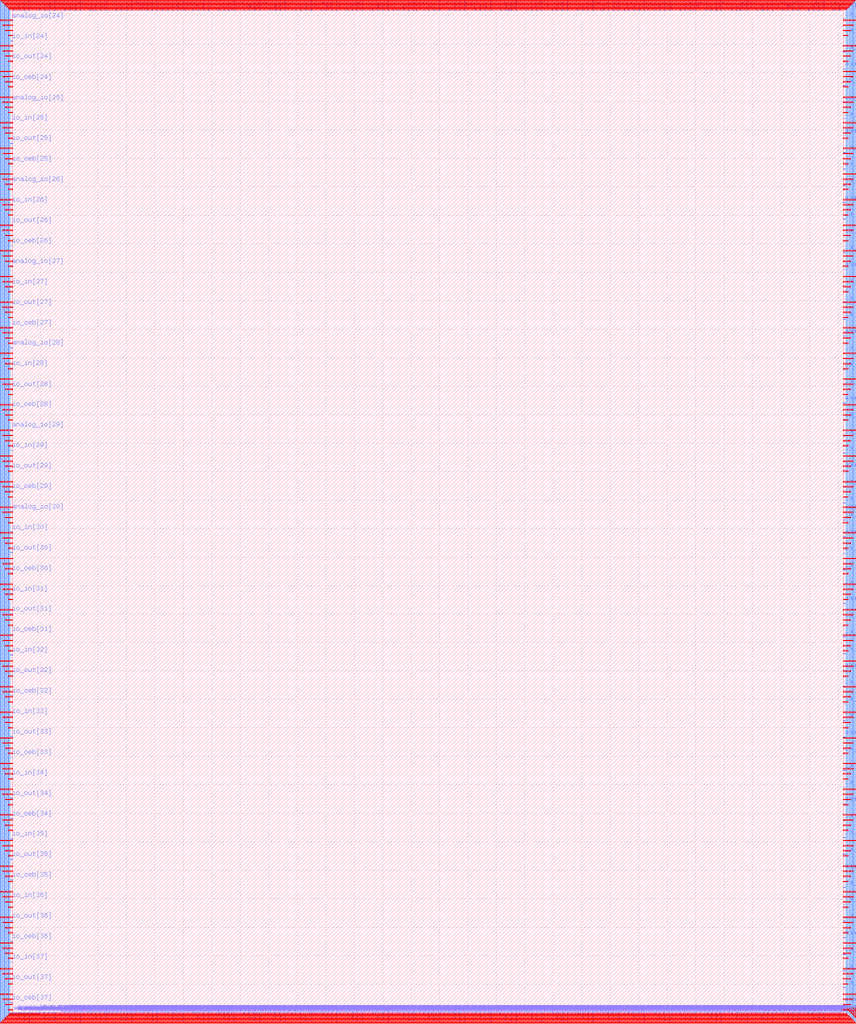
<source format=lef>
VERSION 5.7 ;
  NOWIREEXTENSIONATPIN ON ;
  DIVIDERCHAR "/" ;
  BUSBITCHARS "[]" ;
MACRO user_project_wrapper
  CLASS BLOCK ;
  FOREIGN user_project_wrapper ;
  ORIGIN 0.000 0.000 ;
  SIZE 2920.000 BY 3520.000 ;
  PIN analog_io[0]
    DIRECTION INOUT ;
    PORT
      LAYER met3 ;
        RECT 2917.600 28.980 2924.800 30.180 ;
    END
  END analog_io[0]
  PIN analog_io[10]
    DIRECTION INOUT ;
    PORT
      LAYER met3 ;
        RECT 2917.600 2374.980 2924.800 2376.180 ;
    END
  END analog_io[10]
  PIN analog_io[11]
    DIRECTION INOUT ;
    PORT
      LAYER met3 ;
        RECT 2917.600 2609.580 2924.800 2610.780 ;
    END
  END analog_io[11]
  PIN analog_io[12]
    DIRECTION INOUT ;
    PORT
      LAYER met3 ;
        RECT 2917.600 2844.180 2924.800 2845.380 ;
    END
  END analog_io[12]
  PIN analog_io[13]
    DIRECTION INOUT ;
    PORT
      LAYER met3 ;
        RECT 2917.600 3078.780 2924.800 3079.980 ;
    END
  END analog_io[13]
  PIN analog_io[14]
    DIRECTION INOUT ;
    PORT
      LAYER met3 ;
        RECT 2917.600 3313.380 2924.800 3314.580 ;
    END
  END analog_io[14]
  PIN analog_io[15]
    DIRECTION INOUT ;
    PORT
      LAYER met2 ;
        RECT 2879.090 3517.600 2879.650 3524.800 ;
    END
  END analog_io[15]
  PIN analog_io[16]
    DIRECTION INOUT ;
    PORT
      LAYER met2 ;
        RECT 2554.790 3517.600 2555.350 3524.800 ;
    END
  END analog_io[16]
  PIN analog_io[17]
    DIRECTION INOUT ;
    PORT
      LAYER met2 ;
        RECT 2230.490 3517.600 2231.050 3524.800 ;
    END
  END analog_io[17]
  PIN analog_io[18]
    DIRECTION INOUT ;
    PORT
      LAYER met2 ;
        RECT 1905.730 3517.600 1906.290 3524.800 ;
    END
  END analog_io[18]
  PIN analog_io[19]
    DIRECTION INOUT ;
    PORT
      LAYER met2 ;
        RECT 1581.430 3517.600 1581.990 3524.800 ;
    END
  END analog_io[19]
  PIN analog_io[1]
    DIRECTION INOUT ;
    PORT
      LAYER met3 ;
        RECT 2917.600 263.580 2924.800 264.780 ;
    END
  END analog_io[1]
  PIN analog_io[20]
    DIRECTION INOUT ;
    PORT
      LAYER met2 ;
        RECT 1257.130 3517.600 1257.690 3524.800 ;
    END
  END analog_io[20]
  PIN analog_io[21]
    DIRECTION INOUT ;
    PORT
      LAYER met2 ;
        RECT 932.370 3517.600 932.930 3524.800 ;
    END
  END analog_io[21]
  PIN analog_io[22]
    DIRECTION INOUT ;
    PORT
      LAYER met2 ;
        RECT 608.070 3517.600 608.630 3524.800 ;
    END
  END analog_io[22]
  PIN analog_io[23]
    DIRECTION INOUT ;
    PORT
      LAYER met2 ;
        RECT 283.770 3517.600 284.330 3524.800 ;
    END
  END analog_io[23]
  PIN analog_io[24]
    DIRECTION INOUT ;
    PORT
      LAYER met3 ;
        RECT -4.800 3482.700 2.400 3483.900 ;
    END
  END analog_io[24]
  PIN analog_io[25]
    DIRECTION INOUT ;
    PORT
      LAYER met3 ;
        RECT -4.800 3195.060 2.400 3196.260 ;
    END
  END analog_io[25]
  PIN analog_io[26]
    DIRECTION INOUT ;
    PORT
      LAYER met3 ;
        RECT -4.800 2908.100 2.400 2909.300 ;
    END
  END analog_io[26]
  PIN analog_io[27]
    DIRECTION INOUT ;
    PORT
      LAYER met3 ;
        RECT -4.800 2620.460 2.400 2621.660 ;
    END
  END analog_io[27]
  PIN analog_io[28]
    DIRECTION INOUT ;
    PORT
      LAYER met3 ;
        RECT -4.800 2333.500 2.400 2334.700 ;
    END
  END analog_io[28]
  PIN analog_io[29]
    DIRECTION INOUT ;
    PORT
      LAYER met3 ;
        RECT -4.800 2045.860 2.400 2047.060 ;
    END
  END analog_io[29]
  PIN analog_io[2]
    DIRECTION INOUT ;
    PORT
      LAYER met3 ;
        RECT 2917.600 498.180 2924.800 499.380 ;
    END
  END analog_io[2]
  PIN analog_io[30]
    DIRECTION INOUT ;
    PORT
      LAYER met3 ;
        RECT -4.800 1758.900 2.400 1760.100 ;
    END
  END analog_io[30]
  PIN analog_io[3]
    DIRECTION INOUT ;
    PORT
      LAYER met3 ;
        RECT 2917.600 732.780 2924.800 733.980 ;
    END
  END analog_io[3]
  PIN analog_io[4]
    DIRECTION INOUT ;
    PORT
      LAYER met3 ;
        RECT 2917.600 967.380 2924.800 968.580 ;
    END
  END analog_io[4]
  PIN analog_io[5]
    DIRECTION INOUT ;
    PORT
      LAYER met3 ;
        RECT 2917.600 1201.980 2924.800 1203.180 ;
    END
  END analog_io[5]
  PIN analog_io[6]
    DIRECTION INOUT ;
    PORT
      LAYER met3 ;
        RECT 2917.600 1436.580 2924.800 1437.780 ;
    END
  END analog_io[6]
  PIN analog_io[7]
    DIRECTION INOUT ;
    PORT
      LAYER met3 ;
        RECT 2917.600 1671.180 2924.800 1672.380 ;
    END
  END analog_io[7]
  PIN analog_io[8]
    DIRECTION INOUT ;
    PORT
      LAYER met3 ;
        RECT 2917.600 1905.780 2924.800 1906.980 ;
    END
  END analog_io[8]
  PIN analog_io[9]
    DIRECTION INOUT ;
    PORT
      LAYER met3 ;
        RECT 2917.600 2140.380 2924.800 2141.580 ;
    END
  END analog_io[9]
  PIN io_in[0]
    DIRECTION INPUT ;
    PORT
      LAYER met3 ;
        RECT 2917.600 87.460 2924.800 88.660 ;
    END
  END io_in[0]
  PIN io_in[10]
    DIRECTION INPUT ;
    PORT
      LAYER met3 ;
        RECT 2917.600 2433.460 2924.800 2434.660 ;
    END
  END io_in[10]
  PIN io_in[11]
    DIRECTION INPUT ;
    PORT
      LAYER met3 ;
        RECT 2917.600 2668.740 2924.800 2669.940 ;
    END
  END io_in[11]
  PIN io_in[12]
    DIRECTION INPUT ;
    PORT
      LAYER met3 ;
        RECT 2917.600 2903.340 2924.800 2904.540 ;
    END
  END io_in[12]
  PIN io_in[13]
    DIRECTION INPUT ;
    PORT
      LAYER met3 ;
        RECT 2917.600 3137.940 2924.800 3139.140 ;
    END
  END io_in[13]
  PIN io_in[14]
    DIRECTION INPUT ;
    PORT
      LAYER met3 ;
        RECT 2917.600 3372.540 2924.800 3373.740 ;
    END
  END io_in[14]
  PIN io_in[15]
    DIRECTION INPUT ;
    PORT
      LAYER met2 ;
        RECT 2798.130 3517.600 2798.690 3524.800 ;
    END
  END io_in[15]
  PIN io_in[16]
    DIRECTION INPUT ;
    PORT
      LAYER met2 ;
        RECT 2473.830 3517.600 2474.390 3524.800 ;
    END
  END io_in[16]
  PIN io_in[17]
    DIRECTION INPUT ;
    PORT
      LAYER met2 ;
        RECT 2149.070 3517.600 2149.630 3524.800 ;
    END
  END io_in[17]
  PIN io_in[18]
    DIRECTION INPUT ;
    PORT
      LAYER met2 ;
        RECT 1824.770 3517.600 1825.330 3524.800 ;
    END
  END io_in[18]
  PIN io_in[19]
    DIRECTION INPUT ;
    PORT
      LAYER met2 ;
        RECT 1500.470 3517.600 1501.030 3524.800 ;
    END
  END io_in[19]
  PIN io_in[1]
    DIRECTION INPUT ;
    PORT
      LAYER met3 ;
        RECT 2917.600 322.060 2924.800 323.260 ;
    END
  END io_in[1]
  PIN io_in[20]
    DIRECTION INPUT ;
    PORT
      LAYER met2 ;
        RECT 1175.710 3517.600 1176.270 3524.800 ;
    END
  END io_in[20]
  PIN io_in[21]
    DIRECTION INPUT ;
    PORT
      LAYER met2 ;
        RECT 851.410 3517.600 851.970 3524.800 ;
    END
  END io_in[21]
  PIN io_in[22]
    DIRECTION INPUT ;
    PORT
      LAYER met2 ;
        RECT 527.110 3517.600 527.670 3524.800 ;
    END
  END io_in[22]
  PIN io_in[23]
    DIRECTION INPUT ;
    PORT
      LAYER met2 ;
        RECT 202.350 3517.600 202.910 3524.800 ;
    END
  END io_in[23]
  PIN io_in[24]
    DIRECTION INPUT ;
    PORT
      LAYER met3 ;
        RECT -4.800 3410.620 2.400 3411.820 ;
    END
  END io_in[24]
  PIN io_in[25]
    DIRECTION INPUT ;
    PORT
      LAYER met3 ;
        RECT -4.800 3123.660 2.400 3124.860 ;
    END
  END io_in[25]
  PIN io_in[26]
    DIRECTION INPUT ;
    PORT
      LAYER met3 ;
        RECT -4.800 2836.020 2.400 2837.220 ;
    END
  END io_in[26]
  PIN io_in[27]
    DIRECTION INPUT ;
    PORT
      LAYER met3 ;
        RECT -4.800 2549.060 2.400 2550.260 ;
    END
  END io_in[27]
  PIN io_in[28]
    DIRECTION INPUT ;
    PORT
      LAYER met3 ;
        RECT -4.800 2261.420 2.400 2262.620 ;
    END
  END io_in[28]
  PIN io_in[29]
    DIRECTION INPUT ;
    PORT
      LAYER met3 ;
        RECT -4.800 1974.460 2.400 1975.660 ;
    END
  END io_in[29]
  PIN io_in[2]
    DIRECTION INPUT ;
    PORT
      LAYER met3 ;
        RECT 2917.600 556.660 2924.800 557.860 ;
    END
  END io_in[2]
  PIN io_in[30]
    DIRECTION INPUT ;
    PORT
      LAYER met3 ;
        RECT -4.800 1686.820 2.400 1688.020 ;
    END
  END io_in[30]
  PIN io_in[31]
    DIRECTION INPUT ;
    PORT
      LAYER met3 ;
        RECT -4.800 1471.260 2.400 1472.460 ;
    END
  END io_in[31]
  PIN io_in[32]
    DIRECTION INPUT ;
    PORT
      LAYER met3 ;
        RECT -4.800 1255.700 2.400 1256.900 ;
    END
  END io_in[32]
  PIN io_in[33]
    DIRECTION INPUT ;
    PORT
      LAYER met3 ;
        RECT -4.800 1040.140 2.400 1041.340 ;
    END
  END io_in[33]
  PIN io_in[34]
    DIRECTION INPUT ;
    PORT
      LAYER met3 ;
        RECT -4.800 824.580 2.400 825.780 ;
    END
  END io_in[34]
  PIN io_in[35]
    DIRECTION INPUT ;
    PORT
      LAYER met3 ;
        RECT -4.800 609.700 2.400 610.900 ;
    END
  END io_in[35]
  PIN io_in[36]
    DIRECTION INPUT ;
    PORT
      LAYER met3 ;
        RECT -4.800 394.140 2.400 395.340 ;
    END
  END io_in[36]
  PIN io_in[37]
    DIRECTION INPUT ;
    PORT
      LAYER met3 ;
        RECT -4.800 178.580 2.400 179.780 ;
    END
  END io_in[37]
  PIN io_in[3]
    DIRECTION INPUT ;
    PORT
      LAYER met3 ;
        RECT 2917.600 791.260 2924.800 792.460 ;
    END
  END io_in[3]
  PIN io_in[4]
    DIRECTION INPUT ;
    PORT
      LAYER met3 ;
        RECT 2917.600 1025.860 2924.800 1027.060 ;
    END
  END io_in[4]
  PIN io_in[5]
    DIRECTION INPUT ;
    PORT
      LAYER met3 ;
        RECT 2917.600 1260.460 2924.800 1261.660 ;
    END
  END io_in[5]
  PIN io_in[6]
    DIRECTION INPUT ;
    PORT
      LAYER met3 ;
        RECT 2917.600 1495.060 2924.800 1496.260 ;
    END
  END io_in[6]
  PIN io_in[7]
    DIRECTION INPUT ;
    PORT
      LAYER met3 ;
        RECT 2917.600 1729.660 2924.800 1730.860 ;
    END
  END io_in[7]
  PIN io_in[8]
    DIRECTION INPUT ;
    PORT
      LAYER met3 ;
        RECT 2917.600 1964.260 2924.800 1965.460 ;
    END
  END io_in[8]
  PIN io_in[9]
    DIRECTION INPUT ;
    PORT
      LAYER met3 ;
        RECT 2917.600 2198.860 2924.800 2200.060 ;
    END
  END io_in[9]
  PIN io_oeb[0]
    DIRECTION OUTPUT TRISTATE ;
    PORT
      LAYER met3 ;
        RECT 2917.600 204.420 2924.800 205.620 ;
    END
  END io_oeb[0]
  PIN io_oeb[10]
    DIRECTION OUTPUT TRISTATE ;
    PORT
      LAYER met3 ;
        RECT 2917.600 2551.100 2924.800 2552.300 ;
    END
  END io_oeb[10]
  PIN io_oeb[11]
    DIRECTION OUTPUT TRISTATE ;
    PORT
      LAYER met3 ;
        RECT 2917.600 2785.700 2924.800 2786.900 ;
    END
  END io_oeb[11]
  PIN io_oeb[12]
    DIRECTION OUTPUT TRISTATE ;
    PORT
      LAYER met3 ;
        RECT 2917.600 3020.300 2924.800 3021.500 ;
    END
  END io_oeb[12]
  PIN io_oeb[13]
    DIRECTION OUTPUT TRISTATE ;
    PORT
      LAYER met3 ;
        RECT 2917.600 3254.900 2924.800 3256.100 ;
    END
  END io_oeb[13]
  PIN io_oeb[14]
    DIRECTION OUTPUT TRISTATE ;
    PORT
      LAYER met3 ;
        RECT 2917.600 3489.500 2924.800 3490.700 ;
    END
  END io_oeb[14]
  PIN io_oeb[15]
    DIRECTION OUTPUT TRISTATE ;
    PORT
      LAYER met2 ;
        RECT 2635.750 3517.600 2636.310 3524.800 ;
    END
  END io_oeb[15]
  PIN io_oeb[16]
    DIRECTION OUTPUT TRISTATE ;
    PORT
      LAYER met2 ;
        RECT 2311.450 3517.600 2312.010 3524.800 ;
    END
  END io_oeb[16]
  PIN io_oeb[17]
    DIRECTION OUTPUT TRISTATE ;
    PORT
      LAYER met2 ;
        RECT 1987.150 3517.600 1987.710 3524.800 ;
    END
  END io_oeb[17]
  PIN io_oeb[18]
    DIRECTION OUTPUT TRISTATE ;
    PORT
      LAYER met2 ;
        RECT 1662.390 3517.600 1662.950 3524.800 ;
    END
  END io_oeb[18]
  PIN io_oeb[19]
    DIRECTION OUTPUT TRISTATE ;
    PORT
      LAYER met2 ;
        RECT 1338.090 3517.600 1338.650 3524.800 ;
    END
  END io_oeb[19]
  PIN io_oeb[1]
    DIRECTION OUTPUT TRISTATE ;
    PORT
      LAYER met3 ;
        RECT 2917.600 439.020 2924.800 440.220 ;
    END
  END io_oeb[1]
  PIN io_oeb[20]
    DIRECTION OUTPUT TRISTATE ;
    PORT
      LAYER met2 ;
        RECT 1013.790 3517.600 1014.350 3524.800 ;
    END
  END io_oeb[20]
  PIN io_oeb[21]
    DIRECTION OUTPUT TRISTATE ;
    PORT
      LAYER met2 ;
        RECT 689.030 3517.600 689.590 3524.800 ;
    END
  END io_oeb[21]
  PIN io_oeb[22]
    DIRECTION OUTPUT TRISTATE ;
    PORT
      LAYER met2 ;
        RECT 364.730 3517.600 365.290 3524.800 ;
    END
  END io_oeb[22]
  PIN io_oeb[23]
    DIRECTION OUTPUT TRISTATE ;
    PORT
      LAYER met2 ;
        RECT 40.430 3517.600 40.990 3524.800 ;
    END
  END io_oeb[23]
  PIN io_oeb[24]
    DIRECTION OUTPUT TRISTATE ;
    PORT
      LAYER met3 ;
        RECT -4.800 3267.140 2.400 3268.340 ;
    END
  END io_oeb[24]
  PIN io_oeb[25]
    DIRECTION OUTPUT TRISTATE ;
    PORT
      LAYER met3 ;
        RECT -4.800 2979.500 2.400 2980.700 ;
    END
  END io_oeb[25]
  PIN io_oeb[26]
    DIRECTION OUTPUT TRISTATE ;
    PORT
      LAYER met3 ;
        RECT -4.800 2692.540 2.400 2693.740 ;
    END
  END io_oeb[26]
  PIN io_oeb[27]
    DIRECTION OUTPUT TRISTATE ;
    PORT
      LAYER met3 ;
        RECT -4.800 2404.900 2.400 2406.100 ;
    END
  END io_oeb[27]
  PIN io_oeb[28]
    DIRECTION OUTPUT TRISTATE ;
    PORT
      LAYER met3 ;
        RECT -4.800 2117.940 2.400 2119.140 ;
    END
  END io_oeb[28]
  PIN io_oeb[29]
    DIRECTION OUTPUT TRISTATE ;
    PORT
      LAYER met3 ;
        RECT -4.800 1830.300 2.400 1831.500 ;
    END
  END io_oeb[29]
  PIN io_oeb[2]
    DIRECTION OUTPUT TRISTATE ;
    PORT
      LAYER met3 ;
        RECT 2917.600 673.620 2924.800 674.820 ;
    END
  END io_oeb[2]
  PIN io_oeb[30]
    DIRECTION OUTPUT TRISTATE ;
    PORT
      LAYER met3 ;
        RECT -4.800 1543.340 2.400 1544.540 ;
    END
  END io_oeb[30]
  PIN io_oeb[31]
    DIRECTION OUTPUT TRISTATE ;
    PORT
      LAYER met3 ;
        RECT -4.800 1327.780 2.400 1328.980 ;
    END
  END io_oeb[31]
  PIN io_oeb[32]
    DIRECTION OUTPUT TRISTATE ;
    PORT
      LAYER met3 ;
        RECT -4.800 1112.220 2.400 1113.420 ;
    END
  END io_oeb[32]
  PIN io_oeb[33]
    DIRECTION OUTPUT TRISTATE ;
    PORT
      LAYER met3 ;
        RECT -4.800 896.660 2.400 897.860 ;
    END
  END io_oeb[33]
  PIN io_oeb[34]
    DIRECTION OUTPUT TRISTATE ;
    PORT
      LAYER met3 ;
        RECT -4.800 681.100 2.400 682.300 ;
    END
  END io_oeb[34]
  PIN io_oeb[35]
    DIRECTION OUTPUT TRISTATE ;
    PORT
      LAYER met3 ;
        RECT -4.800 465.540 2.400 466.740 ;
    END
  END io_oeb[35]
  PIN io_oeb[36]
    DIRECTION OUTPUT TRISTATE ;
    PORT
      LAYER met3 ;
        RECT -4.800 249.980 2.400 251.180 ;
    END
  END io_oeb[36]
  PIN io_oeb[37]
    DIRECTION OUTPUT TRISTATE ;
    PORT
      LAYER met3 ;
        RECT -4.800 35.100 2.400 36.300 ;
    END
  END io_oeb[37]
  PIN io_oeb[3]
    DIRECTION OUTPUT TRISTATE ;
    PORT
      LAYER met3 ;
        RECT 2917.600 908.900 2924.800 910.100 ;
    END
  END io_oeb[3]
  PIN io_oeb[4]
    DIRECTION OUTPUT TRISTATE ;
    PORT
      LAYER met3 ;
        RECT 2917.600 1143.500 2924.800 1144.700 ;
    END
  END io_oeb[4]
  PIN io_oeb[5]
    DIRECTION OUTPUT TRISTATE ;
    PORT
      LAYER met3 ;
        RECT 2917.600 1378.100 2924.800 1379.300 ;
    END
  END io_oeb[5]
  PIN io_oeb[6]
    DIRECTION OUTPUT TRISTATE ;
    PORT
      LAYER met3 ;
        RECT 2917.600 1612.700 2924.800 1613.900 ;
    END
  END io_oeb[6]
  PIN io_oeb[7]
    DIRECTION OUTPUT TRISTATE ;
    PORT
      LAYER met3 ;
        RECT 2917.600 1847.300 2924.800 1848.500 ;
    END
  END io_oeb[7]
  PIN io_oeb[8]
    DIRECTION OUTPUT TRISTATE ;
    PORT
      LAYER met3 ;
        RECT 2917.600 2081.900 2924.800 2083.100 ;
    END
  END io_oeb[8]
  PIN io_oeb[9]
    DIRECTION OUTPUT TRISTATE ;
    PORT
      LAYER met3 ;
        RECT 2917.600 2316.500 2924.800 2317.700 ;
    END
  END io_oeb[9]
  PIN io_out[0]
    DIRECTION OUTPUT TRISTATE ;
    PORT
      LAYER met3 ;
        RECT 2917.600 145.940 2924.800 147.140 ;
    END
  END io_out[0]
  PIN io_out[10]
    DIRECTION OUTPUT TRISTATE ;
    PORT
      LAYER met3 ;
        RECT 2917.600 2492.620 2924.800 2493.820 ;
    END
  END io_out[10]
  PIN io_out[11]
    DIRECTION OUTPUT TRISTATE ;
    PORT
      LAYER met3 ;
        RECT 2917.600 2727.220 2924.800 2728.420 ;
    END
  END io_out[11]
  PIN io_out[12]
    DIRECTION OUTPUT TRISTATE ;
    PORT
      LAYER met3 ;
        RECT 2917.600 2961.820 2924.800 2963.020 ;
    END
  END io_out[12]
  PIN io_out[13]
    DIRECTION OUTPUT TRISTATE ;
    PORT
      LAYER met3 ;
        RECT 2917.600 3196.420 2924.800 3197.620 ;
    END
  END io_out[13]
  PIN io_out[14]
    DIRECTION OUTPUT TRISTATE ;
    PORT
      LAYER met3 ;
        RECT 2917.600 3431.020 2924.800 3432.220 ;
    END
  END io_out[14]
  PIN io_out[15]
    DIRECTION OUTPUT TRISTATE ;
    PORT
      LAYER met2 ;
        RECT 2717.170 3517.600 2717.730 3524.800 ;
    END
  END io_out[15]
  PIN io_out[16]
    DIRECTION OUTPUT TRISTATE ;
    PORT
      LAYER met2 ;
        RECT 2392.410 3517.600 2392.970 3524.800 ;
    END
  END io_out[16]
  PIN io_out[17]
    DIRECTION OUTPUT TRISTATE ;
    PORT
      LAYER met2 ;
        RECT 2068.110 3517.600 2068.670 3524.800 ;
    END
  END io_out[17]
  PIN io_out[18]
    DIRECTION OUTPUT TRISTATE ;
    PORT
      LAYER met2 ;
        RECT 1743.810 3517.600 1744.370 3524.800 ;
    END
  END io_out[18]
  PIN io_out[19]
    DIRECTION OUTPUT TRISTATE ;
    PORT
      LAYER met2 ;
        RECT 1419.050 3517.600 1419.610 3524.800 ;
    END
  END io_out[19]
  PIN io_out[1]
    DIRECTION OUTPUT TRISTATE ;
    PORT
      LAYER met3 ;
        RECT 2917.600 380.540 2924.800 381.740 ;
    END
  END io_out[1]
  PIN io_out[20]
    DIRECTION OUTPUT TRISTATE ;
    PORT
      LAYER met2 ;
        RECT 1094.750 3517.600 1095.310 3524.800 ;
    END
  END io_out[20]
  PIN io_out[21]
    DIRECTION OUTPUT TRISTATE ;
    PORT
      LAYER met2 ;
        RECT 770.450 3517.600 771.010 3524.800 ;
    END
  END io_out[21]
  PIN io_out[22]
    DIRECTION OUTPUT TRISTATE ;
    PORT
      LAYER met2 ;
        RECT 445.690 3517.600 446.250 3524.800 ;
    END
  END io_out[22]
  PIN io_out[23]
    DIRECTION OUTPUT TRISTATE ;
    PORT
      LAYER met2 ;
        RECT 121.390 3517.600 121.950 3524.800 ;
    END
  END io_out[23]
  PIN io_out[24]
    DIRECTION OUTPUT TRISTATE ;
    PORT
      LAYER met3 ;
        RECT -4.800 3339.220 2.400 3340.420 ;
    END
  END io_out[24]
  PIN io_out[25]
    DIRECTION OUTPUT TRISTATE ;
    PORT
      LAYER met3 ;
        RECT -4.800 3051.580 2.400 3052.780 ;
    END
  END io_out[25]
  PIN io_out[26]
    DIRECTION OUTPUT TRISTATE ;
    PORT
      LAYER met3 ;
        RECT -4.800 2764.620 2.400 2765.820 ;
    END
  END io_out[26]
  PIN io_out[27]
    DIRECTION OUTPUT TRISTATE ;
    PORT
      LAYER met3 ;
        RECT -4.800 2476.980 2.400 2478.180 ;
    END
  END io_out[27]
  PIN io_out[28]
    DIRECTION OUTPUT TRISTATE ;
    PORT
      LAYER met3 ;
        RECT -4.800 2189.340 2.400 2190.540 ;
    END
  END io_out[28]
  PIN io_out[29]
    DIRECTION OUTPUT TRISTATE ;
    PORT
      LAYER met3 ;
        RECT -4.800 1902.380 2.400 1903.580 ;
    END
  END io_out[29]
  PIN io_out[2]
    DIRECTION OUTPUT TRISTATE ;
    PORT
      LAYER met3 ;
        RECT 2917.600 615.140 2924.800 616.340 ;
    END
  END io_out[2]
  PIN io_out[30]
    DIRECTION OUTPUT TRISTATE ;
    PORT
      LAYER met3 ;
        RECT -4.800 1614.740 2.400 1615.940 ;
    END
  END io_out[30]
  PIN io_out[31]
    DIRECTION OUTPUT TRISTATE ;
    PORT
      LAYER met3 ;
        RECT -4.800 1399.860 2.400 1401.060 ;
    END
  END io_out[31]
  PIN io_out[32]
    DIRECTION OUTPUT TRISTATE ;
    PORT
      LAYER met3 ;
        RECT -4.800 1184.300 2.400 1185.500 ;
    END
  END io_out[32]
  PIN io_out[33]
    DIRECTION OUTPUT TRISTATE ;
    PORT
      LAYER met3 ;
        RECT -4.800 968.740 2.400 969.940 ;
    END
  END io_out[33]
  PIN io_out[34]
    DIRECTION OUTPUT TRISTATE ;
    PORT
      LAYER met3 ;
        RECT -4.800 753.180 2.400 754.380 ;
    END
  END io_out[34]
  PIN io_out[35]
    DIRECTION OUTPUT TRISTATE ;
    PORT
      LAYER met3 ;
        RECT -4.800 537.620 2.400 538.820 ;
    END
  END io_out[35]
  PIN io_out[36]
    DIRECTION OUTPUT TRISTATE ;
    PORT
      LAYER met3 ;
        RECT -4.800 322.060 2.400 323.260 ;
    END
  END io_out[36]
  PIN io_out[37]
    DIRECTION OUTPUT TRISTATE ;
    PORT
      LAYER met3 ;
        RECT -4.800 106.500 2.400 107.700 ;
    END
  END io_out[37]
  PIN io_out[3]
    DIRECTION OUTPUT TRISTATE ;
    PORT
      LAYER met3 ;
        RECT 2917.600 849.740 2924.800 850.940 ;
    END
  END io_out[3]
  PIN io_out[4]
    DIRECTION OUTPUT TRISTATE ;
    PORT
      LAYER met3 ;
        RECT 2917.600 1084.340 2924.800 1085.540 ;
    END
  END io_out[4]
  PIN io_out[5]
    DIRECTION OUTPUT TRISTATE ;
    PORT
      LAYER met3 ;
        RECT 2917.600 1318.940 2924.800 1320.140 ;
    END
  END io_out[5]
  PIN io_out[6]
    DIRECTION OUTPUT TRISTATE ;
    PORT
      LAYER met3 ;
        RECT 2917.600 1553.540 2924.800 1554.740 ;
    END
  END io_out[6]
  PIN io_out[7]
    DIRECTION OUTPUT TRISTATE ;
    PORT
      LAYER met3 ;
        RECT 2917.600 1788.820 2924.800 1790.020 ;
    END
  END io_out[7]
  PIN io_out[8]
    DIRECTION OUTPUT TRISTATE ;
    PORT
      LAYER met3 ;
        RECT 2917.600 2023.420 2924.800 2024.620 ;
    END
  END io_out[8]
  PIN io_out[9]
    DIRECTION OUTPUT TRISTATE ;
    PORT
      LAYER met3 ;
        RECT 2917.600 2258.020 2924.800 2259.220 ;
    END
  END io_out[9]
  PIN la_data_in[0]
    DIRECTION INPUT ;
    PORT
      LAYER met2 ;
        RECT 632.910 -4.800 633.470 2.400 ;
    END
  END la_data_in[0]
  PIN la_data_in[100]
    DIRECTION INPUT ;
    PORT
      LAYER met2 ;
        RECT 2417.250 -4.800 2417.810 2.400 ;
    END
  END la_data_in[100]
  PIN la_data_in[101]
    DIRECTION INPUT ;
    PORT
      LAYER met2 ;
        RECT 2434.730 -4.800 2435.290 2.400 ;
    END
  END la_data_in[101]
  PIN la_data_in[102]
    DIRECTION INPUT ;
    PORT
      LAYER met2 ;
        RECT 2452.670 -4.800 2453.230 2.400 ;
    END
  END la_data_in[102]
  PIN la_data_in[103]
    DIRECTION INPUT ;
    PORT
      LAYER met2 ;
        RECT 2470.610 -4.800 2471.170 2.400 ;
    END
  END la_data_in[103]
  PIN la_data_in[104]
    DIRECTION INPUT ;
    PORT
      LAYER met2 ;
        RECT 2488.550 -4.800 2489.110 2.400 ;
    END
  END la_data_in[104]
  PIN la_data_in[105]
    DIRECTION INPUT ;
    PORT
      LAYER met2 ;
        RECT 2506.030 -4.800 2506.590 2.400 ;
    END
  END la_data_in[105]
  PIN la_data_in[106]
    DIRECTION INPUT ;
    PORT
      LAYER met2 ;
        RECT 2523.970 -4.800 2524.530 2.400 ;
    END
  END la_data_in[106]
  PIN la_data_in[107]
    DIRECTION INPUT ;
    PORT
      LAYER met2 ;
        RECT 2541.910 -4.800 2542.470 2.400 ;
    END
  END la_data_in[107]
  PIN la_data_in[108]
    DIRECTION INPUT ;
    PORT
      LAYER met2 ;
        RECT 2559.850 -4.800 2560.410 2.400 ;
    END
  END la_data_in[108]
  PIN la_data_in[109]
    DIRECTION INPUT ;
    PORT
      LAYER met2 ;
        RECT 2577.790 -4.800 2578.350 2.400 ;
    END
  END la_data_in[109]
  PIN la_data_in[10]
    DIRECTION INPUT ;
    PORT
      LAYER met2 ;
        RECT 811.390 -4.800 811.950 2.400 ;
    END
  END la_data_in[10]
  PIN la_data_in[110]
    DIRECTION INPUT ;
    PORT
      LAYER met2 ;
        RECT 2595.270 -4.800 2595.830 2.400 ;
    END
  END la_data_in[110]
  PIN la_data_in[111]
    DIRECTION INPUT ;
    PORT
      LAYER met2 ;
        RECT 2613.210 -4.800 2613.770 2.400 ;
    END
  END la_data_in[111]
  PIN la_data_in[112]
    DIRECTION INPUT ;
    PORT
      LAYER met2 ;
        RECT 2631.150 -4.800 2631.710 2.400 ;
    END
  END la_data_in[112]
  PIN la_data_in[113]
    DIRECTION INPUT ;
    PORT
      LAYER met2 ;
        RECT 2649.090 -4.800 2649.650 2.400 ;
    END
  END la_data_in[113]
  PIN la_data_in[114]
    DIRECTION INPUT ;
    PORT
      LAYER met2 ;
        RECT 2667.030 -4.800 2667.590 2.400 ;
    END
  END la_data_in[114]
  PIN la_data_in[115]
    DIRECTION INPUT ;
    PORT
      LAYER met2 ;
        RECT 2684.510 -4.800 2685.070 2.400 ;
    END
  END la_data_in[115]
  PIN la_data_in[116]
    DIRECTION INPUT ;
    PORT
      LAYER met2 ;
        RECT 2702.450 -4.800 2703.010 2.400 ;
    END
  END la_data_in[116]
  PIN la_data_in[117]
    DIRECTION INPUT ;
    PORT
      LAYER met2 ;
        RECT 2720.390 -4.800 2720.950 2.400 ;
    END
  END la_data_in[117]
  PIN la_data_in[118]
    DIRECTION INPUT ;
    PORT
      LAYER met2 ;
        RECT 2738.330 -4.800 2738.890 2.400 ;
    END
  END la_data_in[118]
  PIN la_data_in[119]
    DIRECTION INPUT ;
    PORT
      LAYER met2 ;
        RECT 2755.810 -4.800 2756.370 2.400 ;
    END
  END la_data_in[119]
  PIN la_data_in[11]
    DIRECTION INPUT ;
    PORT
      LAYER met2 ;
        RECT 829.330 -4.800 829.890 2.400 ;
    END
  END la_data_in[11]
  PIN la_data_in[120]
    DIRECTION INPUT ;
    PORT
      LAYER met2 ;
        RECT 2773.750 -4.800 2774.310 2.400 ;
    END
  END la_data_in[120]
  PIN la_data_in[121]
    DIRECTION INPUT ;
    PORT
      LAYER met2 ;
        RECT 2791.690 -4.800 2792.250 2.400 ;
    END
  END la_data_in[121]
  PIN la_data_in[122]
    DIRECTION INPUT ;
    PORT
      LAYER met2 ;
        RECT 2809.630 -4.800 2810.190 2.400 ;
    END
  END la_data_in[122]
  PIN la_data_in[123]
    DIRECTION INPUT ;
    PORT
      LAYER met2 ;
        RECT 2827.570 -4.800 2828.130 2.400 ;
    END
  END la_data_in[123]
  PIN la_data_in[124]
    DIRECTION INPUT ;
    PORT
      LAYER met2 ;
        RECT 2845.050 -4.800 2845.610 2.400 ;
    END
  END la_data_in[124]
  PIN la_data_in[125]
    DIRECTION INPUT ;
    PORT
      LAYER met2 ;
        RECT 2862.990 -4.800 2863.550 2.400 ;
    END
  END la_data_in[125]
  PIN la_data_in[126]
    DIRECTION INPUT ;
    PORT
      LAYER met2 ;
        RECT 2880.930 -4.800 2881.490 2.400 ;
    END
  END la_data_in[126]
  PIN la_data_in[127]
    DIRECTION INPUT ;
    PORT
      LAYER met2 ;
        RECT 2898.870 -4.800 2899.430 2.400 ;
    END
  END la_data_in[127]
  PIN la_data_in[12]
    DIRECTION INPUT ;
    PORT
      LAYER met2 ;
        RECT 846.810 -4.800 847.370 2.400 ;
    END
  END la_data_in[12]
  PIN la_data_in[13]
    DIRECTION INPUT ;
    PORT
      LAYER met2 ;
        RECT 864.750 -4.800 865.310 2.400 ;
    END
  END la_data_in[13]
  PIN la_data_in[14]
    DIRECTION INPUT ;
    PORT
      LAYER met2 ;
        RECT 882.690 -4.800 883.250 2.400 ;
    END
  END la_data_in[14]
  PIN la_data_in[15]
    DIRECTION INPUT ;
    PORT
      LAYER met2 ;
        RECT 900.630 -4.800 901.190 2.400 ;
    END
  END la_data_in[15]
  PIN la_data_in[16]
    DIRECTION INPUT ;
    PORT
      LAYER met2 ;
        RECT 918.570 -4.800 919.130 2.400 ;
    END
  END la_data_in[16]
  PIN la_data_in[17]
    DIRECTION INPUT ;
    PORT
      LAYER met2 ;
        RECT 936.050 -4.800 936.610 2.400 ;
    END
  END la_data_in[17]
  PIN la_data_in[18]
    DIRECTION INPUT ;
    PORT
      LAYER met2 ;
        RECT 953.990 -4.800 954.550 2.400 ;
    END
  END la_data_in[18]
  PIN la_data_in[19]
    DIRECTION INPUT ;
    PORT
      LAYER met2 ;
        RECT 971.930 -4.800 972.490 2.400 ;
    END
  END la_data_in[19]
  PIN la_data_in[1]
    DIRECTION INPUT ;
    PORT
      LAYER met2 ;
        RECT 650.850 -4.800 651.410 2.400 ;
    END
  END la_data_in[1]
  PIN la_data_in[20]
    DIRECTION INPUT ;
    PORT
      LAYER met2 ;
        RECT 989.870 -4.800 990.430 2.400 ;
    END
  END la_data_in[20]
  PIN la_data_in[21]
    DIRECTION INPUT ;
    PORT
      LAYER met2 ;
        RECT 1007.350 -4.800 1007.910 2.400 ;
    END
  END la_data_in[21]
  PIN la_data_in[22]
    DIRECTION INPUT ;
    PORT
      LAYER met2 ;
        RECT 1025.290 -4.800 1025.850 2.400 ;
    END
  END la_data_in[22]
  PIN la_data_in[23]
    DIRECTION INPUT ;
    PORT
      LAYER met2 ;
        RECT 1043.230 -4.800 1043.790 2.400 ;
    END
  END la_data_in[23]
  PIN la_data_in[24]
    DIRECTION INPUT ;
    PORT
      LAYER met2 ;
        RECT 1061.170 -4.800 1061.730 2.400 ;
    END
  END la_data_in[24]
  PIN la_data_in[25]
    DIRECTION INPUT ;
    PORT
      LAYER met2 ;
        RECT 1079.110 -4.800 1079.670 2.400 ;
    END
  END la_data_in[25]
  PIN la_data_in[26]
    DIRECTION INPUT ;
    PORT
      LAYER met2 ;
        RECT 1096.590 -4.800 1097.150 2.400 ;
    END
  END la_data_in[26]
  PIN la_data_in[27]
    DIRECTION INPUT ;
    PORT
      LAYER met2 ;
        RECT 1114.530 -4.800 1115.090 2.400 ;
    END
  END la_data_in[27]
  PIN la_data_in[28]
    DIRECTION INPUT ;
    PORT
      LAYER met2 ;
        RECT 1132.470 -4.800 1133.030 2.400 ;
    END
  END la_data_in[28]
  PIN la_data_in[29]
    DIRECTION INPUT ;
    PORT
      LAYER met2 ;
        RECT 1150.410 -4.800 1150.970 2.400 ;
    END
  END la_data_in[29]
  PIN la_data_in[2]
    DIRECTION INPUT ;
    PORT
      LAYER met2 ;
        RECT 668.790 -4.800 669.350 2.400 ;
    END
  END la_data_in[2]
  PIN la_data_in[30]
    DIRECTION INPUT ;
    PORT
      LAYER met2 ;
        RECT 1168.350 -4.800 1168.910 2.400 ;
    END
  END la_data_in[30]
  PIN la_data_in[31]
    DIRECTION INPUT ;
    PORT
      LAYER met2 ;
        RECT 1185.830 -4.800 1186.390 2.400 ;
    END
  END la_data_in[31]
  PIN la_data_in[32]
    DIRECTION INPUT ;
    PORT
      LAYER met2 ;
        RECT 1203.770 -4.800 1204.330 2.400 ;
    END
  END la_data_in[32]
  PIN la_data_in[33]
    DIRECTION INPUT ;
    PORT
      LAYER met2 ;
        RECT 1221.710 -4.800 1222.270 2.400 ;
    END
  END la_data_in[33]
  PIN la_data_in[34]
    DIRECTION INPUT ;
    PORT
      LAYER met2 ;
        RECT 1239.650 -4.800 1240.210 2.400 ;
    END
  END la_data_in[34]
  PIN la_data_in[35]
    DIRECTION INPUT ;
    PORT
      LAYER met2 ;
        RECT 1257.130 -4.800 1257.690 2.400 ;
    END
  END la_data_in[35]
  PIN la_data_in[36]
    DIRECTION INPUT ;
    PORT
      LAYER met2 ;
        RECT 1275.070 -4.800 1275.630 2.400 ;
    END
  END la_data_in[36]
  PIN la_data_in[37]
    DIRECTION INPUT ;
    PORT
      LAYER met2 ;
        RECT 1293.010 -4.800 1293.570 2.400 ;
    END
  END la_data_in[37]
  PIN la_data_in[38]
    DIRECTION INPUT ;
    PORT
      LAYER met2 ;
        RECT 1310.950 -4.800 1311.510 2.400 ;
    END
  END la_data_in[38]
  PIN la_data_in[39]
    DIRECTION INPUT ;
    PORT
      LAYER met2 ;
        RECT 1328.890 -4.800 1329.450 2.400 ;
    END
  END la_data_in[39]
  PIN la_data_in[3]
    DIRECTION INPUT ;
    PORT
      LAYER met2 ;
        RECT 686.270 -4.800 686.830 2.400 ;
    END
  END la_data_in[3]
  PIN la_data_in[40]
    DIRECTION INPUT ;
    PORT
      LAYER met2 ;
        RECT 1346.370 -4.800 1346.930 2.400 ;
    END
  END la_data_in[40]
  PIN la_data_in[41]
    DIRECTION INPUT ;
    PORT
      LAYER met2 ;
        RECT 1364.310 -4.800 1364.870 2.400 ;
    END
  END la_data_in[41]
  PIN la_data_in[42]
    DIRECTION INPUT ;
    PORT
      LAYER met2 ;
        RECT 1382.250 -4.800 1382.810 2.400 ;
    END
  END la_data_in[42]
  PIN la_data_in[43]
    DIRECTION INPUT ;
    PORT
      LAYER met2 ;
        RECT 1400.190 -4.800 1400.750 2.400 ;
    END
  END la_data_in[43]
  PIN la_data_in[44]
    DIRECTION INPUT ;
    PORT
      LAYER met2 ;
        RECT 1418.130 -4.800 1418.690 2.400 ;
    END
  END la_data_in[44]
  PIN la_data_in[45]
    DIRECTION INPUT ;
    PORT
      LAYER met2 ;
        RECT 1435.610 -4.800 1436.170 2.400 ;
    END
  END la_data_in[45]
  PIN la_data_in[46]
    DIRECTION INPUT ;
    PORT
      LAYER met2 ;
        RECT 1453.550 -4.800 1454.110 2.400 ;
    END
  END la_data_in[46]
  PIN la_data_in[47]
    DIRECTION INPUT ;
    PORT
      LAYER met2 ;
        RECT 1471.490 -4.800 1472.050 2.400 ;
    END
  END la_data_in[47]
  PIN la_data_in[48]
    DIRECTION INPUT ;
    PORT
      LAYER met2 ;
        RECT 1489.430 -4.800 1489.990 2.400 ;
    END
  END la_data_in[48]
  PIN la_data_in[49]
    DIRECTION INPUT ;
    PORT
      LAYER met2 ;
        RECT 1506.910 -4.800 1507.470 2.400 ;
    END
  END la_data_in[49]
  PIN la_data_in[4]
    DIRECTION INPUT ;
    PORT
      LAYER met2 ;
        RECT 704.210 -4.800 704.770 2.400 ;
    END
  END la_data_in[4]
  PIN la_data_in[50]
    DIRECTION INPUT ;
    PORT
      LAYER met2 ;
        RECT 1524.850 -4.800 1525.410 2.400 ;
    END
  END la_data_in[50]
  PIN la_data_in[51]
    DIRECTION INPUT ;
    PORT
      LAYER met2 ;
        RECT 1542.790 -4.800 1543.350 2.400 ;
    END
  END la_data_in[51]
  PIN la_data_in[52]
    DIRECTION INPUT ;
    PORT
      LAYER met2 ;
        RECT 1560.730 -4.800 1561.290 2.400 ;
    END
  END la_data_in[52]
  PIN la_data_in[53]
    DIRECTION INPUT ;
    PORT
      LAYER met2 ;
        RECT 1578.670 -4.800 1579.230 2.400 ;
    END
  END la_data_in[53]
  PIN la_data_in[54]
    DIRECTION INPUT ;
    PORT
      LAYER met2 ;
        RECT 1596.150 -4.800 1596.710 2.400 ;
    END
  END la_data_in[54]
  PIN la_data_in[55]
    DIRECTION INPUT ;
    PORT
      LAYER met2 ;
        RECT 1614.090 -4.800 1614.650 2.400 ;
    END
  END la_data_in[55]
  PIN la_data_in[56]
    DIRECTION INPUT ;
    PORT
      LAYER met2 ;
        RECT 1632.030 -4.800 1632.590 2.400 ;
    END
  END la_data_in[56]
  PIN la_data_in[57]
    DIRECTION INPUT ;
    PORT
      LAYER met2 ;
        RECT 1649.970 -4.800 1650.530 2.400 ;
    END
  END la_data_in[57]
  PIN la_data_in[58]
    DIRECTION INPUT ;
    PORT
      LAYER met2 ;
        RECT 1667.910 -4.800 1668.470 2.400 ;
    END
  END la_data_in[58]
  PIN la_data_in[59]
    DIRECTION INPUT ;
    PORT
      LAYER met2 ;
        RECT 1685.390 -4.800 1685.950 2.400 ;
    END
  END la_data_in[59]
  PIN la_data_in[5]
    DIRECTION INPUT ;
    PORT
      LAYER met2 ;
        RECT 722.150 -4.800 722.710 2.400 ;
    END
  END la_data_in[5]
  PIN la_data_in[60]
    DIRECTION INPUT ;
    PORT
      LAYER met2 ;
        RECT 1703.330 -4.800 1703.890 2.400 ;
    END
  END la_data_in[60]
  PIN la_data_in[61]
    DIRECTION INPUT ;
    PORT
      LAYER met2 ;
        RECT 1721.270 -4.800 1721.830 2.400 ;
    END
  END la_data_in[61]
  PIN la_data_in[62]
    DIRECTION INPUT ;
    PORT
      LAYER met2 ;
        RECT 1739.210 -4.800 1739.770 2.400 ;
    END
  END la_data_in[62]
  PIN la_data_in[63]
    DIRECTION INPUT ;
    PORT
      LAYER met2 ;
        RECT 1756.690 -4.800 1757.250 2.400 ;
    END
  END la_data_in[63]
  PIN la_data_in[64]
    DIRECTION INPUT ;
    PORT
      LAYER met2 ;
        RECT 1774.630 -4.800 1775.190 2.400 ;
    END
  END la_data_in[64]
  PIN la_data_in[65]
    DIRECTION INPUT ;
    PORT
      LAYER met2 ;
        RECT 1792.570 -4.800 1793.130 2.400 ;
    END
  END la_data_in[65]
  PIN la_data_in[66]
    DIRECTION INPUT ;
    PORT
      LAYER met2 ;
        RECT 1810.510 -4.800 1811.070 2.400 ;
    END
  END la_data_in[66]
  PIN la_data_in[67]
    DIRECTION INPUT ;
    PORT
      LAYER met2 ;
        RECT 1828.450 -4.800 1829.010 2.400 ;
    END
  END la_data_in[67]
  PIN la_data_in[68]
    DIRECTION INPUT ;
    PORT
      LAYER met2 ;
        RECT 1845.930 -4.800 1846.490 2.400 ;
    END
  END la_data_in[68]
  PIN la_data_in[69]
    DIRECTION INPUT ;
    PORT
      LAYER met2 ;
        RECT 1863.870 -4.800 1864.430 2.400 ;
    END
  END la_data_in[69]
  PIN la_data_in[6]
    DIRECTION INPUT ;
    PORT
      LAYER met2 ;
        RECT 740.090 -4.800 740.650 2.400 ;
    END
  END la_data_in[6]
  PIN la_data_in[70]
    DIRECTION INPUT ;
    PORT
      LAYER met2 ;
        RECT 1881.810 -4.800 1882.370 2.400 ;
    END
  END la_data_in[70]
  PIN la_data_in[71]
    DIRECTION INPUT ;
    PORT
      LAYER met2 ;
        RECT 1899.750 -4.800 1900.310 2.400 ;
    END
  END la_data_in[71]
  PIN la_data_in[72]
    DIRECTION INPUT ;
    PORT
      LAYER met2 ;
        RECT 1917.690 -4.800 1918.250 2.400 ;
    END
  END la_data_in[72]
  PIN la_data_in[73]
    DIRECTION INPUT ;
    PORT
      LAYER met2 ;
        RECT 1935.170 -4.800 1935.730 2.400 ;
    END
  END la_data_in[73]
  PIN la_data_in[74]
    DIRECTION INPUT ;
    PORT
      LAYER met2 ;
        RECT 1953.110 -4.800 1953.670 2.400 ;
    END
  END la_data_in[74]
  PIN la_data_in[75]
    DIRECTION INPUT ;
    PORT
      LAYER met2 ;
        RECT 1971.050 -4.800 1971.610 2.400 ;
    END
  END la_data_in[75]
  PIN la_data_in[76]
    DIRECTION INPUT ;
    PORT
      LAYER met2 ;
        RECT 1988.990 -4.800 1989.550 2.400 ;
    END
  END la_data_in[76]
  PIN la_data_in[77]
    DIRECTION INPUT ;
    PORT
      LAYER met2 ;
        RECT 2006.470 -4.800 2007.030 2.400 ;
    END
  END la_data_in[77]
  PIN la_data_in[78]
    DIRECTION INPUT ;
    PORT
      LAYER met2 ;
        RECT 2024.410 -4.800 2024.970 2.400 ;
    END
  END la_data_in[78]
  PIN la_data_in[79]
    DIRECTION INPUT ;
    PORT
      LAYER met2 ;
        RECT 2042.350 -4.800 2042.910 2.400 ;
    END
  END la_data_in[79]
  PIN la_data_in[7]
    DIRECTION INPUT ;
    PORT
      LAYER met2 ;
        RECT 757.570 -4.800 758.130 2.400 ;
    END
  END la_data_in[7]
  PIN la_data_in[80]
    DIRECTION INPUT ;
    PORT
      LAYER met2 ;
        RECT 2060.290 -4.800 2060.850 2.400 ;
    END
  END la_data_in[80]
  PIN la_data_in[81]
    DIRECTION INPUT ;
    PORT
      LAYER met2 ;
        RECT 2078.230 -4.800 2078.790 2.400 ;
    END
  END la_data_in[81]
  PIN la_data_in[82]
    DIRECTION INPUT ;
    PORT
      LAYER met2 ;
        RECT 2095.710 -4.800 2096.270 2.400 ;
    END
  END la_data_in[82]
  PIN la_data_in[83]
    DIRECTION INPUT ;
    PORT
      LAYER met2 ;
        RECT 2113.650 -4.800 2114.210 2.400 ;
    END
  END la_data_in[83]
  PIN la_data_in[84]
    DIRECTION INPUT ;
    PORT
      LAYER met2 ;
        RECT 2131.590 -4.800 2132.150 2.400 ;
    END
  END la_data_in[84]
  PIN la_data_in[85]
    DIRECTION INPUT ;
    PORT
      LAYER met2 ;
        RECT 2149.530 -4.800 2150.090 2.400 ;
    END
  END la_data_in[85]
  PIN la_data_in[86]
    DIRECTION INPUT ;
    PORT
      LAYER met2 ;
        RECT 2167.470 -4.800 2168.030 2.400 ;
    END
  END la_data_in[86]
  PIN la_data_in[87]
    DIRECTION INPUT ;
    PORT
      LAYER met2 ;
        RECT 2184.950 -4.800 2185.510 2.400 ;
    END
  END la_data_in[87]
  PIN la_data_in[88]
    DIRECTION INPUT ;
    PORT
      LAYER met2 ;
        RECT 2202.890 -4.800 2203.450 2.400 ;
    END
  END la_data_in[88]
  PIN la_data_in[89]
    DIRECTION INPUT ;
    PORT
      LAYER met2 ;
        RECT 2220.830 -4.800 2221.390 2.400 ;
    END
  END la_data_in[89]
  PIN la_data_in[8]
    DIRECTION INPUT ;
    PORT
      LAYER met2 ;
        RECT 775.510 -4.800 776.070 2.400 ;
    END
  END la_data_in[8]
  PIN la_data_in[90]
    DIRECTION INPUT ;
    PORT
      LAYER met2 ;
        RECT 2238.770 -4.800 2239.330 2.400 ;
    END
  END la_data_in[90]
  PIN la_data_in[91]
    DIRECTION INPUT ;
    PORT
      LAYER met2 ;
        RECT 2256.250 -4.800 2256.810 2.400 ;
    END
  END la_data_in[91]
  PIN la_data_in[92]
    DIRECTION INPUT ;
    PORT
      LAYER met2 ;
        RECT 2274.190 -4.800 2274.750 2.400 ;
    END
  END la_data_in[92]
  PIN la_data_in[93]
    DIRECTION INPUT ;
    PORT
      LAYER met2 ;
        RECT 2292.130 -4.800 2292.690 2.400 ;
    END
  END la_data_in[93]
  PIN la_data_in[94]
    DIRECTION INPUT ;
    PORT
      LAYER met2 ;
        RECT 2310.070 -4.800 2310.630 2.400 ;
    END
  END la_data_in[94]
  PIN la_data_in[95]
    DIRECTION INPUT ;
    PORT
      LAYER met2 ;
        RECT 2328.010 -4.800 2328.570 2.400 ;
    END
  END la_data_in[95]
  PIN la_data_in[96]
    DIRECTION INPUT ;
    PORT
      LAYER met2 ;
        RECT 2345.490 -4.800 2346.050 2.400 ;
    END
  END la_data_in[96]
  PIN la_data_in[97]
    DIRECTION INPUT ;
    PORT
      LAYER met2 ;
        RECT 2363.430 -4.800 2363.990 2.400 ;
    END
  END la_data_in[97]
  PIN la_data_in[98]
    DIRECTION INPUT ;
    PORT
      LAYER met2 ;
        RECT 2381.370 -4.800 2381.930 2.400 ;
    END
  END la_data_in[98]
  PIN la_data_in[99]
    DIRECTION INPUT ;
    PORT
      LAYER met2 ;
        RECT 2399.310 -4.800 2399.870 2.400 ;
    END
  END la_data_in[99]
  PIN la_data_in[9]
    DIRECTION INPUT ;
    PORT
      LAYER met2 ;
        RECT 793.450 -4.800 794.010 2.400 ;
    END
  END la_data_in[9]
  PIN la_data_out[0]
    DIRECTION OUTPUT TRISTATE ;
    PORT
      LAYER met2 ;
        RECT 638.890 -4.800 639.450 2.400 ;
    END
  END la_data_out[0]
  PIN la_data_out[100]
    DIRECTION OUTPUT TRISTATE ;
    PORT
      LAYER met2 ;
        RECT 2422.770 -4.800 2423.330 2.400 ;
    END
  END la_data_out[100]
  PIN la_data_out[101]
    DIRECTION OUTPUT TRISTATE ;
    PORT
      LAYER met2 ;
        RECT 2440.710 -4.800 2441.270 2.400 ;
    END
  END la_data_out[101]
  PIN la_data_out[102]
    DIRECTION OUTPUT TRISTATE ;
    PORT
      LAYER met2 ;
        RECT 2458.650 -4.800 2459.210 2.400 ;
    END
  END la_data_out[102]
  PIN la_data_out[103]
    DIRECTION OUTPUT TRISTATE ;
    PORT
      LAYER met2 ;
        RECT 2476.590 -4.800 2477.150 2.400 ;
    END
  END la_data_out[103]
  PIN la_data_out[104]
    DIRECTION OUTPUT TRISTATE ;
    PORT
      LAYER met2 ;
        RECT 2494.530 -4.800 2495.090 2.400 ;
    END
  END la_data_out[104]
  PIN la_data_out[105]
    DIRECTION OUTPUT TRISTATE ;
    PORT
      LAYER met2 ;
        RECT 2512.010 -4.800 2512.570 2.400 ;
    END
  END la_data_out[105]
  PIN la_data_out[106]
    DIRECTION OUTPUT TRISTATE ;
    PORT
      LAYER met2 ;
        RECT 2529.950 -4.800 2530.510 2.400 ;
    END
  END la_data_out[106]
  PIN la_data_out[107]
    DIRECTION OUTPUT TRISTATE ;
    PORT
      LAYER met2 ;
        RECT 2547.890 -4.800 2548.450 2.400 ;
    END
  END la_data_out[107]
  PIN la_data_out[108]
    DIRECTION OUTPUT TRISTATE ;
    PORT
      LAYER met2 ;
        RECT 2565.830 -4.800 2566.390 2.400 ;
    END
  END la_data_out[108]
  PIN la_data_out[109]
    DIRECTION OUTPUT TRISTATE ;
    PORT
      LAYER met2 ;
        RECT 2583.770 -4.800 2584.330 2.400 ;
    END
  END la_data_out[109]
  PIN la_data_out[10]
    DIRECTION OUTPUT TRISTATE ;
    PORT
      LAYER met2 ;
        RECT 817.370 -4.800 817.930 2.400 ;
    END
  END la_data_out[10]
  PIN la_data_out[110]
    DIRECTION OUTPUT TRISTATE ;
    PORT
      LAYER met2 ;
        RECT 2601.250 -4.800 2601.810 2.400 ;
    END
  END la_data_out[110]
  PIN la_data_out[111]
    DIRECTION OUTPUT TRISTATE ;
    PORT
      LAYER met2 ;
        RECT 2619.190 -4.800 2619.750 2.400 ;
    END
  END la_data_out[111]
  PIN la_data_out[112]
    DIRECTION OUTPUT TRISTATE ;
    PORT
      LAYER met2 ;
        RECT 2637.130 -4.800 2637.690 2.400 ;
    END
  END la_data_out[112]
  PIN la_data_out[113]
    DIRECTION OUTPUT TRISTATE ;
    PORT
      LAYER met2 ;
        RECT 2655.070 -4.800 2655.630 2.400 ;
    END
  END la_data_out[113]
  PIN la_data_out[114]
    DIRECTION OUTPUT TRISTATE ;
    PORT
      LAYER met2 ;
        RECT 2672.550 -4.800 2673.110 2.400 ;
    END
  END la_data_out[114]
  PIN la_data_out[115]
    DIRECTION OUTPUT TRISTATE ;
    PORT
      LAYER met2 ;
        RECT 2690.490 -4.800 2691.050 2.400 ;
    END
  END la_data_out[115]
  PIN la_data_out[116]
    DIRECTION OUTPUT TRISTATE ;
    PORT
      LAYER met2 ;
        RECT 2708.430 -4.800 2708.990 2.400 ;
    END
  END la_data_out[116]
  PIN la_data_out[117]
    DIRECTION OUTPUT TRISTATE ;
    PORT
      LAYER met2 ;
        RECT 2726.370 -4.800 2726.930 2.400 ;
    END
  END la_data_out[117]
  PIN la_data_out[118]
    DIRECTION OUTPUT TRISTATE ;
    PORT
      LAYER met2 ;
        RECT 2744.310 -4.800 2744.870 2.400 ;
    END
  END la_data_out[118]
  PIN la_data_out[119]
    DIRECTION OUTPUT TRISTATE ;
    PORT
      LAYER met2 ;
        RECT 2761.790 -4.800 2762.350 2.400 ;
    END
  END la_data_out[119]
  PIN la_data_out[11]
    DIRECTION OUTPUT TRISTATE ;
    PORT
      LAYER met2 ;
        RECT 835.310 -4.800 835.870 2.400 ;
    END
  END la_data_out[11]
  PIN la_data_out[120]
    DIRECTION OUTPUT TRISTATE ;
    PORT
      LAYER met2 ;
        RECT 2779.730 -4.800 2780.290 2.400 ;
    END
  END la_data_out[120]
  PIN la_data_out[121]
    DIRECTION OUTPUT TRISTATE ;
    PORT
      LAYER met2 ;
        RECT 2797.670 -4.800 2798.230 2.400 ;
    END
  END la_data_out[121]
  PIN la_data_out[122]
    DIRECTION OUTPUT TRISTATE ;
    PORT
      LAYER met2 ;
        RECT 2815.610 -4.800 2816.170 2.400 ;
    END
  END la_data_out[122]
  PIN la_data_out[123]
    DIRECTION OUTPUT TRISTATE ;
    PORT
      LAYER met2 ;
        RECT 2833.550 -4.800 2834.110 2.400 ;
    END
  END la_data_out[123]
  PIN la_data_out[124]
    DIRECTION OUTPUT TRISTATE ;
    PORT
      LAYER met2 ;
        RECT 2851.030 -4.800 2851.590 2.400 ;
    END
  END la_data_out[124]
  PIN la_data_out[125]
    DIRECTION OUTPUT TRISTATE ;
    PORT
      LAYER met2 ;
        RECT 2868.970 -4.800 2869.530 2.400 ;
    END
  END la_data_out[125]
  PIN la_data_out[126]
    DIRECTION OUTPUT TRISTATE ;
    PORT
      LAYER met2 ;
        RECT 2886.910 -4.800 2887.470 2.400 ;
    END
  END la_data_out[126]
  PIN la_data_out[127]
    DIRECTION OUTPUT TRISTATE ;
    PORT
      LAYER met2 ;
        RECT 2904.850 -4.800 2905.410 2.400 ;
    END
  END la_data_out[127]
  PIN la_data_out[12]
    DIRECTION OUTPUT TRISTATE ;
    PORT
      LAYER met2 ;
        RECT 852.790 -4.800 853.350 2.400 ;
    END
  END la_data_out[12]
  PIN la_data_out[13]
    DIRECTION OUTPUT TRISTATE ;
    PORT
      LAYER met2 ;
        RECT 870.730 -4.800 871.290 2.400 ;
    END
  END la_data_out[13]
  PIN la_data_out[14]
    DIRECTION OUTPUT TRISTATE ;
    PORT
      LAYER met2 ;
        RECT 888.670 -4.800 889.230 2.400 ;
    END
  END la_data_out[14]
  PIN la_data_out[15]
    DIRECTION OUTPUT TRISTATE ;
    PORT
      LAYER met2 ;
        RECT 906.610 -4.800 907.170 2.400 ;
    END
  END la_data_out[15]
  PIN la_data_out[16]
    DIRECTION OUTPUT TRISTATE ;
    PORT
      LAYER met2 ;
        RECT 924.090 -4.800 924.650 2.400 ;
    END
  END la_data_out[16]
  PIN la_data_out[17]
    DIRECTION OUTPUT TRISTATE ;
    PORT
      LAYER met2 ;
        RECT 942.030 -4.800 942.590 2.400 ;
    END
  END la_data_out[17]
  PIN la_data_out[18]
    DIRECTION OUTPUT TRISTATE ;
    PORT
      LAYER met2 ;
        RECT 959.970 -4.800 960.530 2.400 ;
    END
  END la_data_out[18]
  PIN la_data_out[19]
    DIRECTION OUTPUT TRISTATE ;
    PORT
      LAYER met2 ;
        RECT 977.910 -4.800 978.470 2.400 ;
    END
  END la_data_out[19]
  PIN la_data_out[1]
    DIRECTION OUTPUT TRISTATE ;
    PORT
      LAYER met2 ;
        RECT 656.830 -4.800 657.390 2.400 ;
    END
  END la_data_out[1]
  PIN la_data_out[20]
    DIRECTION OUTPUT TRISTATE ;
    PORT
      LAYER met2 ;
        RECT 995.850 -4.800 996.410 2.400 ;
    END
  END la_data_out[20]
  PIN la_data_out[21]
    DIRECTION OUTPUT TRISTATE ;
    PORT
      LAYER met2 ;
        RECT 1013.330 -4.800 1013.890 2.400 ;
    END
  END la_data_out[21]
  PIN la_data_out[22]
    DIRECTION OUTPUT TRISTATE ;
    PORT
      LAYER met2 ;
        RECT 1031.270 -4.800 1031.830 2.400 ;
    END
  END la_data_out[22]
  PIN la_data_out[23]
    DIRECTION OUTPUT TRISTATE ;
    PORT
      LAYER met2 ;
        RECT 1049.210 -4.800 1049.770 2.400 ;
    END
  END la_data_out[23]
  PIN la_data_out[24]
    DIRECTION OUTPUT TRISTATE ;
    PORT
      LAYER met2 ;
        RECT 1067.150 -4.800 1067.710 2.400 ;
    END
  END la_data_out[24]
  PIN la_data_out[25]
    DIRECTION OUTPUT TRISTATE ;
    PORT
      LAYER met2 ;
        RECT 1085.090 -4.800 1085.650 2.400 ;
    END
  END la_data_out[25]
  PIN la_data_out[26]
    DIRECTION OUTPUT TRISTATE ;
    PORT
      LAYER met2 ;
        RECT 1102.570 -4.800 1103.130 2.400 ;
    END
  END la_data_out[26]
  PIN la_data_out[27]
    DIRECTION OUTPUT TRISTATE ;
    PORT
      LAYER met2 ;
        RECT 1120.510 -4.800 1121.070 2.400 ;
    END
  END la_data_out[27]
  PIN la_data_out[28]
    DIRECTION OUTPUT TRISTATE ;
    PORT
      LAYER met2 ;
        RECT 1138.450 -4.800 1139.010 2.400 ;
    END
  END la_data_out[28]
  PIN la_data_out[29]
    DIRECTION OUTPUT TRISTATE ;
    PORT
      LAYER met2 ;
        RECT 1156.390 -4.800 1156.950 2.400 ;
    END
  END la_data_out[29]
  PIN la_data_out[2]
    DIRECTION OUTPUT TRISTATE ;
    PORT
      LAYER met2 ;
        RECT 674.310 -4.800 674.870 2.400 ;
    END
  END la_data_out[2]
  PIN la_data_out[30]
    DIRECTION OUTPUT TRISTATE ;
    PORT
      LAYER met2 ;
        RECT 1173.870 -4.800 1174.430 2.400 ;
    END
  END la_data_out[30]
  PIN la_data_out[31]
    DIRECTION OUTPUT TRISTATE ;
    PORT
      LAYER met2 ;
        RECT 1191.810 -4.800 1192.370 2.400 ;
    END
  END la_data_out[31]
  PIN la_data_out[32]
    DIRECTION OUTPUT TRISTATE ;
    PORT
      LAYER met2 ;
        RECT 1209.750 -4.800 1210.310 2.400 ;
    END
  END la_data_out[32]
  PIN la_data_out[33]
    DIRECTION OUTPUT TRISTATE ;
    PORT
      LAYER met2 ;
        RECT 1227.690 -4.800 1228.250 2.400 ;
    END
  END la_data_out[33]
  PIN la_data_out[34]
    DIRECTION OUTPUT TRISTATE ;
    PORT
      LAYER met2 ;
        RECT 1245.630 -4.800 1246.190 2.400 ;
    END
  END la_data_out[34]
  PIN la_data_out[35]
    DIRECTION OUTPUT TRISTATE ;
    PORT
      LAYER met2 ;
        RECT 1263.110 -4.800 1263.670 2.400 ;
    END
  END la_data_out[35]
  PIN la_data_out[36]
    DIRECTION OUTPUT TRISTATE ;
    PORT
      LAYER met2 ;
        RECT 1281.050 -4.800 1281.610 2.400 ;
    END
  END la_data_out[36]
  PIN la_data_out[37]
    DIRECTION OUTPUT TRISTATE ;
    PORT
      LAYER met2 ;
        RECT 1298.990 -4.800 1299.550 2.400 ;
    END
  END la_data_out[37]
  PIN la_data_out[38]
    DIRECTION OUTPUT TRISTATE ;
    PORT
      LAYER met2 ;
        RECT 1316.930 -4.800 1317.490 2.400 ;
    END
  END la_data_out[38]
  PIN la_data_out[39]
    DIRECTION OUTPUT TRISTATE ;
    PORT
      LAYER met2 ;
        RECT 1334.870 -4.800 1335.430 2.400 ;
    END
  END la_data_out[39]
  PIN la_data_out[3]
    DIRECTION OUTPUT TRISTATE ;
    PORT
      LAYER met2 ;
        RECT 692.250 -4.800 692.810 2.400 ;
    END
  END la_data_out[3]
  PIN la_data_out[40]
    DIRECTION OUTPUT TRISTATE ;
    PORT
      LAYER met2 ;
        RECT 1352.350 -4.800 1352.910 2.400 ;
    END
  END la_data_out[40]
  PIN la_data_out[41]
    DIRECTION OUTPUT TRISTATE ;
    PORT
      LAYER met2 ;
        RECT 1370.290 -4.800 1370.850 2.400 ;
    END
  END la_data_out[41]
  PIN la_data_out[42]
    DIRECTION OUTPUT TRISTATE ;
    PORT
      LAYER met2 ;
        RECT 1388.230 -4.800 1388.790 2.400 ;
    END
  END la_data_out[42]
  PIN la_data_out[43]
    DIRECTION OUTPUT TRISTATE ;
    PORT
      LAYER met2 ;
        RECT 1406.170 -4.800 1406.730 2.400 ;
    END
  END la_data_out[43]
  PIN la_data_out[44]
    DIRECTION OUTPUT TRISTATE ;
    PORT
      LAYER met2 ;
        RECT 1423.650 -4.800 1424.210 2.400 ;
    END
  END la_data_out[44]
  PIN la_data_out[45]
    DIRECTION OUTPUT TRISTATE ;
    PORT
      LAYER met2 ;
        RECT 1441.590 -4.800 1442.150 2.400 ;
    END
  END la_data_out[45]
  PIN la_data_out[46]
    DIRECTION OUTPUT TRISTATE ;
    PORT
      LAYER met2 ;
        RECT 1459.530 -4.800 1460.090 2.400 ;
    END
  END la_data_out[46]
  PIN la_data_out[47]
    DIRECTION OUTPUT TRISTATE ;
    PORT
      LAYER met2 ;
        RECT 1477.470 -4.800 1478.030 2.400 ;
    END
  END la_data_out[47]
  PIN la_data_out[48]
    DIRECTION OUTPUT TRISTATE ;
    PORT
      LAYER met2 ;
        RECT 1495.410 -4.800 1495.970 2.400 ;
    END
  END la_data_out[48]
  PIN la_data_out[49]
    DIRECTION OUTPUT TRISTATE ;
    PORT
      LAYER met2 ;
        RECT 1512.890 -4.800 1513.450 2.400 ;
    END
  END la_data_out[49]
  PIN la_data_out[4]
    DIRECTION OUTPUT TRISTATE ;
    PORT
      LAYER met2 ;
        RECT 710.190 -4.800 710.750 2.400 ;
    END
  END la_data_out[4]
  PIN la_data_out[50]
    DIRECTION OUTPUT TRISTATE ;
    PORT
      LAYER met2 ;
        RECT 1530.830 -4.800 1531.390 2.400 ;
    END
  END la_data_out[50]
  PIN la_data_out[51]
    DIRECTION OUTPUT TRISTATE ;
    PORT
      LAYER met2 ;
        RECT 1548.770 -4.800 1549.330 2.400 ;
    END
  END la_data_out[51]
  PIN la_data_out[52]
    DIRECTION OUTPUT TRISTATE ;
    PORT
      LAYER met2 ;
        RECT 1566.710 -4.800 1567.270 2.400 ;
    END
  END la_data_out[52]
  PIN la_data_out[53]
    DIRECTION OUTPUT TRISTATE ;
    PORT
      LAYER met2 ;
        RECT 1584.650 -4.800 1585.210 2.400 ;
    END
  END la_data_out[53]
  PIN la_data_out[54]
    DIRECTION OUTPUT TRISTATE ;
    PORT
      LAYER met2 ;
        RECT 1602.130 -4.800 1602.690 2.400 ;
    END
  END la_data_out[54]
  PIN la_data_out[55]
    DIRECTION OUTPUT TRISTATE ;
    PORT
      LAYER met2 ;
        RECT 1620.070 -4.800 1620.630 2.400 ;
    END
  END la_data_out[55]
  PIN la_data_out[56]
    DIRECTION OUTPUT TRISTATE ;
    PORT
      LAYER met2 ;
        RECT 1638.010 -4.800 1638.570 2.400 ;
    END
  END la_data_out[56]
  PIN la_data_out[57]
    DIRECTION OUTPUT TRISTATE ;
    PORT
      LAYER met2 ;
        RECT 1655.950 -4.800 1656.510 2.400 ;
    END
  END la_data_out[57]
  PIN la_data_out[58]
    DIRECTION OUTPUT TRISTATE ;
    PORT
      LAYER met2 ;
        RECT 1673.430 -4.800 1673.990 2.400 ;
    END
  END la_data_out[58]
  PIN la_data_out[59]
    DIRECTION OUTPUT TRISTATE ;
    PORT
      LAYER met2 ;
        RECT 1691.370 -4.800 1691.930 2.400 ;
    END
  END la_data_out[59]
  PIN la_data_out[5]
    DIRECTION OUTPUT TRISTATE ;
    PORT
      LAYER met2 ;
        RECT 728.130 -4.800 728.690 2.400 ;
    END
  END la_data_out[5]
  PIN la_data_out[60]
    DIRECTION OUTPUT TRISTATE ;
    PORT
      LAYER met2 ;
        RECT 1709.310 -4.800 1709.870 2.400 ;
    END
  END la_data_out[60]
  PIN la_data_out[61]
    DIRECTION OUTPUT TRISTATE ;
    PORT
      LAYER met2 ;
        RECT 1727.250 -4.800 1727.810 2.400 ;
    END
  END la_data_out[61]
  PIN la_data_out[62]
    DIRECTION OUTPUT TRISTATE ;
    PORT
      LAYER met2 ;
        RECT 1745.190 -4.800 1745.750 2.400 ;
    END
  END la_data_out[62]
  PIN la_data_out[63]
    DIRECTION OUTPUT TRISTATE ;
    PORT
      LAYER met2 ;
        RECT 1762.670 -4.800 1763.230 2.400 ;
    END
  END la_data_out[63]
  PIN la_data_out[64]
    DIRECTION OUTPUT TRISTATE ;
    PORT
      LAYER met2 ;
        RECT 1780.610 -4.800 1781.170 2.400 ;
    END
  END la_data_out[64]
  PIN la_data_out[65]
    DIRECTION OUTPUT TRISTATE ;
    PORT
      LAYER met2 ;
        RECT 1798.550 -4.800 1799.110 2.400 ;
    END
  END la_data_out[65]
  PIN la_data_out[66]
    DIRECTION OUTPUT TRISTATE ;
    PORT
      LAYER met2 ;
        RECT 1816.490 -4.800 1817.050 2.400 ;
    END
  END la_data_out[66]
  PIN la_data_out[67]
    DIRECTION OUTPUT TRISTATE ;
    PORT
      LAYER met2 ;
        RECT 1834.430 -4.800 1834.990 2.400 ;
    END
  END la_data_out[67]
  PIN la_data_out[68]
    DIRECTION OUTPUT TRISTATE ;
    PORT
      LAYER met2 ;
        RECT 1851.910 -4.800 1852.470 2.400 ;
    END
  END la_data_out[68]
  PIN la_data_out[69]
    DIRECTION OUTPUT TRISTATE ;
    PORT
      LAYER met2 ;
        RECT 1869.850 -4.800 1870.410 2.400 ;
    END
  END la_data_out[69]
  PIN la_data_out[6]
    DIRECTION OUTPUT TRISTATE ;
    PORT
      LAYER met2 ;
        RECT 746.070 -4.800 746.630 2.400 ;
    END
  END la_data_out[6]
  PIN la_data_out[70]
    DIRECTION OUTPUT TRISTATE ;
    PORT
      LAYER met2 ;
        RECT 1887.790 -4.800 1888.350 2.400 ;
    END
  END la_data_out[70]
  PIN la_data_out[71]
    DIRECTION OUTPUT TRISTATE ;
    PORT
      LAYER met2 ;
        RECT 1905.730 -4.800 1906.290 2.400 ;
    END
  END la_data_out[71]
  PIN la_data_out[72]
    DIRECTION OUTPUT TRISTATE ;
    PORT
      LAYER met2 ;
        RECT 1923.210 -4.800 1923.770 2.400 ;
    END
  END la_data_out[72]
  PIN la_data_out[73]
    DIRECTION OUTPUT TRISTATE ;
    PORT
      LAYER met2 ;
        RECT 1941.150 -4.800 1941.710 2.400 ;
    END
  END la_data_out[73]
  PIN la_data_out[74]
    DIRECTION OUTPUT TRISTATE ;
    PORT
      LAYER met2 ;
        RECT 1959.090 -4.800 1959.650 2.400 ;
    END
  END la_data_out[74]
  PIN la_data_out[75]
    DIRECTION OUTPUT TRISTATE ;
    PORT
      LAYER met2 ;
        RECT 1977.030 -4.800 1977.590 2.400 ;
    END
  END la_data_out[75]
  PIN la_data_out[76]
    DIRECTION OUTPUT TRISTATE ;
    PORT
      LAYER met2 ;
        RECT 1994.970 -4.800 1995.530 2.400 ;
    END
  END la_data_out[76]
  PIN la_data_out[77]
    DIRECTION OUTPUT TRISTATE ;
    PORT
      LAYER met2 ;
        RECT 2012.450 -4.800 2013.010 2.400 ;
    END
  END la_data_out[77]
  PIN la_data_out[78]
    DIRECTION OUTPUT TRISTATE ;
    PORT
      LAYER met2 ;
        RECT 2030.390 -4.800 2030.950 2.400 ;
    END
  END la_data_out[78]
  PIN la_data_out[79]
    DIRECTION OUTPUT TRISTATE ;
    PORT
      LAYER met2 ;
        RECT 2048.330 -4.800 2048.890 2.400 ;
    END
  END la_data_out[79]
  PIN la_data_out[7]
    DIRECTION OUTPUT TRISTATE ;
    PORT
      LAYER met2 ;
        RECT 763.550 -4.800 764.110 2.400 ;
    END
  END la_data_out[7]
  PIN la_data_out[80]
    DIRECTION OUTPUT TRISTATE ;
    PORT
      LAYER met2 ;
        RECT 2066.270 -4.800 2066.830 2.400 ;
    END
  END la_data_out[80]
  PIN la_data_out[81]
    DIRECTION OUTPUT TRISTATE ;
    PORT
      LAYER met2 ;
        RECT 2084.210 -4.800 2084.770 2.400 ;
    END
  END la_data_out[81]
  PIN la_data_out[82]
    DIRECTION OUTPUT TRISTATE ;
    PORT
      LAYER met2 ;
        RECT 2101.690 -4.800 2102.250 2.400 ;
    END
  END la_data_out[82]
  PIN la_data_out[83]
    DIRECTION OUTPUT TRISTATE ;
    PORT
      LAYER met2 ;
        RECT 2119.630 -4.800 2120.190 2.400 ;
    END
  END la_data_out[83]
  PIN la_data_out[84]
    DIRECTION OUTPUT TRISTATE ;
    PORT
      LAYER met2 ;
        RECT 2137.570 -4.800 2138.130 2.400 ;
    END
  END la_data_out[84]
  PIN la_data_out[85]
    DIRECTION OUTPUT TRISTATE ;
    PORT
      LAYER met2 ;
        RECT 2155.510 -4.800 2156.070 2.400 ;
    END
  END la_data_out[85]
  PIN la_data_out[86]
    DIRECTION OUTPUT TRISTATE ;
    PORT
      LAYER met2 ;
        RECT 2172.990 -4.800 2173.550 2.400 ;
    END
  END la_data_out[86]
  PIN la_data_out[87]
    DIRECTION OUTPUT TRISTATE ;
    PORT
      LAYER met2 ;
        RECT 2190.930 -4.800 2191.490 2.400 ;
    END
  END la_data_out[87]
  PIN la_data_out[88]
    DIRECTION OUTPUT TRISTATE ;
    PORT
      LAYER met2 ;
        RECT 2208.870 -4.800 2209.430 2.400 ;
    END
  END la_data_out[88]
  PIN la_data_out[89]
    DIRECTION OUTPUT TRISTATE ;
    PORT
      LAYER met2 ;
        RECT 2226.810 -4.800 2227.370 2.400 ;
    END
  END la_data_out[89]
  PIN la_data_out[8]
    DIRECTION OUTPUT TRISTATE ;
    PORT
      LAYER met2 ;
        RECT 781.490 -4.800 782.050 2.400 ;
    END
  END la_data_out[8]
  PIN la_data_out[90]
    DIRECTION OUTPUT TRISTATE ;
    PORT
      LAYER met2 ;
        RECT 2244.750 -4.800 2245.310 2.400 ;
    END
  END la_data_out[90]
  PIN la_data_out[91]
    DIRECTION OUTPUT TRISTATE ;
    PORT
      LAYER met2 ;
        RECT 2262.230 -4.800 2262.790 2.400 ;
    END
  END la_data_out[91]
  PIN la_data_out[92]
    DIRECTION OUTPUT TRISTATE ;
    PORT
      LAYER met2 ;
        RECT 2280.170 -4.800 2280.730 2.400 ;
    END
  END la_data_out[92]
  PIN la_data_out[93]
    DIRECTION OUTPUT TRISTATE ;
    PORT
      LAYER met2 ;
        RECT 2298.110 -4.800 2298.670 2.400 ;
    END
  END la_data_out[93]
  PIN la_data_out[94]
    DIRECTION OUTPUT TRISTATE ;
    PORT
      LAYER met2 ;
        RECT 2316.050 -4.800 2316.610 2.400 ;
    END
  END la_data_out[94]
  PIN la_data_out[95]
    DIRECTION OUTPUT TRISTATE ;
    PORT
      LAYER met2 ;
        RECT 2333.990 -4.800 2334.550 2.400 ;
    END
  END la_data_out[95]
  PIN la_data_out[96]
    DIRECTION OUTPUT TRISTATE ;
    PORT
      LAYER met2 ;
        RECT 2351.470 -4.800 2352.030 2.400 ;
    END
  END la_data_out[96]
  PIN la_data_out[97]
    DIRECTION OUTPUT TRISTATE ;
    PORT
      LAYER met2 ;
        RECT 2369.410 -4.800 2369.970 2.400 ;
    END
  END la_data_out[97]
  PIN la_data_out[98]
    DIRECTION OUTPUT TRISTATE ;
    PORT
      LAYER met2 ;
        RECT 2387.350 -4.800 2387.910 2.400 ;
    END
  END la_data_out[98]
  PIN la_data_out[99]
    DIRECTION OUTPUT TRISTATE ;
    PORT
      LAYER met2 ;
        RECT 2405.290 -4.800 2405.850 2.400 ;
    END
  END la_data_out[99]
  PIN la_data_out[9]
    DIRECTION OUTPUT TRISTATE ;
    PORT
      LAYER met2 ;
        RECT 799.430 -4.800 799.990 2.400 ;
    END
  END la_data_out[9]
  PIN la_oen[0]
    DIRECTION INPUT ;
    PORT
      LAYER met2 ;
        RECT 644.870 -4.800 645.430 2.400 ;
    END
  END la_oen[0]
  PIN la_oen[100]
    DIRECTION INPUT ;
    PORT
      LAYER met2 ;
        RECT 2428.750 -4.800 2429.310 2.400 ;
    END
  END la_oen[100]
  PIN la_oen[101]
    DIRECTION INPUT ;
    PORT
      LAYER met2 ;
        RECT 2446.690 -4.800 2447.250 2.400 ;
    END
  END la_oen[101]
  PIN la_oen[102]
    DIRECTION INPUT ;
    PORT
      LAYER met2 ;
        RECT 2464.630 -4.800 2465.190 2.400 ;
    END
  END la_oen[102]
  PIN la_oen[103]
    DIRECTION INPUT ;
    PORT
      LAYER met2 ;
        RECT 2482.570 -4.800 2483.130 2.400 ;
    END
  END la_oen[103]
  PIN la_oen[104]
    DIRECTION INPUT ;
    PORT
      LAYER met2 ;
        RECT 2500.510 -4.800 2501.070 2.400 ;
    END
  END la_oen[104]
  PIN la_oen[105]
    DIRECTION INPUT ;
    PORT
      LAYER met2 ;
        RECT 2517.990 -4.800 2518.550 2.400 ;
    END
  END la_oen[105]
  PIN la_oen[106]
    DIRECTION INPUT ;
    PORT
      LAYER met2 ;
        RECT 2535.930 -4.800 2536.490 2.400 ;
    END
  END la_oen[106]
  PIN la_oen[107]
    DIRECTION INPUT ;
    PORT
      LAYER met2 ;
        RECT 2553.870 -4.800 2554.430 2.400 ;
    END
  END la_oen[107]
  PIN la_oen[108]
    DIRECTION INPUT ;
    PORT
      LAYER met2 ;
        RECT 2571.810 -4.800 2572.370 2.400 ;
    END
  END la_oen[108]
  PIN la_oen[109]
    DIRECTION INPUT ;
    PORT
      LAYER met2 ;
        RECT 2589.290 -4.800 2589.850 2.400 ;
    END
  END la_oen[109]
  PIN la_oen[10]
    DIRECTION INPUT ;
    PORT
      LAYER met2 ;
        RECT 823.350 -4.800 823.910 2.400 ;
    END
  END la_oen[10]
  PIN la_oen[110]
    DIRECTION INPUT ;
    PORT
      LAYER met2 ;
        RECT 2607.230 -4.800 2607.790 2.400 ;
    END
  END la_oen[110]
  PIN la_oen[111]
    DIRECTION INPUT ;
    PORT
      LAYER met2 ;
        RECT 2625.170 -4.800 2625.730 2.400 ;
    END
  END la_oen[111]
  PIN la_oen[112]
    DIRECTION INPUT ;
    PORT
      LAYER met2 ;
        RECT 2643.110 -4.800 2643.670 2.400 ;
    END
  END la_oen[112]
  PIN la_oen[113]
    DIRECTION INPUT ;
    PORT
      LAYER met2 ;
        RECT 2661.050 -4.800 2661.610 2.400 ;
    END
  END la_oen[113]
  PIN la_oen[114]
    DIRECTION INPUT ;
    PORT
      LAYER met2 ;
        RECT 2678.530 -4.800 2679.090 2.400 ;
    END
  END la_oen[114]
  PIN la_oen[115]
    DIRECTION INPUT ;
    PORT
      LAYER met2 ;
        RECT 2696.470 -4.800 2697.030 2.400 ;
    END
  END la_oen[115]
  PIN la_oen[116]
    DIRECTION INPUT ;
    PORT
      LAYER met2 ;
        RECT 2714.410 -4.800 2714.970 2.400 ;
    END
  END la_oen[116]
  PIN la_oen[117]
    DIRECTION INPUT ;
    PORT
      LAYER met2 ;
        RECT 2732.350 -4.800 2732.910 2.400 ;
    END
  END la_oen[117]
  PIN la_oen[118]
    DIRECTION INPUT ;
    PORT
      LAYER met2 ;
        RECT 2750.290 -4.800 2750.850 2.400 ;
    END
  END la_oen[118]
  PIN la_oen[119]
    DIRECTION INPUT ;
    PORT
      LAYER met2 ;
        RECT 2767.770 -4.800 2768.330 2.400 ;
    END
  END la_oen[119]
  PIN la_oen[11]
    DIRECTION INPUT ;
    PORT
      LAYER met2 ;
        RECT 840.830 -4.800 841.390 2.400 ;
    END
  END la_oen[11]
  PIN la_oen[120]
    DIRECTION INPUT ;
    PORT
      LAYER met2 ;
        RECT 2785.710 -4.800 2786.270 2.400 ;
    END
  END la_oen[120]
  PIN la_oen[121]
    DIRECTION INPUT ;
    PORT
      LAYER met2 ;
        RECT 2803.650 -4.800 2804.210 2.400 ;
    END
  END la_oen[121]
  PIN la_oen[122]
    DIRECTION INPUT ;
    PORT
      LAYER met2 ;
        RECT 2821.590 -4.800 2822.150 2.400 ;
    END
  END la_oen[122]
  PIN la_oen[123]
    DIRECTION INPUT ;
    PORT
      LAYER met2 ;
        RECT 2839.070 -4.800 2839.630 2.400 ;
    END
  END la_oen[123]
  PIN la_oen[124]
    DIRECTION INPUT ;
    PORT
      LAYER met2 ;
        RECT 2857.010 -4.800 2857.570 2.400 ;
    END
  END la_oen[124]
  PIN la_oen[125]
    DIRECTION INPUT ;
    PORT
      LAYER met2 ;
        RECT 2874.950 -4.800 2875.510 2.400 ;
    END
  END la_oen[125]
  PIN la_oen[126]
    DIRECTION INPUT ;
    PORT
      LAYER met2 ;
        RECT 2892.890 -4.800 2893.450 2.400 ;
    END
  END la_oen[126]
  PIN la_oen[127]
    DIRECTION INPUT ;
    PORT
      LAYER met2 ;
        RECT 2910.830 -4.800 2911.390 2.400 ;
    END
  END la_oen[127]
  PIN la_oen[12]
    DIRECTION INPUT ;
    PORT
      LAYER met2 ;
        RECT 858.770 -4.800 859.330 2.400 ;
    END
  END la_oen[12]
  PIN la_oen[13]
    DIRECTION INPUT ;
    PORT
      LAYER met2 ;
        RECT 876.710 -4.800 877.270 2.400 ;
    END
  END la_oen[13]
  PIN la_oen[14]
    DIRECTION INPUT ;
    PORT
      LAYER met2 ;
        RECT 894.650 -4.800 895.210 2.400 ;
    END
  END la_oen[14]
  PIN la_oen[15]
    DIRECTION INPUT ;
    PORT
      LAYER met2 ;
        RECT 912.590 -4.800 913.150 2.400 ;
    END
  END la_oen[15]
  PIN la_oen[16]
    DIRECTION INPUT ;
    PORT
      LAYER met2 ;
        RECT 930.070 -4.800 930.630 2.400 ;
    END
  END la_oen[16]
  PIN la_oen[17]
    DIRECTION INPUT ;
    PORT
      LAYER met2 ;
        RECT 948.010 -4.800 948.570 2.400 ;
    END
  END la_oen[17]
  PIN la_oen[18]
    DIRECTION INPUT ;
    PORT
      LAYER met2 ;
        RECT 965.950 -4.800 966.510 2.400 ;
    END
  END la_oen[18]
  PIN la_oen[19]
    DIRECTION INPUT ;
    PORT
      LAYER met2 ;
        RECT 983.890 -4.800 984.450 2.400 ;
    END
  END la_oen[19]
  PIN la_oen[1]
    DIRECTION INPUT ;
    PORT
      LAYER met2 ;
        RECT 662.810 -4.800 663.370 2.400 ;
    END
  END la_oen[1]
  PIN la_oen[20]
    DIRECTION INPUT ;
    PORT
      LAYER met2 ;
        RECT 1001.830 -4.800 1002.390 2.400 ;
    END
  END la_oen[20]
  PIN la_oen[21]
    DIRECTION INPUT ;
    PORT
      LAYER met2 ;
        RECT 1019.310 -4.800 1019.870 2.400 ;
    END
  END la_oen[21]
  PIN la_oen[22]
    DIRECTION INPUT ;
    PORT
      LAYER met2 ;
        RECT 1037.250 -4.800 1037.810 2.400 ;
    END
  END la_oen[22]
  PIN la_oen[23]
    DIRECTION INPUT ;
    PORT
      LAYER met2 ;
        RECT 1055.190 -4.800 1055.750 2.400 ;
    END
  END la_oen[23]
  PIN la_oen[24]
    DIRECTION INPUT ;
    PORT
      LAYER met2 ;
        RECT 1073.130 -4.800 1073.690 2.400 ;
    END
  END la_oen[24]
  PIN la_oen[25]
    DIRECTION INPUT ;
    PORT
      LAYER met2 ;
        RECT 1090.610 -4.800 1091.170 2.400 ;
    END
  END la_oen[25]
  PIN la_oen[26]
    DIRECTION INPUT ;
    PORT
      LAYER met2 ;
        RECT 1108.550 -4.800 1109.110 2.400 ;
    END
  END la_oen[26]
  PIN la_oen[27]
    DIRECTION INPUT ;
    PORT
      LAYER met2 ;
        RECT 1126.490 -4.800 1127.050 2.400 ;
    END
  END la_oen[27]
  PIN la_oen[28]
    DIRECTION INPUT ;
    PORT
      LAYER met2 ;
        RECT 1144.430 -4.800 1144.990 2.400 ;
    END
  END la_oen[28]
  PIN la_oen[29]
    DIRECTION INPUT ;
    PORT
      LAYER met2 ;
        RECT 1162.370 -4.800 1162.930 2.400 ;
    END
  END la_oen[29]
  PIN la_oen[2]
    DIRECTION INPUT ;
    PORT
      LAYER met2 ;
        RECT 680.290 -4.800 680.850 2.400 ;
    END
  END la_oen[2]
  PIN la_oen[30]
    DIRECTION INPUT ;
    PORT
      LAYER met2 ;
        RECT 1179.850 -4.800 1180.410 2.400 ;
    END
  END la_oen[30]
  PIN la_oen[31]
    DIRECTION INPUT ;
    PORT
      LAYER met2 ;
        RECT 1197.790 -4.800 1198.350 2.400 ;
    END
  END la_oen[31]
  PIN la_oen[32]
    DIRECTION INPUT ;
    PORT
      LAYER met2 ;
        RECT 1215.730 -4.800 1216.290 2.400 ;
    END
  END la_oen[32]
  PIN la_oen[33]
    DIRECTION INPUT ;
    PORT
      LAYER met2 ;
        RECT 1233.670 -4.800 1234.230 2.400 ;
    END
  END la_oen[33]
  PIN la_oen[34]
    DIRECTION INPUT ;
    PORT
      LAYER met2 ;
        RECT 1251.610 -4.800 1252.170 2.400 ;
    END
  END la_oen[34]
  PIN la_oen[35]
    DIRECTION INPUT ;
    PORT
      LAYER met2 ;
        RECT 1269.090 -4.800 1269.650 2.400 ;
    END
  END la_oen[35]
  PIN la_oen[36]
    DIRECTION INPUT ;
    PORT
      LAYER met2 ;
        RECT 1287.030 -4.800 1287.590 2.400 ;
    END
  END la_oen[36]
  PIN la_oen[37]
    DIRECTION INPUT ;
    PORT
      LAYER met2 ;
        RECT 1304.970 -4.800 1305.530 2.400 ;
    END
  END la_oen[37]
  PIN la_oen[38]
    DIRECTION INPUT ;
    PORT
      LAYER met2 ;
        RECT 1322.910 -4.800 1323.470 2.400 ;
    END
  END la_oen[38]
  PIN la_oen[39]
    DIRECTION INPUT ;
    PORT
      LAYER met2 ;
        RECT 1340.390 -4.800 1340.950 2.400 ;
    END
  END la_oen[39]
  PIN la_oen[3]
    DIRECTION INPUT ;
    PORT
      LAYER met2 ;
        RECT 698.230 -4.800 698.790 2.400 ;
    END
  END la_oen[3]
  PIN la_oen[40]
    DIRECTION INPUT ;
    PORT
      LAYER met2 ;
        RECT 1358.330 -4.800 1358.890 2.400 ;
    END
  END la_oen[40]
  PIN la_oen[41]
    DIRECTION INPUT ;
    PORT
      LAYER met2 ;
        RECT 1376.270 -4.800 1376.830 2.400 ;
    END
  END la_oen[41]
  PIN la_oen[42]
    DIRECTION INPUT ;
    PORT
      LAYER met2 ;
        RECT 1394.210 -4.800 1394.770 2.400 ;
    END
  END la_oen[42]
  PIN la_oen[43]
    DIRECTION INPUT ;
    PORT
      LAYER met2 ;
        RECT 1412.150 -4.800 1412.710 2.400 ;
    END
  END la_oen[43]
  PIN la_oen[44]
    DIRECTION INPUT ;
    PORT
      LAYER met2 ;
        RECT 1429.630 -4.800 1430.190 2.400 ;
    END
  END la_oen[44]
  PIN la_oen[45]
    DIRECTION INPUT ;
    PORT
      LAYER met2 ;
        RECT 1447.570 -4.800 1448.130 2.400 ;
    END
  END la_oen[45]
  PIN la_oen[46]
    DIRECTION INPUT ;
    PORT
      LAYER met2 ;
        RECT 1465.510 -4.800 1466.070 2.400 ;
    END
  END la_oen[46]
  PIN la_oen[47]
    DIRECTION INPUT ;
    PORT
      LAYER met2 ;
        RECT 1483.450 -4.800 1484.010 2.400 ;
    END
  END la_oen[47]
  PIN la_oen[48]
    DIRECTION INPUT ;
    PORT
      LAYER met2 ;
        RECT 1501.390 -4.800 1501.950 2.400 ;
    END
  END la_oen[48]
  PIN la_oen[49]
    DIRECTION INPUT ;
    PORT
      LAYER met2 ;
        RECT 1518.870 -4.800 1519.430 2.400 ;
    END
  END la_oen[49]
  PIN la_oen[4]
    DIRECTION INPUT ;
    PORT
      LAYER met2 ;
        RECT 716.170 -4.800 716.730 2.400 ;
    END
  END la_oen[4]
  PIN la_oen[50]
    DIRECTION INPUT ;
    PORT
      LAYER met2 ;
        RECT 1536.810 -4.800 1537.370 2.400 ;
    END
  END la_oen[50]
  PIN la_oen[51]
    DIRECTION INPUT ;
    PORT
      LAYER met2 ;
        RECT 1554.750 -4.800 1555.310 2.400 ;
    END
  END la_oen[51]
  PIN la_oen[52]
    DIRECTION INPUT ;
    PORT
      LAYER met2 ;
        RECT 1572.690 -4.800 1573.250 2.400 ;
    END
  END la_oen[52]
  PIN la_oen[53]
    DIRECTION INPUT ;
    PORT
      LAYER met2 ;
        RECT 1590.170 -4.800 1590.730 2.400 ;
    END
  END la_oen[53]
  PIN la_oen[54]
    DIRECTION INPUT ;
    PORT
      LAYER met2 ;
        RECT 1608.110 -4.800 1608.670 2.400 ;
    END
  END la_oen[54]
  PIN la_oen[55]
    DIRECTION INPUT ;
    PORT
      LAYER met2 ;
        RECT 1626.050 -4.800 1626.610 2.400 ;
    END
  END la_oen[55]
  PIN la_oen[56]
    DIRECTION INPUT ;
    PORT
      LAYER met2 ;
        RECT 1643.990 -4.800 1644.550 2.400 ;
    END
  END la_oen[56]
  PIN la_oen[57]
    DIRECTION INPUT ;
    PORT
      LAYER met2 ;
        RECT 1661.930 -4.800 1662.490 2.400 ;
    END
  END la_oen[57]
  PIN la_oen[58]
    DIRECTION INPUT ;
    PORT
      LAYER met2 ;
        RECT 1679.410 -4.800 1679.970 2.400 ;
    END
  END la_oen[58]
  PIN la_oen[59]
    DIRECTION INPUT ;
    PORT
      LAYER met2 ;
        RECT 1697.350 -4.800 1697.910 2.400 ;
    END
  END la_oen[59]
  PIN la_oen[5]
    DIRECTION INPUT ;
    PORT
      LAYER met2 ;
        RECT 734.110 -4.800 734.670 2.400 ;
    END
  END la_oen[5]
  PIN la_oen[60]
    DIRECTION INPUT ;
    PORT
      LAYER met2 ;
        RECT 1715.290 -4.800 1715.850 2.400 ;
    END
  END la_oen[60]
  PIN la_oen[61]
    DIRECTION INPUT ;
    PORT
      LAYER met2 ;
        RECT 1733.230 -4.800 1733.790 2.400 ;
    END
  END la_oen[61]
  PIN la_oen[62]
    DIRECTION INPUT ;
    PORT
      LAYER met2 ;
        RECT 1751.170 -4.800 1751.730 2.400 ;
    END
  END la_oen[62]
  PIN la_oen[63]
    DIRECTION INPUT ;
    PORT
      LAYER met2 ;
        RECT 1768.650 -4.800 1769.210 2.400 ;
    END
  END la_oen[63]
  PIN la_oen[64]
    DIRECTION INPUT ;
    PORT
      LAYER met2 ;
        RECT 1786.590 -4.800 1787.150 2.400 ;
    END
  END la_oen[64]
  PIN la_oen[65]
    DIRECTION INPUT ;
    PORT
      LAYER met2 ;
        RECT 1804.530 -4.800 1805.090 2.400 ;
    END
  END la_oen[65]
  PIN la_oen[66]
    DIRECTION INPUT ;
    PORT
      LAYER met2 ;
        RECT 1822.470 -4.800 1823.030 2.400 ;
    END
  END la_oen[66]
  PIN la_oen[67]
    DIRECTION INPUT ;
    PORT
      LAYER met2 ;
        RECT 1839.950 -4.800 1840.510 2.400 ;
    END
  END la_oen[67]
  PIN la_oen[68]
    DIRECTION INPUT ;
    PORT
      LAYER met2 ;
        RECT 1857.890 -4.800 1858.450 2.400 ;
    END
  END la_oen[68]
  PIN la_oen[69]
    DIRECTION INPUT ;
    PORT
      LAYER met2 ;
        RECT 1875.830 -4.800 1876.390 2.400 ;
    END
  END la_oen[69]
  PIN la_oen[6]
    DIRECTION INPUT ;
    PORT
      LAYER met2 ;
        RECT 752.050 -4.800 752.610 2.400 ;
    END
  END la_oen[6]
  PIN la_oen[70]
    DIRECTION INPUT ;
    PORT
      LAYER met2 ;
        RECT 1893.770 -4.800 1894.330 2.400 ;
    END
  END la_oen[70]
  PIN la_oen[71]
    DIRECTION INPUT ;
    PORT
      LAYER met2 ;
        RECT 1911.710 -4.800 1912.270 2.400 ;
    END
  END la_oen[71]
  PIN la_oen[72]
    DIRECTION INPUT ;
    PORT
      LAYER met2 ;
        RECT 1929.190 -4.800 1929.750 2.400 ;
    END
  END la_oen[72]
  PIN la_oen[73]
    DIRECTION INPUT ;
    PORT
      LAYER met2 ;
        RECT 1947.130 -4.800 1947.690 2.400 ;
    END
  END la_oen[73]
  PIN la_oen[74]
    DIRECTION INPUT ;
    PORT
      LAYER met2 ;
        RECT 1965.070 -4.800 1965.630 2.400 ;
    END
  END la_oen[74]
  PIN la_oen[75]
    DIRECTION INPUT ;
    PORT
      LAYER met2 ;
        RECT 1983.010 -4.800 1983.570 2.400 ;
    END
  END la_oen[75]
  PIN la_oen[76]
    DIRECTION INPUT ;
    PORT
      LAYER met2 ;
        RECT 2000.950 -4.800 2001.510 2.400 ;
    END
  END la_oen[76]
  PIN la_oen[77]
    DIRECTION INPUT ;
    PORT
      LAYER met2 ;
        RECT 2018.430 -4.800 2018.990 2.400 ;
    END
  END la_oen[77]
  PIN la_oen[78]
    DIRECTION INPUT ;
    PORT
      LAYER met2 ;
        RECT 2036.370 -4.800 2036.930 2.400 ;
    END
  END la_oen[78]
  PIN la_oen[79]
    DIRECTION INPUT ;
    PORT
      LAYER met2 ;
        RECT 2054.310 -4.800 2054.870 2.400 ;
    END
  END la_oen[79]
  PIN la_oen[7]
    DIRECTION INPUT ;
    PORT
      LAYER met2 ;
        RECT 769.530 -4.800 770.090 2.400 ;
    END
  END la_oen[7]
  PIN la_oen[80]
    DIRECTION INPUT ;
    PORT
      LAYER met2 ;
        RECT 2072.250 -4.800 2072.810 2.400 ;
    END
  END la_oen[80]
  PIN la_oen[81]
    DIRECTION INPUT ;
    PORT
      LAYER met2 ;
        RECT 2089.730 -4.800 2090.290 2.400 ;
    END
  END la_oen[81]
  PIN la_oen[82]
    DIRECTION INPUT ;
    PORT
      LAYER met2 ;
        RECT 2107.670 -4.800 2108.230 2.400 ;
    END
  END la_oen[82]
  PIN la_oen[83]
    DIRECTION INPUT ;
    PORT
      LAYER met2 ;
        RECT 2125.610 -4.800 2126.170 2.400 ;
    END
  END la_oen[83]
  PIN la_oen[84]
    DIRECTION INPUT ;
    PORT
      LAYER met2 ;
        RECT 2143.550 -4.800 2144.110 2.400 ;
    END
  END la_oen[84]
  PIN la_oen[85]
    DIRECTION INPUT ;
    PORT
      LAYER met2 ;
        RECT 2161.490 -4.800 2162.050 2.400 ;
    END
  END la_oen[85]
  PIN la_oen[86]
    DIRECTION INPUT ;
    PORT
      LAYER met2 ;
        RECT 2178.970 -4.800 2179.530 2.400 ;
    END
  END la_oen[86]
  PIN la_oen[87]
    DIRECTION INPUT ;
    PORT
      LAYER met2 ;
        RECT 2196.910 -4.800 2197.470 2.400 ;
    END
  END la_oen[87]
  PIN la_oen[88]
    DIRECTION INPUT ;
    PORT
      LAYER met2 ;
        RECT 2214.850 -4.800 2215.410 2.400 ;
    END
  END la_oen[88]
  PIN la_oen[89]
    DIRECTION INPUT ;
    PORT
      LAYER met2 ;
        RECT 2232.790 -4.800 2233.350 2.400 ;
    END
  END la_oen[89]
  PIN la_oen[8]
    DIRECTION INPUT ;
    PORT
      LAYER met2 ;
        RECT 787.470 -4.800 788.030 2.400 ;
    END
  END la_oen[8]
  PIN la_oen[90]
    DIRECTION INPUT ;
    PORT
      LAYER met2 ;
        RECT 2250.730 -4.800 2251.290 2.400 ;
    END
  END la_oen[90]
  PIN la_oen[91]
    DIRECTION INPUT ;
    PORT
      LAYER met2 ;
        RECT 2268.210 -4.800 2268.770 2.400 ;
    END
  END la_oen[91]
  PIN la_oen[92]
    DIRECTION INPUT ;
    PORT
      LAYER met2 ;
        RECT 2286.150 -4.800 2286.710 2.400 ;
    END
  END la_oen[92]
  PIN la_oen[93]
    DIRECTION INPUT ;
    PORT
      LAYER met2 ;
        RECT 2304.090 -4.800 2304.650 2.400 ;
    END
  END la_oen[93]
  PIN la_oen[94]
    DIRECTION INPUT ;
    PORT
      LAYER met2 ;
        RECT 2322.030 -4.800 2322.590 2.400 ;
    END
  END la_oen[94]
  PIN la_oen[95]
    DIRECTION INPUT ;
    PORT
      LAYER met2 ;
        RECT 2339.510 -4.800 2340.070 2.400 ;
    END
  END la_oen[95]
  PIN la_oen[96]
    DIRECTION INPUT ;
    PORT
      LAYER met2 ;
        RECT 2357.450 -4.800 2358.010 2.400 ;
    END
  END la_oen[96]
  PIN la_oen[97]
    DIRECTION INPUT ;
    PORT
      LAYER met2 ;
        RECT 2375.390 -4.800 2375.950 2.400 ;
    END
  END la_oen[97]
  PIN la_oen[98]
    DIRECTION INPUT ;
    PORT
      LAYER met2 ;
        RECT 2393.330 -4.800 2393.890 2.400 ;
    END
  END la_oen[98]
  PIN la_oen[99]
    DIRECTION INPUT ;
    PORT
      LAYER met2 ;
        RECT 2411.270 -4.800 2411.830 2.400 ;
    END
  END la_oen[99]
  PIN la_oen[9]
    DIRECTION INPUT ;
    PORT
      LAYER met2 ;
        RECT 805.410 -4.800 805.970 2.400 ;
    END
  END la_oen[9]
  PIN user_clock2
    DIRECTION INPUT ;
    PORT
      LAYER met2 ;
        RECT 2916.810 -4.800 2917.370 2.400 ;
    END
  END user_clock2
  PIN wb_clk_i
    DIRECTION INPUT ;
    PORT
      LAYER met2 ;
        RECT 2.710 -4.800 3.270 2.400 ;
    END
  END wb_clk_i
  PIN wb_rst_i
    DIRECTION INPUT ;
    PORT
      LAYER met2 ;
        RECT 8.230 -4.800 8.790 2.400 ;
    END
  END wb_rst_i
  PIN wbs_ack_o
    DIRECTION OUTPUT TRISTATE ;
    PORT
      LAYER met2 ;
        RECT 14.210 -4.800 14.770 2.400 ;
    END
  END wbs_ack_o
  PIN wbs_adr_i[0]
    DIRECTION INPUT ;
    PORT
      LAYER met2 ;
        RECT 38.130 -4.800 38.690 2.400 ;
    END
  END wbs_adr_i[0]
  PIN wbs_adr_i[10]
    DIRECTION INPUT ;
    PORT
      LAYER met2 ;
        RECT 240.530 -4.800 241.090 2.400 ;
    END
  END wbs_adr_i[10]
  PIN wbs_adr_i[11]
    DIRECTION INPUT ;
    PORT
      LAYER met2 ;
        RECT 258.010 -4.800 258.570 2.400 ;
    END
  END wbs_adr_i[11]
  PIN wbs_adr_i[12]
    DIRECTION INPUT ;
    PORT
      LAYER met2 ;
        RECT 275.950 -4.800 276.510 2.400 ;
    END
  END wbs_adr_i[12]
  PIN wbs_adr_i[13]
    DIRECTION INPUT ;
    PORT
      LAYER met2 ;
        RECT 293.890 -4.800 294.450 2.400 ;
    END
  END wbs_adr_i[13]
  PIN wbs_adr_i[14]
    DIRECTION INPUT ;
    PORT
      LAYER met2 ;
        RECT 311.830 -4.800 312.390 2.400 ;
    END
  END wbs_adr_i[14]
  PIN wbs_adr_i[15]
    DIRECTION INPUT ;
    PORT
      LAYER met2 ;
        RECT 329.770 -4.800 330.330 2.400 ;
    END
  END wbs_adr_i[15]
  PIN wbs_adr_i[16]
    DIRECTION INPUT ;
    PORT
      LAYER met2 ;
        RECT 347.250 -4.800 347.810 2.400 ;
    END
  END wbs_adr_i[16]
  PIN wbs_adr_i[17]
    DIRECTION INPUT ;
    PORT
      LAYER met2 ;
        RECT 365.190 -4.800 365.750 2.400 ;
    END
  END wbs_adr_i[17]
  PIN wbs_adr_i[18]
    DIRECTION INPUT ;
    PORT
      LAYER met2 ;
        RECT 383.130 -4.800 383.690 2.400 ;
    END
  END wbs_adr_i[18]
  PIN wbs_adr_i[19]
    DIRECTION INPUT ;
    PORT
      LAYER met2 ;
        RECT 401.070 -4.800 401.630 2.400 ;
    END
  END wbs_adr_i[19]
  PIN wbs_adr_i[1]
    DIRECTION INPUT ;
    PORT
      LAYER met2 ;
        RECT 62.050 -4.800 62.610 2.400 ;
    END
  END wbs_adr_i[1]
  PIN wbs_adr_i[20]
    DIRECTION INPUT ;
    PORT
      LAYER met2 ;
        RECT 419.010 -4.800 419.570 2.400 ;
    END
  END wbs_adr_i[20]
  PIN wbs_adr_i[21]
    DIRECTION INPUT ;
    PORT
      LAYER met2 ;
        RECT 436.490 -4.800 437.050 2.400 ;
    END
  END wbs_adr_i[21]
  PIN wbs_adr_i[22]
    DIRECTION INPUT ;
    PORT
      LAYER met2 ;
        RECT 454.430 -4.800 454.990 2.400 ;
    END
  END wbs_adr_i[22]
  PIN wbs_adr_i[23]
    DIRECTION INPUT ;
    PORT
      LAYER met2 ;
        RECT 472.370 -4.800 472.930 2.400 ;
    END
  END wbs_adr_i[23]
  PIN wbs_adr_i[24]
    DIRECTION INPUT ;
    PORT
      LAYER met2 ;
        RECT 490.310 -4.800 490.870 2.400 ;
    END
  END wbs_adr_i[24]
  PIN wbs_adr_i[25]
    DIRECTION INPUT ;
    PORT
      LAYER met2 ;
        RECT 507.790 -4.800 508.350 2.400 ;
    END
  END wbs_adr_i[25]
  PIN wbs_adr_i[26]
    DIRECTION INPUT ;
    PORT
      LAYER met2 ;
        RECT 525.730 -4.800 526.290 2.400 ;
    END
  END wbs_adr_i[26]
  PIN wbs_adr_i[27]
    DIRECTION INPUT ;
    PORT
      LAYER met2 ;
        RECT 543.670 -4.800 544.230 2.400 ;
    END
  END wbs_adr_i[27]
  PIN wbs_adr_i[28]
    DIRECTION INPUT ;
    PORT
      LAYER met2 ;
        RECT 561.610 -4.800 562.170 2.400 ;
    END
  END wbs_adr_i[28]
  PIN wbs_adr_i[29]
    DIRECTION INPUT ;
    PORT
      LAYER met2 ;
        RECT 579.550 -4.800 580.110 2.400 ;
    END
  END wbs_adr_i[29]
  PIN wbs_adr_i[2]
    DIRECTION INPUT ;
    PORT
      LAYER met2 ;
        RECT 85.970 -4.800 86.530 2.400 ;
    END
  END wbs_adr_i[2]
  PIN wbs_adr_i[30]
    DIRECTION INPUT ;
    PORT
      LAYER met2 ;
        RECT 597.030 -4.800 597.590 2.400 ;
    END
  END wbs_adr_i[30]
  PIN wbs_adr_i[31]
    DIRECTION INPUT ;
    PORT
      LAYER met2 ;
        RECT 614.970 -4.800 615.530 2.400 ;
    END
  END wbs_adr_i[31]
  PIN wbs_adr_i[3]
    DIRECTION INPUT ;
    PORT
      LAYER met2 ;
        RECT 109.430 -4.800 109.990 2.400 ;
    END
  END wbs_adr_i[3]
  PIN wbs_adr_i[4]
    DIRECTION INPUT ;
    PORT
      LAYER met2 ;
        RECT 133.350 -4.800 133.910 2.400 ;
    END
  END wbs_adr_i[4]
  PIN wbs_adr_i[5]
    DIRECTION INPUT ;
    PORT
      LAYER met2 ;
        RECT 151.290 -4.800 151.850 2.400 ;
    END
  END wbs_adr_i[5]
  PIN wbs_adr_i[6]
    DIRECTION INPUT ;
    PORT
      LAYER met2 ;
        RECT 169.230 -4.800 169.790 2.400 ;
    END
  END wbs_adr_i[6]
  PIN wbs_adr_i[7]
    DIRECTION INPUT ;
    PORT
      LAYER met2 ;
        RECT 186.710 -4.800 187.270 2.400 ;
    END
  END wbs_adr_i[7]
  PIN wbs_adr_i[8]
    DIRECTION INPUT ;
    PORT
      LAYER met2 ;
        RECT 204.650 -4.800 205.210 2.400 ;
    END
  END wbs_adr_i[8]
  PIN wbs_adr_i[9]
    DIRECTION INPUT ;
    PORT
      LAYER met2 ;
        RECT 222.590 -4.800 223.150 2.400 ;
    END
  END wbs_adr_i[9]
  PIN wbs_cyc_i
    DIRECTION INPUT ;
    PORT
      LAYER met2 ;
        RECT 20.190 -4.800 20.750 2.400 ;
    END
  END wbs_cyc_i
  PIN wbs_dat_i[0]
    DIRECTION INPUT ;
    PORT
      LAYER met2 ;
        RECT 44.110 -4.800 44.670 2.400 ;
    END
  END wbs_dat_i[0]
  PIN wbs_dat_i[10]
    DIRECTION INPUT ;
    PORT
      LAYER met2 ;
        RECT 246.510 -4.800 247.070 2.400 ;
    END
  END wbs_dat_i[10]
  PIN wbs_dat_i[11]
    DIRECTION INPUT ;
    PORT
      LAYER met2 ;
        RECT 263.990 -4.800 264.550 2.400 ;
    END
  END wbs_dat_i[11]
  PIN wbs_dat_i[12]
    DIRECTION INPUT ;
    PORT
      LAYER met2 ;
        RECT 281.930 -4.800 282.490 2.400 ;
    END
  END wbs_dat_i[12]
  PIN wbs_dat_i[13]
    DIRECTION INPUT ;
    PORT
      LAYER met2 ;
        RECT 299.870 -4.800 300.430 2.400 ;
    END
  END wbs_dat_i[13]
  PIN wbs_dat_i[14]
    DIRECTION INPUT ;
    PORT
      LAYER met2 ;
        RECT 317.810 -4.800 318.370 2.400 ;
    END
  END wbs_dat_i[14]
  PIN wbs_dat_i[15]
    DIRECTION INPUT ;
    PORT
      LAYER met2 ;
        RECT 335.750 -4.800 336.310 2.400 ;
    END
  END wbs_dat_i[15]
  PIN wbs_dat_i[16]
    DIRECTION INPUT ;
    PORT
      LAYER met2 ;
        RECT 353.230 -4.800 353.790 2.400 ;
    END
  END wbs_dat_i[16]
  PIN wbs_dat_i[17]
    DIRECTION INPUT ;
    PORT
      LAYER met2 ;
        RECT 371.170 -4.800 371.730 2.400 ;
    END
  END wbs_dat_i[17]
  PIN wbs_dat_i[18]
    DIRECTION INPUT ;
    PORT
      LAYER met2 ;
        RECT 389.110 -4.800 389.670 2.400 ;
    END
  END wbs_dat_i[18]
  PIN wbs_dat_i[19]
    DIRECTION INPUT ;
    PORT
      LAYER met2 ;
        RECT 407.050 -4.800 407.610 2.400 ;
    END
  END wbs_dat_i[19]
  PIN wbs_dat_i[1]
    DIRECTION INPUT ;
    PORT
      LAYER met2 ;
        RECT 68.030 -4.800 68.590 2.400 ;
    END
  END wbs_dat_i[1]
  PIN wbs_dat_i[20]
    DIRECTION INPUT ;
    PORT
      LAYER met2 ;
        RECT 424.530 -4.800 425.090 2.400 ;
    END
  END wbs_dat_i[20]
  PIN wbs_dat_i[21]
    DIRECTION INPUT ;
    PORT
      LAYER met2 ;
        RECT 442.470 -4.800 443.030 2.400 ;
    END
  END wbs_dat_i[21]
  PIN wbs_dat_i[22]
    DIRECTION INPUT ;
    PORT
      LAYER met2 ;
        RECT 460.410 -4.800 460.970 2.400 ;
    END
  END wbs_dat_i[22]
  PIN wbs_dat_i[23]
    DIRECTION INPUT ;
    PORT
      LAYER met2 ;
        RECT 478.350 -4.800 478.910 2.400 ;
    END
  END wbs_dat_i[23]
  PIN wbs_dat_i[24]
    DIRECTION INPUT ;
    PORT
      LAYER met2 ;
        RECT 496.290 -4.800 496.850 2.400 ;
    END
  END wbs_dat_i[24]
  PIN wbs_dat_i[25]
    DIRECTION INPUT ;
    PORT
      LAYER met2 ;
        RECT 513.770 -4.800 514.330 2.400 ;
    END
  END wbs_dat_i[25]
  PIN wbs_dat_i[26]
    DIRECTION INPUT ;
    PORT
      LAYER met2 ;
        RECT 531.710 -4.800 532.270 2.400 ;
    END
  END wbs_dat_i[26]
  PIN wbs_dat_i[27]
    DIRECTION INPUT ;
    PORT
      LAYER met2 ;
        RECT 549.650 -4.800 550.210 2.400 ;
    END
  END wbs_dat_i[27]
  PIN wbs_dat_i[28]
    DIRECTION INPUT ;
    PORT
      LAYER met2 ;
        RECT 567.590 -4.800 568.150 2.400 ;
    END
  END wbs_dat_i[28]
  PIN wbs_dat_i[29]
    DIRECTION INPUT ;
    PORT
      LAYER met2 ;
        RECT 585.530 -4.800 586.090 2.400 ;
    END
  END wbs_dat_i[29]
  PIN wbs_dat_i[2]
    DIRECTION INPUT ;
    PORT
      LAYER met2 ;
        RECT 91.490 -4.800 92.050 2.400 ;
    END
  END wbs_dat_i[2]
  PIN wbs_dat_i[30]
    DIRECTION INPUT ;
    PORT
      LAYER met2 ;
        RECT 603.010 -4.800 603.570 2.400 ;
    END
  END wbs_dat_i[30]
  PIN wbs_dat_i[31]
    DIRECTION INPUT ;
    PORT
      LAYER met2 ;
        RECT 620.950 -4.800 621.510 2.400 ;
    END
  END wbs_dat_i[31]
  PIN wbs_dat_i[3]
    DIRECTION INPUT ;
    PORT
      LAYER met2 ;
        RECT 115.410 -4.800 115.970 2.400 ;
    END
  END wbs_dat_i[3]
  PIN wbs_dat_i[4]
    DIRECTION INPUT ;
    PORT
      LAYER met2 ;
        RECT 139.330 -4.800 139.890 2.400 ;
    END
  END wbs_dat_i[4]
  PIN wbs_dat_i[5]
    DIRECTION INPUT ;
    PORT
      LAYER met2 ;
        RECT 157.270 -4.800 157.830 2.400 ;
    END
  END wbs_dat_i[5]
  PIN wbs_dat_i[6]
    DIRECTION INPUT ;
    PORT
      LAYER met2 ;
        RECT 174.750 -4.800 175.310 2.400 ;
    END
  END wbs_dat_i[6]
  PIN wbs_dat_i[7]
    DIRECTION INPUT ;
    PORT
      LAYER met2 ;
        RECT 192.690 -4.800 193.250 2.400 ;
    END
  END wbs_dat_i[7]
  PIN wbs_dat_i[8]
    DIRECTION INPUT ;
    PORT
      LAYER met2 ;
        RECT 210.630 -4.800 211.190 2.400 ;
    END
  END wbs_dat_i[8]
  PIN wbs_dat_i[9]
    DIRECTION INPUT ;
    PORT
      LAYER met2 ;
        RECT 228.570 -4.800 229.130 2.400 ;
    END
  END wbs_dat_i[9]
  PIN wbs_dat_o[0]
    DIRECTION OUTPUT TRISTATE ;
    PORT
      LAYER met2 ;
        RECT 50.090 -4.800 50.650 2.400 ;
    END
  END wbs_dat_o[0]
  PIN wbs_dat_o[10]
    DIRECTION OUTPUT TRISTATE ;
    PORT
      LAYER met2 ;
        RECT 252.490 -4.800 253.050 2.400 ;
    END
  END wbs_dat_o[10]
  PIN wbs_dat_o[11]
    DIRECTION OUTPUT TRISTATE ;
    PORT
      LAYER met2 ;
        RECT 269.970 -4.800 270.530 2.400 ;
    END
  END wbs_dat_o[11]
  PIN wbs_dat_o[12]
    DIRECTION OUTPUT TRISTATE ;
    PORT
      LAYER met2 ;
        RECT 287.910 -4.800 288.470 2.400 ;
    END
  END wbs_dat_o[12]
  PIN wbs_dat_o[13]
    DIRECTION OUTPUT TRISTATE ;
    PORT
      LAYER met2 ;
        RECT 305.850 -4.800 306.410 2.400 ;
    END
  END wbs_dat_o[13]
  PIN wbs_dat_o[14]
    DIRECTION OUTPUT TRISTATE ;
    PORT
      LAYER met2 ;
        RECT 323.790 -4.800 324.350 2.400 ;
    END
  END wbs_dat_o[14]
  PIN wbs_dat_o[15]
    DIRECTION OUTPUT TRISTATE ;
    PORT
      LAYER met2 ;
        RECT 341.270 -4.800 341.830 2.400 ;
    END
  END wbs_dat_o[15]
  PIN wbs_dat_o[16]
    DIRECTION OUTPUT TRISTATE ;
    PORT
      LAYER met2 ;
        RECT 359.210 -4.800 359.770 2.400 ;
    END
  END wbs_dat_o[16]
  PIN wbs_dat_o[17]
    DIRECTION OUTPUT TRISTATE ;
    PORT
      LAYER met2 ;
        RECT 377.150 -4.800 377.710 2.400 ;
    END
  END wbs_dat_o[17]
  PIN wbs_dat_o[18]
    DIRECTION OUTPUT TRISTATE ;
    PORT
      LAYER met2 ;
        RECT 395.090 -4.800 395.650 2.400 ;
    END
  END wbs_dat_o[18]
  PIN wbs_dat_o[19]
    DIRECTION OUTPUT TRISTATE ;
    PORT
      LAYER met2 ;
        RECT 413.030 -4.800 413.590 2.400 ;
    END
  END wbs_dat_o[19]
  PIN wbs_dat_o[1]
    DIRECTION OUTPUT TRISTATE ;
    PORT
      LAYER met2 ;
        RECT 74.010 -4.800 74.570 2.400 ;
    END
  END wbs_dat_o[1]
  PIN wbs_dat_o[20]
    DIRECTION OUTPUT TRISTATE ;
    PORT
      LAYER met2 ;
        RECT 430.510 -4.800 431.070 2.400 ;
    END
  END wbs_dat_o[20]
  PIN wbs_dat_o[21]
    DIRECTION OUTPUT TRISTATE ;
    PORT
      LAYER met2 ;
        RECT 448.450 -4.800 449.010 2.400 ;
    END
  END wbs_dat_o[21]
  PIN wbs_dat_o[22]
    DIRECTION OUTPUT TRISTATE ;
    PORT
      LAYER met2 ;
        RECT 466.390 -4.800 466.950 2.400 ;
    END
  END wbs_dat_o[22]
  PIN wbs_dat_o[23]
    DIRECTION OUTPUT TRISTATE ;
    PORT
      LAYER met2 ;
        RECT 484.330 -4.800 484.890 2.400 ;
    END
  END wbs_dat_o[23]
  PIN wbs_dat_o[24]
    DIRECTION OUTPUT TRISTATE ;
    PORT
      LAYER met2 ;
        RECT 502.270 -4.800 502.830 2.400 ;
    END
  END wbs_dat_o[24]
  PIN wbs_dat_o[25]
    DIRECTION OUTPUT TRISTATE ;
    PORT
      LAYER met2 ;
        RECT 519.750 -4.800 520.310 2.400 ;
    END
  END wbs_dat_o[25]
  PIN wbs_dat_o[26]
    DIRECTION OUTPUT TRISTATE ;
    PORT
      LAYER met2 ;
        RECT 537.690 -4.800 538.250 2.400 ;
    END
  END wbs_dat_o[26]
  PIN wbs_dat_o[27]
    DIRECTION OUTPUT TRISTATE ;
    PORT
      LAYER met2 ;
        RECT 555.630 -4.800 556.190 2.400 ;
    END
  END wbs_dat_o[27]
  PIN wbs_dat_o[28]
    DIRECTION OUTPUT TRISTATE ;
    PORT
      LAYER met2 ;
        RECT 573.570 -4.800 574.130 2.400 ;
    END
  END wbs_dat_o[28]
  PIN wbs_dat_o[29]
    DIRECTION OUTPUT TRISTATE ;
    PORT
      LAYER met2 ;
        RECT 591.050 -4.800 591.610 2.400 ;
    END
  END wbs_dat_o[29]
  PIN wbs_dat_o[2]
    DIRECTION OUTPUT TRISTATE ;
    PORT
      LAYER met2 ;
        RECT 97.470 -4.800 98.030 2.400 ;
    END
  END wbs_dat_o[2]
  PIN wbs_dat_o[30]
    DIRECTION OUTPUT TRISTATE ;
    PORT
      LAYER met2 ;
        RECT 608.990 -4.800 609.550 2.400 ;
    END
  END wbs_dat_o[30]
  PIN wbs_dat_o[31]
    DIRECTION OUTPUT TRISTATE ;
    PORT
      LAYER met2 ;
        RECT 626.930 -4.800 627.490 2.400 ;
    END
  END wbs_dat_o[31]
  PIN wbs_dat_o[3]
    DIRECTION OUTPUT TRISTATE ;
    PORT
      LAYER met2 ;
        RECT 121.390 -4.800 121.950 2.400 ;
    END
  END wbs_dat_o[3]
  PIN wbs_dat_o[4]
    DIRECTION OUTPUT TRISTATE ;
    PORT
      LAYER met2 ;
        RECT 145.310 -4.800 145.870 2.400 ;
    END
  END wbs_dat_o[4]
  PIN wbs_dat_o[5]
    DIRECTION OUTPUT TRISTATE ;
    PORT
      LAYER met2 ;
        RECT 163.250 -4.800 163.810 2.400 ;
    END
  END wbs_dat_o[5]
  PIN wbs_dat_o[6]
    DIRECTION OUTPUT TRISTATE ;
    PORT
      LAYER met2 ;
        RECT 180.730 -4.800 181.290 2.400 ;
    END
  END wbs_dat_o[6]
  PIN wbs_dat_o[7]
    DIRECTION OUTPUT TRISTATE ;
    PORT
      LAYER met2 ;
        RECT 198.670 -4.800 199.230 2.400 ;
    END
  END wbs_dat_o[7]
  PIN wbs_dat_o[8]
    DIRECTION OUTPUT TRISTATE ;
    PORT
      LAYER met2 ;
        RECT 216.610 -4.800 217.170 2.400 ;
    END
  END wbs_dat_o[8]
  PIN wbs_dat_o[9]
    DIRECTION OUTPUT TRISTATE ;
    PORT
      LAYER met2 ;
        RECT 234.550 -4.800 235.110 2.400 ;
    END
  END wbs_dat_o[9]
  PIN wbs_sel_i[0]
    DIRECTION INPUT ;
    PORT
      LAYER met2 ;
        RECT 56.070 -4.800 56.630 2.400 ;
    END
  END wbs_sel_i[0]
  PIN wbs_sel_i[1]
    DIRECTION INPUT ;
    PORT
      LAYER met2 ;
        RECT 79.990 -4.800 80.550 2.400 ;
    END
  END wbs_sel_i[1]
  PIN wbs_sel_i[2]
    DIRECTION INPUT ;
    PORT
      LAYER met2 ;
        RECT 103.450 -4.800 104.010 2.400 ;
    END
  END wbs_sel_i[2]
  PIN wbs_sel_i[3]
    DIRECTION INPUT ;
    PORT
      LAYER met2 ;
        RECT 127.370 -4.800 127.930 2.400 ;
    END
  END wbs_sel_i[3]
  PIN wbs_stb_i
    DIRECTION INPUT ;
    PORT
      LAYER met2 ;
        RECT 26.170 -4.800 26.730 2.400 ;
    END
  END wbs_stb_i
  PIN wbs_we_i
    DIRECTION INPUT ;
    PORT
      LAYER met2 ;
        RECT 32.150 -4.800 32.710 2.400 ;
    END
  END wbs_we_i
  PIN vccd1
    DIRECTION INPUT ;
    PORT
      LAYER met4 ;
        RECT -9.980 -4.620 -6.980 3524.300 ;
        RECT 4.020 3517.600 7.020 3529.000 ;
        RECT 184.020 3517.600 187.020 3529.000 ;
        RECT 364.020 3517.600 367.020 3529.000 ;
        RECT 544.020 3517.600 547.020 3529.000 ;
        RECT 724.020 3517.600 727.020 3529.000 ;
        RECT 904.020 3517.600 907.020 3529.000 ;
        RECT 1084.020 3517.600 1087.020 3529.000 ;
        RECT 1264.020 3517.600 1267.020 3529.000 ;
        RECT 1444.020 3517.600 1447.020 3529.000 ;
        RECT 1624.020 3517.600 1627.020 3529.000 ;
        RECT 1804.020 3517.600 1807.020 3529.000 ;
        RECT 1984.020 3517.600 1987.020 3529.000 ;
        RECT 2164.020 3517.600 2167.020 3529.000 ;
        RECT 2344.020 3517.600 2347.020 3529.000 ;
        RECT 2524.020 3517.600 2527.020 3529.000 ;
        RECT 2704.020 3517.600 2707.020 3529.000 ;
        RECT 2884.020 3517.600 2887.020 3529.000 ;
        RECT 4.020 -9.320 7.020 2.400 ;
        RECT 184.020 -9.320 187.020 2.400 ;
        RECT 364.020 -9.320 367.020 2.400 ;
        RECT 544.020 -9.320 547.020 2.400 ;
        RECT 724.020 -9.320 727.020 2.400 ;
        RECT 904.020 -9.320 907.020 2.400 ;
        RECT 1084.020 -9.320 1087.020 2.400 ;
        RECT 1264.020 -9.320 1267.020 2.400 ;
        RECT 1444.020 -9.320 1447.020 2.400 ;
        RECT 1624.020 -9.320 1627.020 2.400 ;
        RECT 1804.020 -9.320 1807.020 2.400 ;
        RECT 1984.020 -9.320 1987.020 2.400 ;
        RECT 2164.020 -9.320 2167.020 2.400 ;
        RECT 2344.020 -9.320 2347.020 2.400 ;
        RECT 2524.020 -9.320 2527.020 2.400 ;
        RECT 2704.020 -9.320 2707.020 2.400 ;
        RECT 2884.020 -9.320 2887.020 2.400 ;
        RECT 2926.600 -4.620 2929.600 3524.300 ;
      LAYER M4M5_PR_C ;
        RECT -9.070 3523.010 -7.890 3524.190 ;
        RECT -9.070 3521.410 -7.890 3522.590 ;
        RECT 4.930 3523.010 6.110 3524.190 ;
        RECT 4.930 3521.410 6.110 3522.590 ;
        RECT 184.930 3523.010 186.110 3524.190 ;
        RECT 184.930 3521.410 186.110 3522.590 ;
        RECT 364.930 3523.010 366.110 3524.190 ;
        RECT 364.930 3521.410 366.110 3522.590 ;
        RECT 544.930 3523.010 546.110 3524.190 ;
        RECT 544.930 3521.410 546.110 3522.590 ;
        RECT 724.930 3523.010 726.110 3524.190 ;
        RECT 724.930 3521.410 726.110 3522.590 ;
        RECT 904.930 3523.010 906.110 3524.190 ;
        RECT 904.930 3521.410 906.110 3522.590 ;
        RECT 1084.930 3523.010 1086.110 3524.190 ;
        RECT 1084.930 3521.410 1086.110 3522.590 ;
        RECT 1264.930 3523.010 1266.110 3524.190 ;
        RECT 1264.930 3521.410 1266.110 3522.590 ;
        RECT 1444.930 3523.010 1446.110 3524.190 ;
        RECT 1444.930 3521.410 1446.110 3522.590 ;
        RECT 1624.930 3523.010 1626.110 3524.190 ;
        RECT 1624.930 3521.410 1626.110 3522.590 ;
        RECT 1804.930 3523.010 1806.110 3524.190 ;
        RECT 1804.930 3521.410 1806.110 3522.590 ;
        RECT 1984.930 3523.010 1986.110 3524.190 ;
        RECT 1984.930 3521.410 1986.110 3522.590 ;
        RECT 2164.930 3523.010 2166.110 3524.190 ;
        RECT 2164.930 3521.410 2166.110 3522.590 ;
        RECT 2344.930 3523.010 2346.110 3524.190 ;
        RECT 2344.930 3521.410 2346.110 3522.590 ;
        RECT 2524.930 3523.010 2526.110 3524.190 ;
        RECT 2524.930 3521.410 2526.110 3522.590 ;
        RECT 2704.930 3523.010 2706.110 3524.190 ;
        RECT 2704.930 3521.410 2706.110 3522.590 ;
        RECT 2884.930 3523.010 2886.110 3524.190 ;
        RECT 2884.930 3521.410 2886.110 3522.590 ;
        RECT 2927.510 3523.010 2928.690 3524.190 ;
        RECT 2927.510 3521.410 2928.690 3522.590 ;
        RECT -9.070 3431.090 -7.890 3432.270 ;
        RECT -9.070 3429.490 -7.890 3430.670 ;
        RECT -9.070 3251.090 -7.890 3252.270 ;
        RECT -9.070 3249.490 -7.890 3250.670 ;
        RECT -9.070 3071.090 -7.890 3072.270 ;
        RECT -9.070 3069.490 -7.890 3070.670 ;
        RECT -9.070 2891.090 -7.890 2892.270 ;
        RECT -9.070 2889.490 -7.890 2890.670 ;
        RECT -9.070 2711.090 -7.890 2712.270 ;
        RECT -9.070 2709.490 -7.890 2710.670 ;
        RECT -9.070 2531.090 -7.890 2532.270 ;
        RECT -9.070 2529.490 -7.890 2530.670 ;
        RECT -9.070 2351.090 -7.890 2352.270 ;
        RECT -9.070 2349.490 -7.890 2350.670 ;
        RECT -9.070 2171.090 -7.890 2172.270 ;
        RECT -9.070 2169.490 -7.890 2170.670 ;
        RECT -9.070 1991.090 -7.890 1992.270 ;
        RECT -9.070 1989.490 -7.890 1990.670 ;
        RECT -9.070 1811.090 -7.890 1812.270 ;
        RECT -9.070 1809.490 -7.890 1810.670 ;
        RECT -9.070 1631.090 -7.890 1632.270 ;
        RECT -9.070 1629.490 -7.890 1630.670 ;
        RECT -9.070 1451.090 -7.890 1452.270 ;
        RECT -9.070 1449.490 -7.890 1450.670 ;
        RECT -9.070 1271.090 -7.890 1272.270 ;
        RECT -9.070 1269.490 -7.890 1270.670 ;
        RECT -9.070 1091.090 -7.890 1092.270 ;
        RECT -9.070 1089.490 -7.890 1090.670 ;
        RECT -9.070 911.090 -7.890 912.270 ;
        RECT -9.070 909.490 -7.890 910.670 ;
        RECT -9.070 731.090 -7.890 732.270 ;
        RECT -9.070 729.490 -7.890 730.670 ;
        RECT -9.070 551.090 -7.890 552.270 ;
        RECT -9.070 549.490 -7.890 550.670 ;
        RECT -9.070 371.090 -7.890 372.270 ;
        RECT -9.070 369.490 -7.890 370.670 ;
        RECT -9.070 191.090 -7.890 192.270 ;
        RECT -9.070 189.490 -7.890 190.670 ;
        RECT -9.070 11.090 -7.890 12.270 ;
        RECT -9.070 9.490 -7.890 10.670 ;
        RECT 2927.510 3431.090 2928.690 3432.270 ;
        RECT 2927.510 3429.490 2928.690 3430.670 ;
        RECT 2927.510 3251.090 2928.690 3252.270 ;
        RECT 2927.510 3249.490 2928.690 3250.670 ;
        RECT 2927.510 3071.090 2928.690 3072.270 ;
        RECT 2927.510 3069.490 2928.690 3070.670 ;
        RECT 2927.510 2891.090 2928.690 2892.270 ;
        RECT 2927.510 2889.490 2928.690 2890.670 ;
        RECT 2927.510 2711.090 2928.690 2712.270 ;
        RECT 2927.510 2709.490 2928.690 2710.670 ;
        RECT 2927.510 2531.090 2928.690 2532.270 ;
        RECT 2927.510 2529.490 2928.690 2530.670 ;
        RECT 2927.510 2351.090 2928.690 2352.270 ;
        RECT 2927.510 2349.490 2928.690 2350.670 ;
        RECT 2927.510 2171.090 2928.690 2172.270 ;
        RECT 2927.510 2169.490 2928.690 2170.670 ;
        RECT 2927.510 1991.090 2928.690 1992.270 ;
        RECT 2927.510 1989.490 2928.690 1990.670 ;
        RECT 2927.510 1811.090 2928.690 1812.270 ;
        RECT 2927.510 1809.490 2928.690 1810.670 ;
        RECT 2927.510 1631.090 2928.690 1632.270 ;
        RECT 2927.510 1629.490 2928.690 1630.670 ;
        RECT 2927.510 1451.090 2928.690 1452.270 ;
        RECT 2927.510 1449.490 2928.690 1450.670 ;
        RECT 2927.510 1271.090 2928.690 1272.270 ;
        RECT 2927.510 1269.490 2928.690 1270.670 ;
        RECT 2927.510 1091.090 2928.690 1092.270 ;
        RECT 2927.510 1089.490 2928.690 1090.670 ;
        RECT 2927.510 911.090 2928.690 912.270 ;
        RECT 2927.510 909.490 2928.690 910.670 ;
        RECT 2927.510 731.090 2928.690 732.270 ;
        RECT 2927.510 729.490 2928.690 730.670 ;
        RECT 2927.510 551.090 2928.690 552.270 ;
        RECT 2927.510 549.490 2928.690 550.670 ;
        RECT 2927.510 371.090 2928.690 372.270 ;
        RECT 2927.510 369.490 2928.690 370.670 ;
        RECT 2927.510 191.090 2928.690 192.270 ;
        RECT 2927.510 189.490 2928.690 190.670 ;
        RECT 2927.510 11.090 2928.690 12.270 ;
        RECT 2927.510 9.490 2928.690 10.670 ;
        RECT -9.070 -2.910 -7.890 -1.730 ;
        RECT -9.070 -4.510 -7.890 -3.330 ;
        RECT 4.930 -2.910 6.110 -1.730 ;
        RECT 4.930 -4.510 6.110 -3.330 ;
        RECT 184.930 -2.910 186.110 -1.730 ;
        RECT 184.930 -4.510 186.110 -3.330 ;
        RECT 364.930 -2.910 366.110 -1.730 ;
        RECT 364.930 -4.510 366.110 -3.330 ;
        RECT 544.930 -2.910 546.110 -1.730 ;
        RECT 544.930 -4.510 546.110 -3.330 ;
        RECT 724.930 -2.910 726.110 -1.730 ;
        RECT 724.930 -4.510 726.110 -3.330 ;
        RECT 904.930 -2.910 906.110 -1.730 ;
        RECT 904.930 -4.510 906.110 -3.330 ;
        RECT 1084.930 -2.910 1086.110 -1.730 ;
        RECT 1084.930 -4.510 1086.110 -3.330 ;
        RECT 1264.930 -2.910 1266.110 -1.730 ;
        RECT 1264.930 -4.510 1266.110 -3.330 ;
        RECT 1444.930 -2.910 1446.110 -1.730 ;
        RECT 1444.930 -4.510 1446.110 -3.330 ;
        RECT 1624.930 -2.910 1626.110 -1.730 ;
        RECT 1624.930 -4.510 1626.110 -3.330 ;
        RECT 1804.930 -2.910 1806.110 -1.730 ;
        RECT 1804.930 -4.510 1806.110 -3.330 ;
        RECT 1984.930 -2.910 1986.110 -1.730 ;
        RECT 1984.930 -4.510 1986.110 -3.330 ;
        RECT 2164.930 -2.910 2166.110 -1.730 ;
        RECT 2164.930 -4.510 2166.110 -3.330 ;
        RECT 2344.930 -2.910 2346.110 -1.730 ;
        RECT 2344.930 -4.510 2346.110 -3.330 ;
        RECT 2524.930 -2.910 2526.110 -1.730 ;
        RECT 2524.930 -4.510 2526.110 -3.330 ;
        RECT 2704.930 -2.910 2706.110 -1.730 ;
        RECT 2704.930 -4.510 2706.110 -3.330 ;
        RECT 2884.930 -2.910 2886.110 -1.730 ;
        RECT 2884.930 -4.510 2886.110 -3.330 ;
        RECT 2927.510 -2.910 2928.690 -1.730 ;
        RECT 2927.510 -4.510 2928.690 -3.330 ;
      LAYER met5 ;
        RECT -9.980 3524.300 -6.980 3524.310 ;
        RECT 4.020 3524.300 7.020 3524.310 ;
        RECT 184.020 3524.300 187.020 3524.310 ;
        RECT 364.020 3524.300 367.020 3524.310 ;
        RECT 544.020 3524.300 547.020 3524.310 ;
        RECT 724.020 3524.300 727.020 3524.310 ;
        RECT 904.020 3524.300 907.020 3524.310 ;
        RECT 1084.020 3524.300 1087.020 3524.310 ;
        RECT 1264.020 3524.300 1267.020 3524.310 ;
        RECT 1444.020 3524.300 1447.020 3524.310 ;
        RECT 1624.020 3524.300 1627.020 3524.310 ;
        RECT 1804.020 3524.300 1807.020 3524.310 ;
        RECT 1984.020 3524.300 1987.020 3524.310 ;
        RECT 2164.020 3524.300 2167.020 3524.310 ;
        RECT 2344.020 3524.300 2347.020 3524.310 ;
        RECT 2524.020 3524.300 2527.020 3524.310 ;
        RECT 2704.020 3524.300 2707.020 3524.310 ;
        RECT 2884.020 3524.300 2887.020 3524.310 ;
        RECT 2926.600 3524.300 2929.600 3524.310 ;
        RECT -9.980 3521.300 2929.600 3524.300 ;
        RECT -9.980 3521.290 -6.980 3521.300 ;
        RECT 4.020 3521.290 7.020 3521.300 ;
        RECT 184.020 3521.290 187.020 3521.300 ;
        RECT 364.020 3521.290 367.020 3521.300 ;
        RECT 544.020 3521.290 547.020 3521.300 ;
        RECT 724.020 3521.290 727.020 3521.300 ;
        RECT 904.020 3521.290 907.020 3521.300 ;
        RECT 1084.020 3521.290 1087.020 3521.300 ;
        RECT 1264.020 3521.290 1267.020 3521.300 ;
        RECT 1444.020 3521.290 1447.020 3521.300 ;
        RECT 1624.020 3521.290 1627.020 3521.300 ;
        RECT 1804.020 3521.290 1807.020 3521.300 ;
        RECT 1984.020 3521.290 1987.020 3521.300 ;
        RECT 2164.020 3521.290 2167.020 3521.300 ;
        RECT 2344.020 3521.290 2347.020 3521.300 ;
        RECT 2524.020 3521.290 2527.020 3521.300 ;
        RECT 2704.020 3521.290 2707.020 3521.300 ;
        RECT 2884.020 3521.290 2887.020 3521.300 ;
        RECT 2926.600 3521.290 2929.600 3521.300 ;
        RECT -9.980 3432.380 -6.980 3432.390 ;
        RECT 2926.600 3432.380 2929.600 3432.390 ;
        RECT -14.680 3429.380 2.400 3432.380 ;
        RECT 2917.600 3429.380 2934.300 3432.380 ;
        RECT -9.980 3429.370 -6.980 3429.380 ;
        RECT 2926.600 3429.370 2929.600 3429.380 ;
        RECT -9.980 3252.380 -6.980 3252.390 ;
        RECT 2926.600 3252.380 2929.600 3252.390 ;
        RECT -14.680 3249.380 2.400 3252.380 ;
        RECT 2917.600 3249.380 2934.300 3252.380 ;
        RECT -9.980 3249.370 -6.980 3249.380 ;
        RECT 2926.600 3249.370 2929.600 3249.380 ;
        RECT -9.980 3072.380 -6.980 3072.390 ;
        RECT 2926.600 3072.380 2929.600 3072.390 ;
        RECT -14.680 3069.380 2.400 3072.380 ;
        RECT 2917.600 3069.380 2934.300 3072.380 ;
        RECT -9.980 3069.370 -6.980 3069.380 ;
        RECT 2926.600 3069.370 2929.600 3069.380 ;
        RECT -9.980 2892.380 -6.980 2892.390 ;
        RECT 2926.600 2892.380 2929.600 2892.390 ;
        RECT -14.680 2889.380 2.400 2892.380 ;
        RECT 2917.600 2889.380 2934.300 2892.380 ;
        RECT -9.980 2889.370 -6.980 2889.380 ;
        RECT 2926.600 2889.370 2929.600 2889.380 ;
        RECT -9.980 2712.380 -6.980 2712.390 ;
        RECT 2926.600 2712.380 2929.600 2712.390 ;
        RECT -14.680 2709.380 2.400 2712.380 ;
        RECT 2917.600 2709.380 2934.300 2712.380 ;
        RECT -9.980 2709.370 -6.980 2709.380 ;
        RECT 2926.600 2709.370 2929.600 2709.380 ;
        RECT -9.980 2532.380 -6.980 2532.390 ;
        RECT 2926.600 2532.380 2929.600 2532.390 ;
        RECT -14.680 2529.380 2.400 2532.380 ;
        RECT 2917.600 2529.380 2934.300 2532.380 ;
        RECT -9.980 2529.370 -6.980 2529.380 ;
        RECT 2926.600 2529.370 2929.600 2529.380 ;
        RECT -9.980 2352.380 -6.980 2352.390 ;
        RECT 2926.600 2352.380 2929.600 2352.390 ;
        RECT -14.680 2349.380 2.400 2352.380 ;
        RECT 2917.600 2349.380 2934.300 2352.380 ;
        RECT -9.980 2349.370 -6.980 2349.380 ;
        RECT 2926.600 2349.370 2929.600 2349.380 ;
        RECT -9.980 2172.380 -6.980 2172.390 ;
        RECT 2926.600 2172.380 2929.600 2172.390 ;
        RECT -14.680 2169.380 2.400 2172.380 ;
        RECT 2917.600 2169.380 2934.300 2172.380 ;
        RECT -9.980 2169.370 -6.980 2169.380 ;
        RECT 2926.600 2169.370 2929.600 2169.380 ;
        RECT -9.980 1992.380 -6.980 1992.390 ;
        RECT 2926.600 1992.380 2929.600 1992.390 ;
        RECT -14.680 1989.380 2.400 1992.380 ;
        RECT 2917.600 1989.380 2934.300 1992.380 ;
        RECT -9.980 1989.370 -6.980 1989.380 ;
        RECT 2926.600 1989.370 2929.600 1989.380 ;
        RECT -9.980 1812.380 -6.980 1812.390 ;
        RECT 2926.600 1812.380 2929.600 1812.390 ;
        RECT -14.680 1809.380 2.400 1812.380 ;
        RECT 2917.600 1809.380 2934.300 1812.380 ;
        RECT -9.980 1809.370 -6.980 1809.380 ;
        RECT 2926.600 1809.370 2929.600 1809.380 ;
        RECT -9.980 1632.380 -6.980 1632.390 ;
        RECT 2926.600 1632.380 2929.600 1632.390 ;
        RECT -14.680 1629.380 2.400 1632.380 ;
        RECT 2917.600 1629.380 2934.300 1632.380 ;
        RECT -9.980 1629.370 -6.980 1629.380 ;
        RECT 2926.600 1629.370 2929.600 1629.380 ;
        RECT -9.980 1452.380 -6.980 1452.390 ;
        RECT 2926.600 1452.380 2929.600 1452.390 ;
        RECT -14.680 1449.380 2.400 1452.380 ;
        RECT 2917.600 1449.380 2934.300 1452.380 ;
        RECT -9.980 1449.370 -6.980 1449.380 ;
        RECT 2926.600 1449.370 2929.600 1449.380 ;
        RECT -9.980 1272.380 -6.980 1272.390 ;
        RECT 2926.600 1272.380 2929.600 1272.390 ;
        RECT -14.680 1269.380 2.400 1272.380 ;
        RECT 2917.600 1269.380 2934.300 1272.380 ;
        RECT -9.980 1269.370 -6.980 1269.380 ;
        RECT 2926.600 1269.370 2929.600 1269.380 ;
        RECT -9.980 1092.380 -6.980 1092.390 ;
        RECT 2926.600 1092.380 2929.600 1092.390 ;
        RECT -14.680 1089.380 2.400 1092.380 ;
        RECT 2917.600 1089.380 2934.300 1092.380 ;
        RECT -9.980 1089.370 -6.980 1089.380 ;
        RECT 2926.600 1089.370 2929.600 1089.380 ;
        RECT -9.980 912.380 -6.980 912.390 ;
        RECT 2926.600 912.380 2929.600 912.390 ;
        RECT -14.680 909.380 2.400 912.380 ;
        RECT 2917.600 909.380 2934.300 912.380 ;
        RECT -9.980 909.370 -6.980 909.380 ;
        RECT 2926.600 909.370 2929.600 909.380 ;
        RECT -9.980 732.380 -6.980 732.390 ;
        RECT 2926.600 732.380 2929.600 732.390 ;
        RECT -14.680 729.380 2.400 732.380 ;
        RECT 2917.600 729.380 2934.300 732.380 ;
        RECT -9.980 729.370 -6.980 729.380 ;
        RECT 2926.600 729.370 2929.600 729.380 ;
        RECT -9.980 552.380 -6.980 552.390 ;
        RECT 2926.600 552.380 2929.600 552.390 ;
        RECT -14.680 549.380 2.400 552.380 ;
        RECT 2917.600 549.380 2934.300 552.380 ;
        RECT -9.980 549.370 -6.980 549.380 ;
        RECT 2926.600 549.370 2929.600 549.380 ;
        RECT -9.980 372.380 -6.980 372.390 ;
        RECT 2926.600 372.380 2929.600 372.390 ;
        RECT -14.680 369.380 2.400 372.380 ;
        RECT 2917.600 369.380 2934.300 372.380 ;
        RECT -9.980 369.370 -6.980 369.380 ;
        RECT 2926.600 369.370 2929.600 369.380 ;
        RECT -9.980 192.380 -6.980 192.390 ;
        RECT 2926.600 192.380 2929.600 192.390 ;
        RECT -14.680 189.380 2.400 192.380 ;
        RECT 2917.600 189.380 2934.300 192.380 ;
        RECT -9.980 189.370 -6.980 189.380 ;
        RECT 2926.600 189.370 2929.600 189.380 ;
        RECT -9.980 12.380 -6.980 12.390 ;
        RECT 2926.600 12.380 2929.600 12.390 ;
        RECT -14.680 9.380 2.400 12.380 ;
        RECT 2917.600 9.380 2934.300 12.380 ;
        RECT -9.980 9.370 -6.980 9.380 ;
        RECT 2926.600 9.370 2929.600 9.380 ;
        RECT -9.980 -1.620 -6.980 -1.610 ;
        RECT 4.020 -1.620 7.020 -1.610 ;
        RECT 184.020 -1.620 187.020 -1.610 ;
        RECT 364.020 -1.620 367.020 -1.610 ;
        RECT 544.020 -1.620 547.020 -1.610 ;
        RECT 724.020 -1.620 727.020 -1.610 ;
        RECT 904.020 -1.620 907.020 -1.610 ;
        RECT 1084.020 -1.620 1087.020 -1.610 ;
        RECT 1264.020 -1.620 1267.020 -1.610 ;
        RECT 1444.020 -1.620 1447.020 -1.610 ;
        RECT 1624.020 -1.620 1627.020 -1.610 ;
        RECT 1804.020 -1.620 1807.020 -1.610 ;
        RECT 1984.020 -1.620 1987.020 -1.610 ;
        RECT 2164.020 -1.620 2167.020 -1.610 ;
        RECT 2344.020 -1.620 2347.020 -1.610 ;
        RECT 2524.020 -1.620 2527.020 -1.610 ;
        RECT 2704.020 -1.620 2707.020 -1.610 ;
        RECT 2884.020 -1.620 2887.020 -1.610 ;
        RECT 2926.600 -1.620 2929.600 -1.610 ;
        RECT -9.980 -4.620 2929.600 -1.620 ;
        RECT -9.980 -4.630 -6.980 -4.620 ;
        RECT 4.020 -4.630 7.020 -4.620 ;
        RECT 184.020 -4.630 187.020 -4.620 ;
        RECT 364.020 -4.630 367.020 -4.620 ;
        RECT 544.020 -4.630 547.020 -4.620 ;
        RECT 724.020 -4.630 727.020 -4.620 ;
        RECT 904.020 -4.630 907.020 -4.620 ;
        RECT 1084.020 -4.630 1087.020 -4.620 ;
        RECT 1264.020 -4.630 1267.020 -4.620 ;
        RECT 1444.020 -4.630 1447.020 -4.620 ;
        RECT 1624.020 -4.630 1627.020 -4.620 ;
        RECT 1804.020 -4.630 1807.020 -4.620 ;
        RECT 1984.020 -4.630 1987.020 -4.620 ;
        RECT 2164.020 -4.630 2167.020 -4.620 ;
        RECT 2344.020 -4.630 2347.020 -4.620 ;
        RECT 2524.020 -4.630 2527.020 -4.620 ;
        RECT 2704.020 -4.630 2707.020 -4.620 ;
        RECT 2884.020 -4.630 2887.020 -4.620 ;
        RECT 2926.600 -4.630 2929.600 -4.620 ;
    END
  END vccd1
  PIN vssd1
    DIRECTION INPUT ;
    PORT
      LAYER met4 ;
        RECT -14.680 -9.320 -11.680 3529.000 ;
        RECT 94.020 3517.600 97.020 3529.000 ;
        RECT 274.020 3517.600 277.020 3529.000 ;
        RECT 454.020 3517.600 457.020 3529.000 ;
        RECT 634.020 3517.600 637.020 3529.000 ;
        RECT 814.020 3517.600 817.020 3529.000 ;
        RECT 994.020 3517.600 997.020 3529.000 ;
        RECT 1174.020 3517.600 1177.020 3529.000 ;
        RECT 1354.020 3517.600 1357.020 3529.000 ;
        RECT 1534.020 3517.600 1537.020 3529.000 ;
        RECT 1714.020 3517.600 1717.020 3529.000 ;
        RECT 1894.020 3517.600 1897.020 3529.000 ;
        RECT 2074.020 3517.600 2077.020 3529.000 ;
        RECT 2254.020 3517.600 2257.020 3529.000 ;
        RECT 2434.020 3517.600 2437.020 3529.000 ;
        RECT 2614.020 3517.600 2617.020 3529.000 ;
        RECT 2794.020 3517.600 2797.020 3529.000 ;
        RECT 94.020 -9.320 97.020 2.400 ;
        RECT 274.020 -9.320 277.020 2.400 ;
        RECT 454.020 -9.320 457.020 2.400 ;
        RECT 634.020 -9.320 637.020 2.400 ;
        RECT 814.020 -9.320 817.020 2.400 ;
        RECT 994.020 -9.320 997.020 2.400 ;
        RECT 1174.020 -9.320 1177.020 2.400 ;
        RECT 1354.020 -9.320 1357.020 2.400 ;
        RECT 1534.020 -9.320 1537.020 2.400 ;
        RECT 1714.020 -9.320 1717.020 2.400 ;
        RECT 1894.020 -9.320 1897.020 2.400 ;
        RECT 2074.020 -9.320 2077.020 2.400 ;
        RECT 2254.020 -9.320 2257.020 2.400 ;
        RECT 2434.020 -9.320 2437.020 2.400 ;
        RECT 2614.020 -9.320 2617.020 2.400 ;
        RECT 2794.020 -9.320 2797.020 2.400 ;
        RECT 2931.300 -9.320 2934.300 3529.000 ;
      LAYER M4M5_PR_C ;
        RECT -13.770 3527.710 -12.590 3528.890 ;
        RECT -13.770 3526.110 -12.590 3527.290 ;
        RECT 94.930 3527.710 96.110 3528.890 ;
        RECT 94.930 3526.110 96.110 3527.290 ;
        RECT 274.930 3527.710 276.110 3528.890 ;
        RECT 274.930 3526.110 276.110 3527.290 ;
        RECT 454.930 3527.710 456.110 3528.890 ;
        RECT 454.930 3526.110 456.110 3527.290 ;
        RECT 634.930 3527.710 636.110 3528.890 ;
        RECT 634.930 3526.110 636.110 3527.290 ;
        RECT 814.930 3527.710 816.110 3528.890 ;
        RECT 814.930 3526.110 816.110 3527.290 ;
        RECT 994.930 3527.710 996.110 3528.890 ;
        RECT 994.930 3526.110 996.110 3527.290 ;
        RECT 1174.930 3527.710 1176.110 3528.890 ;
        RECT 1174.930 3526.110 1176.110 3527.290 ;
        RECT 1354.930 3527.710 1356.110 3528.890 ;
        RECT 1354.930 3526.110 1356.110 3527.290 ;
        RECT 1534.930 3527.710 1536.110 3528.890 ;
        RECT 1534.930 3526.110 1536.110 3527.290 ;
        RECT 1714.930 3527.710 1716.110 3528.890 ;
        RECT 1714.930 3526.110 1716.110 3527.290 ;
        RECT 1894.930 3527.710 1896.110 3528.890 ;
        RECT 1894.930 3526.110 1896.110 3527.290 ;
        RECT 2074.930 3527.710 2076.110 3528.890 ;
        RECT 2074.930 3526.110 2076.110 3527.290 ;
        RECT 2254.930 3527.710 2256.110 3528.890 ;
        RECT 2254.930 3526.110 2256.110 3527.290 ;
        RECT 2434.930 3527.710 2436.110 3528.890 ;
        RECT 2434.930 3526.110 2436.110 3527.290 ;
        RECT 2614.930 3527.710 2616.110 3528.890 ;
        RECT 2614.930 3526.110 2616.110 3527.290 ;
        RECT 2794.930 3527.710 2796.110 3528.890 ;
        RECT 2794.930 3526.110 2796.110 3527.290 ;
        RECT 2932.210 3527.710 2933.390 3528.890 ;
        RECT 2932.210 3526.110 2933.390 3527.290 ;
        RECT -13.770 3341.090 -12.590 3342.270 ;
        RECT -13.770 3339.490 -12.590 3340.670 ;
        RECT -13.770 3161.090 -12.590 3162.270 ;
        RECT -13.770 3159.490 -12.590 3160.670 ;
        RECT -13.770 2981.090 -12.590 2982.270 ;
        RECT -13.770 2979.490 -12.590 2980.670 ;
        RECT -13.770 2801.090 -12.590 2802.270 ;
        RECT -13.770 2799.490 -12.590 2800.670 ;
        RECT -13.770 2621.090 -12.590 2622.270 ;
        RECT -13.770 2619.490 -12.590 2620.670 ;
        RECT -13.770 2441.090 -12.590 2442.270 ;
        RECT -13.770 2439.490 -12.590 2440.670 ;
        RECT -13.770 2261.090 -12.590 2262.270 ;
        RECT -13.770 2259.490 -12.590 2260.670 ;
        RECT -13.770 2081.090 -12.590 2082.270 ;
        RECT -13.770 2079.490 -12.590 2080.670 ;
        RECT -13.770 1901.090 -12.590 1902.270 ;
        RECT -13.770 1899.490 -12.590 1900.670 ;
        RECT -13.770 1721.090 -12.590 1722.270 ;
        RECT -13.770 1719.490 -12.590 1720.670 ;
        RECT -13.770 1541.090 -12.590 1542.270 ;
        RECT -13.770 1539.490 -12.590 1540.670 ;
        RECT -13.770 1361.090 -12.590 1362.270 ;
        RECT -13.770 1359.490 -12.590 1360.670 ;
        RECT -13.770 1181.090 -12.590 1182.270 ;
        RECT -13.770 1179.490 -12.590 1180.670 ;
        RECT -13.770 1001.090 -12.590 1002.270 ;
        RECT -13.770 999.490 -12.590 1000.670 ;
        RECT -13.770 821.090 -12.590 822.270 ;
        RECT -13.770 819.490 -12.590 820.670 ;
        RECT -13.770 641.090 -12.590 642.270 ;
        RECT -13.770 639.490 -12.590 640.670 ;
        RECT -13.770 461.090 -12.590 462.270 ;
        RECT -13.770 459.490 -12.590 460.670 ;
        RECT -13.770 281.090 -12.590 282.270 ;
        RECT -13.770 279.490 -12.590 280.670 ;
        RECT -13.770 101.090 -12.590 102.270 ;
        RECT -13.770 99.490 -12.590 100.670 ;
        RECT 2932.210 3341.090 2933.390 3342.270 ;
        RECT 2932.210 3339.490 2933.390 3340.670 ;
        RECT 2932.210 3161.090 2933.390 3162.270 ;
        RECT 2932.210 3159.490 2933.390 3160.670 ;
        RECT 2932.210 2981.090 2933.390 2982.270 ;
        RECT 2932.210 2979.490 2933.390 2980.670 ;
        RECT 2932.210 2801.090 2933.390 2802.270 ;
        RECT 2932.210 2799.490 2933.390 2800.670 ;
        RECT 2932.210 2621.090 2933.390 2622.270 ;
        RECT 2932.210 2619.490 2933.390 2620.670 ;
        RECT 2932.210 2441.090 2933.390 2442.270 ;
        RECT 2932.210 2439.490 2933.390 2440.670 ;
        RECT 2932.210 2261.090 2933.390 2262.270 ;
        RECT 2932.210 2259.490 2933.390 2260.670 ;
        RECT 2932.210 2081.090 2933.390 2082.270 ;
        RECT 2932.210 2079.490 2933.390 2080.670 ;
        RECT 2932.210 1901.090 2933.390 1902.270 ;
        RECT 2932.210 1899.490 2933.390 1900.670 ;
        RECT 2932.210 1721.090 2933.390 1722.270 ;
        RECT 2932.210 1719.490 2933.390 1720.670 ;
        RECT 2932.210 1541.090 2933.390 1542.270 ;
        RECT 2932.210 1539.490 2933.390 1540.670 ;
        RECT 2932.210 1361.090 2933.390 1362.270 ;
        RECT 2932.210 1359.490 2933.390 1360.670 ;
        RECT 2932.210 1181.090 2933.390 1182.270 ;
        RECT 2932.210 1179.490 2933.390 1180.670 ;
        RECT 2932.210 1001.090 2933.390 1002.270 ;
        RECT 2932.210 999.490 2933.390 1000.670 ;
        RECT 2932.210 821.090 2933.390 822.270 ;
        RECT 2932.210 819.490 2933.390 820.670 ;
        RECT 2932.210 641.090 2933.390 642.270 ;
        RECT 2932.210 639.490 2933.390 640.670 ;
        RECT 2932.210 461.090 2933.390 462.270 ;
        RECT 2932.210 459.490 2933.390 460.670 ;
        RECT 2932.210 281.090 2933.390 282.270 ;
        RECT 2932.210 279.490 2933.390 280.670 ;
        RECT 2932.210 101.090 2933.390 102.270 ;
        RECT 2932.210 99.490 2933.390 100.670 ;
        RECT -13.770 -7.610 -12.590 -6.430 ;
        RECT -13.770 -9.210 -12.590 -8.030 ;
        RECT 94.930 -7.610 96.110 -6.430 ;
        RECT 94.930 -9.210 96.110 -8.030 ;
        RECT 274.930 -7.610 276.110 -6.430 ;
        RECT 274.930 -9.210 276.110 -8.030 ;
        RECT 454.930 -7.610 456.110 -6.430 ;
        RECT 454.930 -9.210 456.110 -8.030 ;
        RECT 634.930 -7.610 636.110 -6.430 ;
        RECT 634.930 -9.210 636.110 -8.030 ;
        RECT 814.930 -7.610 816.110 -6.430 ;
        RECT 814.930 -9.210 816.110 -8.030 ;
        RECT 994.930 -7.610 996.110 -6.430 ;
        RECT 994.930 -9.210 996.110 -8.030 ;
        RECT 1174.930 -7.610 1176.110 -6.430 ;
        RECT 1174.930 -9.210 1176.110 -8.030 ;
        RECT 1354.930 -7.610 1356.110 -6.430 ;
        RECT 1354.930 -9.210 1356.110 -8.030 ;
        RECT 1534.930 -7.610 1536.110 -6.430 ;
        RECT 1534.930 -9.210 1536.110 -8.030 ;
        RECT 1714.930 -7.610 1716.110 -6.430 ;
        RECT 1714.930 -9.210 1716.110 -8.030 ;
        RECT 1894.930 -7.610 1896.110 -6.430 ;
        RECT 1894.930 -9.210 1896.110 -8.030 ;
        RECT 2074.930 -7.610 2076.110 -6.430 ;
        RECT 2074.930 -9.210 2076.110 -8.030 ;
        RECT 2254.930 -7.610 2256.110 -6.430 ;
        RECT 2254.930 -9.210 2256.110 -8.030 ;
        RECT 2434.930 -7.610 2436.110 -6.430 ;
        RECT 2434.930 -9.210 2436.110 -8.030 ;
        RECT 2614.930 -7.610 2616.110 -6.430 ;
        RECT 2614.930 -9.210 2616.110 -8.030 ;
        RECT 2794.930 -7.610 2796.110 -6.430 ;
        RECT 2794.930 -9.210 2796.110 -8.030 ;
        RECT 2932.210 -7.610 2933.390 -6.430 ;
        RECT 2932.210 -9.210 2933.390 -8.030 ;
      LAYER met5 ;
        RECT -14.680 3529.000 -11.680 3529.010 ;
        RECT 94.020 3529.000 97.020 3529.010 ;
        RECT 274.020 3529.000 277.020 3529.010 ;
        RECT 454.020 3529.000 457.020 3529.010 ;
        RECT 634.020 3529.000 637.020 3529.010 ;
        RECT 814.020 3529.000 817.020 3529.010 ;
        RECT 994.020 3529.000 997.020 3529.010 ;
        RECT 1174.020 3529.000 1177.020 3529.010 ;
        RECT 1354.020 3529.000 1357.020 3529.010 ;
        RECT 1534.020 3529.000 1537.020 3529.010 ;
        RECT 1714.020 3529.000 1717.020 3529.010 ;
        RECT 1894.020 3529.000 1897.020 3529.010 ;
        RECT 2074.020 3529.000 2077.020 3529.010 ;
        RECT 2254.020 3529.000 2257.020 3529.010 ;
        RECT 2434.020 3529.000 2437.020 3529.010 ;
        RECT 2614.020 3529.000 2617.020 3529.010 ;
        RECT 2794.020 3529.000 2797.020 3529.010 ;
        RECT 2931.300 3529.000 2934.300 3529.010 ;
        RECT -14.680 3526.000 2934.300 3529.000 ;
        RECT -14.680 3525.990 -11.680 3526.000 ;
        RECT 94.020 3525.990 97.020 3526.000 ;
        RECT 274.020 3525.990 277.020 3526.000 ;
        RECT 454.020 3525.990 457.020 3526.000 ;
        RECT 634.020 3525.990 637.020 3526.000 ;
        RECT 814.020 3525.990 817.020 3526.000 ;
        RECT 994.020 3525.990 997.020 3526.000 ;
        RECT 1174.020 3525.990 1177.020 3526.000 ;
        RECT 1354.020 3525.990 1357.020 3526.000 ;
        RECT 1534.020 3525.990 1537.020 3526.000 ;
        RECT 1714.020 3525.990 1717.020 3526.000 ;
        RECT 1894.020 3525.990 1897.020 3526.000 ;
        RECT 2074.020 3525.990 2077.020 3526.000 ;
        RECT 2254.020 3525.990 2257.020 3526.000 ;
        RECT 2434.020 3525.990 2437.020 3526.000 ;
        RECT 2614.020 3525.990 2617.020 3526.000 ;
        RECT 2794.020 3525.990 2797.020 3526.000 ;
        RECT 2931.300 3525.990 2934.300 3526.000 ;
        RECT -14.680 3342.380 -11.680 3342.390 ;
        RECT 2931.300 3342.380 2934.300 3342.390 ;
        RECT -14.680 3339.380 2.400 3342.380 ;
        RECT 2917.600 3339.380 2934.300 3342.380 ;
        RECT -14.680 3339.370 -11.680 3339.380 ;
        RECT 2931.300 3339.370 2934.300 3339.380 ;
        RECT -14.680 3162.380 -11.680 3162.390 ;
        RECT 2931.300 3162.380 2934.300 3162.390 ;
        RECT -14.680 3159.380 2.400 3162.380 ;
        RECT 2917.600 3159.380 2934.300 3162.380 ;
        RECT -14.680 3159.370 -11.680 3159.380 ;
        RECT 2931.300 3159.370 2934.300 3159.380 ;
        RECT -14.680 2982.380 -11.680 2982.390 ;
        RECT 2931.300 2982.380 2934.300 2982.390 ;
        RECT -14.680 2979.380 2.400 2982.380 ;
        RECT 2917.600 2979.380 2934.300 2982.380 ;
        RECT -14.680 2979.370 -11.680 2979.380 ;
        RECT 2931.300 2979.370 2934.300 2979.380 ;
        RECT -14.680 2802.380 -11.680 2802.390 ;
        RECT 2931.300 2802.380 2934.300 2802.390 ;
        RECT -14.680 2799.380 2.400 2802.380 ;
        RECT 2917.600 2799.380 2934.300 2802.380 ;
        RECT -14.680 2799.370 -11.680 2799.380 ;
        RECT 2931.300 2799.370 2934.300 2799.380 ;
        RECT -14.680 2622.380 -11.680 2622.390 ;
        RECT 2931.300 2622.380 2934.300 2622.390 ;
        RECT -14.680 2619.380 2.400 2622.380 ;
        RECT 2917.600 2619.380 2934.300 2622.380 ;
        RECT -14.680 2619.370 -11.680 2619.380 ;
        RECT 2931.300 2619.370 2934.300 2619.380 ;
        RECT -14.680 2442.380 -11.680 2442.390 ;
        RECT 2931.300 2442.380 2934.300 2442.390 ;
        RECT -14.680 2439.380 2.400 2442.380 ;
        RECT 2917.600 2439.380 2934.300 2442.380 ;
        RECT -14.680 2439.370 -11.680 2439.380 ;
        RECT 2931.300 2439.370 2934.300 2439.380 ;
        RECT -14.680 2262.380 -11.680 2262.390 ;
        RECT 2931.300 2262.380 2934.300 2262.390 ;
        RECT -14.680 2259.380 2.400 2262.380 ;
        RECT 2917.600 2259.380 2934.300 2262.380 ;
        RECT -14.680 2259.370 -11.680 2259.380 ;
        RECT 2931.300 2259.370 2934.300 2259.380 ;
        RECT -14.680 2082.380 -11.680 2082.390 ;
        RECT 2931.300 2082.380 2934.300 2082.390 ;
        RECT -14.680 2079.380 2.400 2082.380 ;
        RECT 2917.600 2079.380 2934.300 2082.380 ;
        RECT -14.680 2079.370 -11.680 2079.380 ;
        RECT 2931.300 2079.370 2934.300 2079.380 ;
        RECT -14.680 1902.380 -11.680 1902.390 ;
        RECT 2931.300 1902.380 2934.300 1902.390 ;
        RECT -14.680 1899.380 2.400 1902.380 ;
        RECT 2917.600 1899.380 2934.300 1902.380 ;
        RECT -14.680 1899.370 -11.680 1899.380 ;
        RECT 2931.300 1899.370 2934.300 1899.380 ;
        RECT -14.680 1722.380 -11.680 1722.390 ;
        RECT 2931.300 1722.380 2934.300 1722.390 ;
        RECT -14.680 1719.380 2.400 1722.380 ;
        RECT 2917.600 1719.380 2934.300 1722.380 ;
        RECT -14.680 1719.370 -11.680 1719.380 ;
        RECT 2931.300 1719.370 2934.300 1719.380 ;
        RECT -14.680 1542.380 -11.680 1542.390 ;
        RECT 2931.300 1542.380 2934.300 1542.390 ;
        RECT -14.680 1539.380 2.400 1542.380 ;
        RECT 2917.600 1539.380 2934.300 1542.380 ;
        RECT -14.680 1539.370 -11.680 1539.380 ;
        RECT 2931.300 1539.370 2934.300 1539.380 ;
        RECT -14.680 1362.380 -11.680 1362.390 ;
        RECT 2931.300 1362.380 2934.300 1362.390 ;
        RECT -14.680 1359.380 2.400 1362.380 ;
        RECT 2917.600 1359.380 2934.300 1362.380 ;
        RECT -14.680 1359.370 -11.680 1359.380 ;
        RECT 2931.300 1359.370 2934.300 1359.380 ;
        RECT -14.680 1182.380 -11.680 1182.390 ;
        RECT 2931.300 1182.380 2934.300 1182.390 ;
        RECT -14.680 1179.380 2.400 1182.380 ;
        RECT 2917.600 1179.380 2934.300 1182.380 ;
        RECT -14.680 1179.370 -11.680 1179.380 ;
        RECT 2931.300 1179.370 2934.300 1179.380 ;
        RECT -14.680 1002.380 -11.680 1002.390 ;
        RECT 2931.300 1002.380 2934.300 1002.390 ;
        RECT -14.680 999.380 2.400 1002.380 ;
        RECT 2917.600 999.380 2934.300 1002.380 ;
        RECT -14.680 999.370 -11.680 999.380 ;
        RECT 2931.300 999.370 2934.300 999.380 ;
        RECT -14.680 822.380 -11.680 822.390 ;
        RECT 2931.300 822.380 2934.300 822.390 ;
        RECT -14.680 819.380 2.400 822.380 ;
        RECT 2917.600 819.380 2934.300 822.380 ;
        RECT -14.680 819.370 -11.680 819.380 ;
        RECT 2931.300 819.370 2934.300 819.380 ;
        RECT -14.680 642.380 -11.680 642.390 ;
        RECT 2931.300 642.380 2934.300 642.390 ;
        RECT -14.680 639.380 2.400 642.380 ;
        RECT 2917.600 639.380 2934.300 642.380 ;
        RECT -14.680 639.370 -11.680 639.380 ;
        RECT 2931.300 639.370 2934.300 639.380 ;
        RECT -14.680 462.380 -11.680 462.390 ;
        RECT 2931.300 462.380 2934.300 462.390 ;
        RECT -14.680 459.380 2.400 462.380 ;
        RECT 2917.600 459.380 2934.300 462.380 ;
        RECT -14.680 459.370 -11.680 459.380 ;
        RECT 2931.300 459.370 2934.300 459.380 ;
        RECT -14.680 282.380 -11.680 282.390 ;
        RECT 2931.300 282.380 2934.300 282.390 ;
        RECT -14.680 279.380 2.400 282.380 ;
        RECT 2917.600 279.380 2934.300 282.380 ;
        RECT -14.680 279.370 -11.680 279.380 ;
        RECT 2931.300 279.370 2934.300 279.380 ;
        RECT -14.680 102.380 -11.680 102.390 ;
        RECT 2931.300 102.380 2934.300 102.390 ;
        RECT -14.680 99.380 2.400 102.380 ;
        RECT 2917.600 99.380 2934.300 102.380 ;
        RECT -14.680 99.370 -11.680 99.380 ;
        RECT 2931.300 99.370 2934.300 99.380 ;
        RECT -14.680 -6.320 -11.680 -6.310 ;
        RECT 94.020 -6.320 97.020 -6.310 ;
        RECT 274.020 -6.320 277.020 -6.310 ;
        RECT 454.020 -6.320 457.020 -6.310 ;
        RECT 634.020 -6.320 637.020 -6.310 ;
        RECT 814.020 -6.320 817.020 -6.310 ;
        RECT 994.020 -6.320 997.020 -6.310 ;
        RECT 1174.020 -6.320 1177.020 -6.310 ;
        RECT 1354.020 -6.320 1357.020 -6.310 ;
        RECT 1534.020 -6.320 1537.020 -6.310 ;
        RECT 1714.020 -6.320 1717.020 -6.310 ;
        RECT 1894.020 -6.320 1897.020 -6.310 ;
        RECT 2074.020 -6.320 2077.020 -6.310 ;
        RECT 2254.020 -6.320 2257.020 -6.310 ;
        RECT 2434.020 -6.320 2437.020 -6.310 ;
        RECT 2614.020 -6.320 2617.020 -6.310 ;
        RECT 2794.020 -6.320 2797.020 -6.310 ;
        RECT 2931.300 -6.320 2934.300 -6.310 ;
        RECT -14.680 -9.320 2934.300 -6.320 ;
        RECT -14.680 -9.330 -11.680 -9.320 ;
        RECT 94.020 -9.330 97.020 -9.320 ;
        RECT 274.020 -9.330 277.020 -9.320 ;
        RECT 454.020 -9.330 457.020 -9.320 ;
        RECT 634.020 -9.330 637.020 -9.320 ;
        RECT 814.020 -9.330 817.020 -9.320 ;
        RECT 994.020 -9.330 997.020 -9.320 ;
        RECT 1174.020 -9.330 1177.020 -9.320 ;
        RECT 1354.020 -9.330 1357.020 -9.320 ;
        RECT 1534.020 -9.330 1537.020 -9.320 ;
        RECT 1714.020 -9.330 1717.020 -9.320 ;
        RECT 1894.020 -9.330 1897.020 -9.320 ;
        RECT 2074.020 -9.330 2077.020 -9.320 ;
        RECT 2254.020 -9.330 2257.020 -9.320 ;
        RECT 2434.020 -9.330 2437.020 -9.320 ;
        RECT 2614.020 -9.330 2617.020 -9.320 ;
        RECT 2794.020 -9.330 2797.020 -9.320 ;
        RECT 2931.300 -9.330 2934.300 -9.320 ;
    END
  END vssd1
  PIN vccd2
    DIRECTION INPUT ;
    PORT
      LAYER met4 ;
        RECT -19.380 -14.020 -16.380 3533.700 ;
        RECT 22.020 3517.600 25.020 3538.400 ;
        RECT 202.020 3517.600 205.020 3538.400 ;
        RECT 382.020 3517.600 385.020 3538.400 ;
        RECT 562.020 3517.600 565.020 3538.400 ;
        RECT 742.020 3517.600 745.020 3538.400 ;
        RECT 922.020 3517.600 925.020 3538.400 ;
        RECT 1102.020 3517.600 1105.020 3538.400 ;
        RECT 1282.020 3517.600 1285.020 3538.400 ;
        RECT 1462.020 3517.600 1465.020 3538.400 ;
        RECT 1642.020 3517.600 1645.020 3538.400 ;
        RECT 1822.020 3517.600 1825.020 3538.400 ;
        RECT 2002.020 3517.600 2005.020 3538.400 ;
        RECT 2182.020 3517.600 2185.020 3538.400 ;
        RECT 2362.020 3517.600 2365.020 3538.400 ;
        RECT 2542.020 3517.600 2545.020 3538.400 ;
        RECT 2722.020 3517.600 2725.020 3538.400 ;
        RECT 2902.020 3517.600 2905.020 3538.400 ;
        RECT 22.020 -18.720 25.020 2.400 ;
        RECT 202.020 -18.720 205.020 2.400 ;
        RECT 382.020 -18.720 385.020 2.400 ;
        RECT 562.020 -18.720 565.020 2.400 ;
        RECT 742.020 -18.720 745.020 2.400 ;
        RECT 922.020 -18.720 925.020 2.400 ;
        RECT 1102.020 -18.720 1105.020 2.400 ;
        RECT 1282.020 -18.720 1285.020 2.400 ;
        RECT 1462.020 -18.720 1465.020 2.400 ;
        RECT 1642.020 -18.720 1645.020 2.400 ;
        RECT 1822.020 -18.720 1825.020 2.400 ;
        RECT 2002.020 -18.720 2005.020 2.400 ;
        RECT 2182.020 -18.720 2185.020 2.400 ;
        RECT 2362.020 -18.720 2365.020 2.400 ;
        RECT 2542.020 -18.720 2545.020 2.400 ;
        RECT 2722.020 -18.720 2725.020 2.400 ;
        RECT 2902.020 -18.720 2905.020 2.400 ;
        RECT 2936.000 -14.020 2939.000 3533.700 ;
      LAYER M4M5_PR_C ;
        RECT -18.470 3532.410 -17.290 3533.590 ;
        RECT -18.470 3530.810 -17.290 3531.990 ;
        RECT 22.930 3532.410 24.110 3533.590 ;
        RECT 22.930 3530.810 24.110 3531.990 ;
        RECT 202.930 3532.410 204.110 3533.590 ;
        RECT 202.930 3530.810 204.110 3531.990 ;
        RECT 382.930 3532.410 384.110 3533.590 ;
        RECT 382.930 3530.810 384.110 3531.990 ;
        RECT 562.930 3532.410 564.110 3533.590 ;
        RECT 562.930 3530.810 564.110 3531.990 ;
        RECT 742.930 3532.410 744.110 3533.590 ;
        RECT 742.930 3530.810 744.110 3531.990 ;
        RECT 922.930 3532.410 924.110 3533.590 ;
        RECT 922.930 3530.810 924.110 3531.990 ;
        RECT 1102.930 3532.410 1104.110 3533.590 ;
        RECT 1102.930 3530.810 1104.110 3531.990 ;
        RECT 1282.930 3532.410 1284.110 3533.590 ;
        RECT 1282.930 3530.810 1284.110 3531.990 ;
        RECT 1462.930 3532.410 1464.110 3533.590 ;
        RECT 1462.930 3530.810 1464.110 3531.990 ;
        RECT 1642.930 3532.410 1644.110 3533.590 ;
        RECT 1642.930 3530.810 1644.110 3531.990 ;
        RECT 1822.930 3532.410 1824.110 3533.590 ;
        RECT 1822.930 3530.810 1824.110 3531.990 ;
        RECT 2002.930 3532.410 2004.110 3533.590 ;
        RECT 2002.930 3530.810 2004.110 3531.990 ;
        RECT 2182.930 3532.410 2184.110 3533.590 ;
        RECT 2182.930 3530.810 2184.110 3531.990 ;
        RECT 2362.930 3532.410 2364.110 3533.590 ;
        RECT 2362.930 3530.810 2364.110 3531.990 ;
        RECT 2542.930 3532.410 2544.110 3533.590 ;
        RECT 2542.930 3530.810 2544.110 3531.990 ;
        RECT 2722.930 3532.410 2724.110 3533.590 ;
        RECT 2722.930 3530.810 2724.110 3531.990 ;
        RECT 2902.930 3532.410 2904.110 3533.590 ;
        RECT 2902.930 3530.810 2904.110 3531.990 ;
        RECT 2936.910 3532.410 2938.090 3533.590 ;
        RECT 2936.910 3530.810 2938.090 3531.990 ;
        RECT -18.470 3449.090 -17.290 3450.270 ;
        RECT -18.470 3447.490 -17.290 3448.670 ;
        RECT -18.470 3269.090 -17.290 3270.270 ;
        RECT -18.470 3267.490 -17.290 3268.670 ;
        RECT -18.470 3089.090 -17.290 3090.270 ;
        RECT -18.470 3087.490 -17.290 3088.670 ;
        RECT -18.470 2909.090 -17.290 2910.270 ;
        RECT -18.470 2907.490 -17.290 2908.670 ;
        RECT -18.470 2729.090 -17.290 2730.270 ;
        RECT -18.470 2727.490 -17.290 2728.670 ;
        RECT -18.470 2549.090 -17.290 2550.270 ;
        RECT -18.470 2547.490 -17.290 2548.670 ;
        RECT -18.470 2369.090 -17.290 2370.270 ;
        RECT -18.470 2367.490 -17.290 2368.670 ;
        RECT -18.470 2189.090 -17.290 2190.270 ;
        RECT -18.470 2187.490 -17.290 2188.670 ;
        RECT -18.470 2009.090 -17.290 2010.270 ;
        RECT -18.470 2007.490 -17.290 2008.670 ;
        RECT -18.470 1829.090 -17.290 1830.270 ;
        RECT -18.470 1827.490 -17.290 1828.670 ;
        RECT -18.470 1649.090 -17.290 1650.270 ;
        RECT -18.470 1647.490 -17.290 1648.670 ;
        RECT -18.470 1469.090 -17.290 1470.270 ;
        RECT -18.470 1467.490 -17.290 1468.670 ;
        RECT -18.470 1289.090 -17.290 1290.270 ;
        RECT -18.470 1287.490 -17.290 1288.670 ;
        RECT -18.470 1109.090 -17.290 1110.270 ;
        RECT -18.470 1107.490 -17.290 1108.670 ;
        RECT -18.470 929.090 -17.290 930.270 ;
        RECT -18.470 927.490 -17.290 928.670 ;
        RECT -18.470 749.090 -17.290 750.270 ;
        RECT -18.470 747.490 -17.290 748.670 ;
        RECT -18.470 569.090 -17.290 570.270 ;
        RECT -18.470 567.490 -17.290 568.670 ;
        RECT -18.470 389.090 -17.290 390.270 ;
        RECT -18.470 387.490 -17.290 388.670 ;
        RECT -18.470 209.090 -17.290 210.270 ;
        RECT -18.470 207.490 -17.290 208.670 ;
        RECT -18.470 29.090 -17.290 30.270 ;
        RECT -18.470 27.490 -17.290 28.670 ;
        RECT 2936.910 3449.090 2938.090 3450.270 ;
        RECT 2936.910 3447.490 2938.090 3448.670 ;
        RECT 2936.910 3269.090 2938.090 3270.270 ;
        RECT 2936.910 3267.490 2938.090 3268.670 ;
        RECT 2936.910 3089.090 2938.090 3090.270 ;
        RECT 2936.910 3087.490 2938.090 3088.670 ;
        RECT 2936.910 2909.090 2938.090 2910.270 ;
        RECT 2936.910 2907.490 2938.090 2908.670 ;
        RECT 2936.910 2729.090 2938.090 2730.270 ;
        RECT 2936.910 2727.490 2938.090 2728.670 ;
        RECT 2936.910 2549.090 2938.090 2550.270 ;
        RECT 2936.910 2547.490 2938.090 2548.670 ;
        RECT 2936.910 2369.090 2938.090 2370.270 ;
        RECT 2936.910 2367.490 2938.090 2368.670 ;
        RECT 2936.910 2189.090 2938.090 2190.270 ;
        RECT 2936.910 2187.490 2938.090 2188.670 ;
        RECT 2936.910 2009.090 2938.090 2010.270 ;
        RECT 2936.910 2007.490 2938.090 2008.670 ;
        RECT 2936.910 1829.090 2938.090 1830.270 ;
        RECT 2936.910 1827.490 2938.090 1828.670 ;
        RECT 2936.910 1649.090 2938.090 1650.270 ;
        RECT 2936.910 1647.490 2938.090 1648.670 ;
        RECT 2936.910 1469.090 2938.090 1470.270 ;
        RECT 2936.910 1467.490 2938.090 1468.670 ;
        RECT 2936.910 1289.090 2938.090 1290.270 ;
        RECT 2936.910 1287.490 2938.090 1288.670 ;
        RECT 2936.910 1109.090 2938.090 1110.270 ;
        RECT 2936.910 1107.490 2938.090 1108.670 ;
        RECT 2936.910 929.090 2938.090 930.270 ;
        RECT 2936.910 927.490 2938.090 928.670 ;
        RECT 2936.910 749.090 2938.090 750.270 ;
        RECT 2936.910 747.490 2938.090 748.670 ;
        RECT 2936.910 569.090 2938.090 570.270 ;
        RECT 2936.910 567.490 2938.090 568.670 ;
        RECT 2936.910 389.090 2938.090 390.270 ;
        RECT 2936.910 387.490 2938.090 388.670 ;
        RECT 2936.910 209.090 2938.090 210.270 ;
        RECT 2936.910 207.490 2938.090 208.670 ;
        RECT 2936.910 29.090 2938.090 30.270 ;
        RECT 2936.910 27.490 2938.090 28.670 ;
        RECT -18.470 -12.310 -17.290 -11.130 ;
        RECT -18.470 -13.910 -17.290 -12.730 ;
        RECT 22.930 -12.310 24.110 -11.130 ;
        RECT 22.930 -13.910 24.110 -12.730 ;
        RECT 202.930 -12.310 204.110 -11.130 ;
        RECT 202.930 -13.910 204.110 -12.730 ;
        RECT 382.930 -12.310 384.110 -11.130 ;
        RECT 382.930 -13.910 384.110 -12.730 ;
        RECT 562.930 -12.310 564.110 -11.130 ;
        RECT 562.930 -13.910 564.110 -12.730 ;
        RECT 742.930 -12.310 744.110 -11.130 ;
        RECT 742.930 -13.910 744.110 -12.730 ;
        RECT 922.930 -12.310 924.110 -11.130 ;
        RECT 922.930 -13.910 924.110 -12.730 ;
        RECT 1102.930 -12.310 1104.110 -11.130 ;
        RECT 1102.930 -13.910 1104.110 -12.730 ;
        RECT 1282.930 -12.310 1284.110 -11.130 ;
        RECT 1282.930 -13.910 1284.110 -12.730 ;
        RECT 1462.930 -12.310 1464.110 -11.130 ;
        RECT 1462.930 -13.910 1464.110 -12.730 ;
        RECT 1642.930 -12.310 1644.110 -11.130 ;
        RECT 1642.930 -13.910 1644.110 -12.730 ;
        RECT 1822.930 -12.310 1824.110 -11.130 ;
        RECT 1822.930 -13.910 1824.110 -12.730 ;
        RECT 2002.930 -12.310 2004.110 -11.130 ;
        RECT 2002.930 -13.910 2004.110 -12.730 ;
        RECT 2182.930 -12.310 2184.110 -11.130 ;
        RECT 2182.930 -13.910 2184.110 -12.730 ;
        RECT 2362.930 -12.310 2364.110 -11.130 ;
        RECT 2362.930 -13.910 2364.110 -12.730 ;
        RECT 2542.930 -12.310 2544.110 -11.130 ;
        RECT 2542.930 -13.910 2544.110 -12.730 ;
        RECT 2722.930 -12.310 2724.110 -11.130 ;
        RECT 2722.930 -13.910 2724.110 -12.730 ;
        RECT 2902.930 -12.310 2904.110 -11.130 ;
        RECT 2902.930 -13.910 2904.110 -12.730 ;
        RECT 2936.910 -12.310 2938.090 -11.130 ;
        RECT 2936.910 -13.910 2938.090 -12.730 ;
      LAYER met5 ;
        RECT -19.380 3533.700 -16.380 3533.710 ;
        RECT 22.020 3533.700 25.020 3533.710 ;
        RECT 202.020 3533.700 205.020 3533.710 ;
        RECT 382.020 3533.700 385.020 3533.710 ;
        RECT 562.020 3533.700 565.020 3533.710 ;
        RECT 742.020 3533.700 745.020 3533.710 ;
        RECT 922.020 3533.700 925.020 3533.710 ;
        RECT 1102.020 3533.700 1105.020 3533.710 ;
        RECT 1282.020 3533.700 1285.020 3533.710 ;
        RECT 1462.020 3533.700 1465.020 3533.710 ;
        RECT 1642.020 3533.700 1645.020 3533.710 ;
        RECT 1822.020 3533.700 1825.020 3533.710 ;
        RECT 2002.020 3533.700 2005.020 3533.710 ;
        RECT 2182.020 3533.700 2185.020 3533.710 ;
        RECT 2362.020 3533.700 2365.020 3533.710 ;
        RECT 2542.020 3533.700 2545.020 3533.710 ;
        RECT 2722.020 3533.700 2725.020 3533.710 ;
        RECT 2902.020 3533.700 2905.020 3533.710 ;
        RECT 2936.000 3533.700 2939.000 3533.710 ;
        RECT -19.380 3530.700 2939.000 3533.700 ;
        RECT -19.380 3530.690 -16.380 3530.700 ;
        RECT 22.020 3530.690 25.020 3530.700 ;
        RECT 202.020 3530.690 205.020 3530.700 ;
        RECT 382.020 3530.690 385.020 3530.700 ;
        RECT 562.020 3530.690 565.020 3530.700 ;
        RECT 742.020 3530.690 745.020 3530.700 ;
        RECT 922.020 3530.690 925.020 3530.700 ;
        RECT 1102.020 3530.690 1105.020 3530.700 ;
        RECT 1282.020 3530.690 1285.020 3530.700 ;
        RECT 1462.020 3530.690 1465.020 3530.700 ;
        RECT 1642.020 3530.690 1645.020 3530.700 ;
        RECT 1822.020 3530.690 1825.020 3530.700 ;
        RECT 2002.020 3530.690 2005.020 3530.700 ;
        RECT 2182.020 3530.690 2185.020 3530.700 ;
        RECT 2362.020 3530.690 2365.020 3530.700 ;
        RECT 2542.020 3530.690 2545.020 3530.700 ;
        RECT 2722.020 3530.690 2725.020 3530.700 ;
        RECT 2902.020 3530.690 2905.020 3530.700 ;
        RECT 2936.000 3530.690 2939.000 3530.700 ;
        RECT -19.380 3450.380 -16.380 3450.390 ;
        RECT 2936.000 3450.380 2939.000 3450.390 ;
        RECT -24.080 3447.380 2.400 3450.380 ;
        RECT 2917.600 3447.380 2943.700 3450.380 ;
        RECT -19.380 3447.370 -16.380 3447.380 ;
        RECT 2936.000 3447.370 2939.000 3447.380 ;
        RECT -19.380 3270.380 -16.380 3270.390 ;
        RECT 2936.000 3270.380 2939.000 3270.390 ;
        RECT -24.080 3267.380 2.400 3270.380 ;
        RECT 2917.600 3267.380 2943.700 3270.380 ;
        RECT -19.380 3267.370 -16.380 3267.380 ;
        RECT 2936.000 3267.370 2939.000 3267.380 ;
        RECT -19.380 3090.380 -16.380 3090.390 ;
        RECT 2936.000 3090.380 2939.000 3090.390 ;
        RECT -24.080 3087.380 2.400 3090.380 ;
        RECT 2917.600 3087.380 2943.700 3090.380 ;
        RECT -19.380 3087.370 -16.380 3087.380 ;
        RECT 2936.000 3087.370 2939.000 3087.380 ;
        RECT -19.380 2910.380 -16.380 2910.390 ;
        RECT 2936.000 2910.380 2939.000 2910.390 ;
        RECT -24.080 2907.380 2.400 2910.380 ;
        RECT 2917.600 2907.380 2943.700 2910.380 ;
        RECT -19.380 2907.370 -16.380 2907.380 ;
        RECT 2936.000 2907.370 2939.000 2907.380 ;
        RECT -19.380 2730.380 -16.380 2730.390 ;
        RECT 2936.000 2730.380 2939.000 2730.390 ;
        RECT -24.080 2727.380 2.400 2730.380 ;
        RECT 2917.600 2727.380 2943.700 2730.380 ;
        RECT -19.380 2727.370 -16.380 2727.380 ;
        RECT 2936.000 2727.370 2939.000 2727.380 ;
        RECT -19.380 2550.380 -16.380 2550.390 ;
        RECT 2936.000 2550.380 2939.000 2550.390 ;
        RECT -24.080 2547.380 2.400 2550.380 ;
        RECT 2917.600 2547.380 2943.700 2550.380 ;
        RECT -19.380 2547.370 -16.380 2547.380 ;
        RECT 2936.000 2547.370 2939.000 2547.380 ;
        RECT -19.380 2370.380 -16.380 2370.390 ;
        RECT 2936.000 2370.380 2939.000 2370.390 ;
        RECT -24.080 2367.380 2.400 2370.380 ;
        RECT 2917.600 2367.380 2943.700 2370.380 ;
        RECT -19.380 2367.370 -16.380 2367.380 ;
        RECT 2936.000 2367.370 2939.000 2367.380 ;
        RECT -19.380 2190.380 -16.380 2190.390 ;
        RECT 2936.000 2190.380 2939.000 2190.390 ;
        RECT -24.080 2187.380 2.400 2190.380 ;
        RECT 2917.600 2187.380 2943.700 2190.380 ;
        RECT -19.380 2187.370 -16.380 2187.380 ;
        RECT 2936.000 2187.370 2939.000 2187.380 ;
        RECT -19.380 2010.380 -16.380 2010.390 ;
        RECT 2936.000 2010.380 2939.000 2010.390 ;
        RECT -24.080 2007.380 2.400 2010.380 ;
        RECT 2917.600 2007.380 2943.700 2010.380 ;
        RECT -19.380 2007.370 -16.380 2007.380 ;
        RECT 2936.000 2007.370 2939.000 2007.380 ;
        RECT -19.380 1830.380 -16.380 1830.390 ;
        RECT 2936.000 1830.380 2939.000 1830.390 ;
        RECT -24.080 1827.380 2.400 1830.380 ;
        RECT 2917.600 1827.380 2943.700 1830.380 ;
        RECT -19.380 1827.370 -16.380 1827.380 ;
        RECT 2936.000 1827.370 2939.000 1827.380 ;
        RECT -19.380 1650.380 -16.380 1650.390 ;
        RECT 2936.000 1650.380 2939.000 1650.390 ;
        RECT -24.080 1647.380 2.400 1650.380 ;
        RECT 2917.600 1647.380 2943.700 1650.380 ;
        RECT -19.380 1647.370 -16.380 1647.380 ;
        RECT 2936.000 1647.370 2939.000 1647.380 ;
        RECT -19.380 1470.380 -16.380 1470.390 ;
        RECT 2936.000 1470.380 2939.000 1470.390 ;
        RECT -24.080 1467.380 2.400 1470.380 ;
        RECT 2917.600 1467.380 2943.700 1470.380 ;
        RECT -19.380 1467.370 -16.380 1467.380 ;
        RECT 2936.000 1467.370 2939.000 1467.380 ;
        RECT -19.380 1290.380 -16.380 1290.390 ;
        RECT 2936.000 1290.380 2939.000 1290.390 ;
        RECT -24.080 1287.380 2.400 1290.380 ;
        RECT 2917.600 1287.380 2943.700 1290.380 ;
        RECT -19.380 1287.370 -16.380 1287.380 ;
        RECT 2936.000 1287.370 2939.000 1287.380 ;
        RECT -19.380 1110.380 -16.380 1110.390 ;
        RECT 2936.000 1110.380 2939.000 1110.390 ;
        RECT -24.080 1107.380 2.400 1110.380 ;
        RECT 2917.600 1107.380 2943.700 1110.380 ;
        RECT -19.380 1107.370 -16.380 1107.380 ;
        RECT 2936.000 1107.370 2939.000 1107.380 ;
        RECT -19.380 930.380 -16.380 930.390 ;
        RECT 2936.000 930.380 2939.000 930.390 ;
        RECT -24.080 927.380 2.400 930.380 ;
        RECT 2917.600 927.380 2943.700 930.380 ;
        RECT -19.380 927.370 -16.380 927.380 ;
        RECT 2936.000 927.370 2939.000 927.380 ;
        RECT -19.380 750.380 -16.380 750.390 ;
        RECT 2936.000 750.380 2939.000 750.390 ;
        RECT -24.080 747.380 2.400 750.380 ;
        RECT 2917.600 747.380 2943.700 750.380 ;
        RECT -19.380 747.370 -16.380 747.380 ;
        RECT 2936.000 747.370 2939.000 747.380 ;
        RECT -19.380 570.380 -16.380 570.390 ;
        RECT 2936.000 570.380 2939.000 570.390 ;
        RECT -24.080 567.380 2.400 570.380 ;
        RECT 2917.600 567.380 2943.700 570.380 ;
        RECT -19.380 567.370 -16.380 567.380 ;
        RECT 2936.000 567.370 2939.000 567.380 ;
        RECT -19.380 390.380 -16.380 390.390 ;
        RECT 2936.000 390.380 2939.000 390.390 ;
        RECT -24.080 387.380 2.400 390.380 ;
        RECT 2917.600 387.380 2943.700 390.380 ;
        RECT -19.380 387.370 -16.380 387.380 ;
        RECT 2936.000 387.370 2939.000 387.380 ;
        RECT -19.380 210.380 -16.380 210.390 ;
        RECT 2936.000 210.380 2939.000 210.390 ;
        RECT -24.080 207.380 2.400 210.380 ;
        RECT 2917.600 207.380 2943.700 210.380 ;
        RECT -19.380 207.370 -16.380 207.380 ;
        RECT 2936.000 207.370 2939.000 207.380 ;
        RECT -19.380 30.380 -16.380 30.390 ;
        RECT 2936.000 30.380 2939.000 30.390 ;
        RECT -24.080 27.380 2.400 30.380 ;
        RECT 2917.600 27.380 2943.700 30.380 ;
        RECT -19.380 27.370 -16.380 27.380 ;
        RECT 2936.000 27.370 2939.000 27.380 ;
        RECT -19.380 -11.020 -16.380 -11.010 ;
        RECT 22.020 -11.020 25.020 -11.010 ;
        RECT 202.020 -11.020 205.020 -11.010 ;
        RECT 382.020 -11.020 385.020 -11.010 ;
        RECT 562.020 -11.020 565.020 -11.010 ;
        RECT 742.020 -11.020 745.020 -11.010 ;
        RECT 922.020 -11.020 925.020 -11.010 ;
        RECT 1102.020 -11.020 1105.020 -11.010 ;
        RECT 1282.020 -11.020 1285.020 -11.010 ;
        RECT 1462.020 -11.020 1465.020 -11.010 ;
        RECT 1642.020 -11.020 1645.020 -11.010 ;
        RECT 1822.020 -11.020 1825.020 -11.010 ;
        RECT 2002.020 -11.020 2005.020 -11.010 ;
        RECT 2182.020 -11.020 2185.020 -11.010 ;
        RECT 2362.020 -11.020 2365.020 -11.010 ;
        RECT 2542.020 -11.020 2545.020 -11.010 ;
        RECT 2722.020 -11.020 2725.020 -11.010 ;
        RECT 2902.020 -11.020 2905.020 -11.010 ;
        RECT 2936.000 -11.020 2939.000 -11.010 ;
        RECT -19.380 -14.020 2939.000 -11.020 ;
        RECT -19.380 -14.030 -16.380 -14.020 ;
        RECT 22.020 -14.030 25.020 -14.020 ;
        RECT 202.020 -14.030 205.020 -14.020 ;
        RECT 382.020 -14.030 385.020 -14.020 ;
        RECT 562.020 -14.030 565.020 -14.020 ;
        RECT 742.020 -14.030 745.020 -14.020 ;
        RECT 922.020 -14.030 925.020 -14.020 ;
        RECT 1102.020 -14.030 1105.020 -14.020 ;
        RECT 1282.020 -14.030 1285.020 -14.020 ;
        RECT 1462.020 -14.030 1465.020 -14.020 ;
        RECT 1642.020 -14.030 1645.020 -14.020 ;
        RECT 1822.020 -14.030 1825.020 -14.020 ;
        RECT 2002.020 -14.030 2005.020 -14.020 ;
        RECT 2182.020 -14.030 2185.020 -14.020 ;
        RECT 2362.020 -14.030 2365.020 -14.020 ;
        RECT 2542.020 -14.030 2545.020 -14.020 ;
        RECT 2722.020 -14.030 2725.020 -14.020 ;
        RECT 2902.020 -14.030 2905.020 -14.020 ;
        RECT 2936.000 -14.030 2939.000 -14.020 ;
    END
  END vccd2
  PIN vssd2
    DIRECTION INPUT ;
    PORT
      LAYER met4 ;
        RECT -24.080 -18.720 -21.080 3538.400 ;
        RECT 112.020 3517.600 115.020 3538.400 ;
        RECT 292.020 3517.600 295.020 3538.400 ;
        RECT 472.020 3517.600 475.020 3538.400 ;
        RECT 652.020 3517.600 655.020 3538.400 ;
        RECT 832.020 3517.600 835.020 3538.400 ;
        RECT 1012.020 3517.600 1015.020 3538.400 ;
        RECT 1192.020 3517.600 1195.020 3538.400 ;
        RECT 1372.020 3517.600 1375.020 3538.400 ;
        RECT 1552.020 3517.600 1555.020 3538.400 ;
        RECT 1732.020 3517.600 1735.020 3538.400 ;
        RECT 1912.020 3517.600 1915.020 3538.400 ;
        RECT 2092.020 3517.600 2095.020 3538.400 ;
        RECT 2272.020 3517.600 2275.020 3538.400 ;
        RECT 2452.020 3517.600 2455.020 3538.400 ;
        RECT 2632.020 3517.600 2635.020 3538.400 ;
        RECT 2812.020 3517.600 2815.020 3538.400 ;
        RECT 112.020 -18.720 115.020 2.400 ;
        RECT 292.020 -18.720 295.020 2.400 ;
        RECT 472.020 -18.720 475.020 2.400 ;
        RECT 652.020 -18.720 655.020 2.400 ;
        RECT 832.020 -18.720 835.020 2.400 ;
        RECT 1012.020 -18.720 1015.020 2.400 ;
        RECT 1192.020 -18.720 1195.020 2.400 ;
        RECT 1372.020 -18.720 1375.020 2.400 ;
        RECT 1552.020 -18.720 1555.020 2.400 ;
        RECT 1732.020 -18.720 1735.020 2.400 ;
        RECT 1912.020 -18.720 1915.020 2.400 ;
        RECT 2092.020 -18.720 2095.020 2.400 ;
        RECT 2272.020 -18.720 2275.020 2.400 ;
        RECT 2452.020 -18.720 2455.020 2.400 ;
        RECT 2632.020 -18.720 2635.020 2.400 ;
        RECT 2812.020 -18.720 2815.020 2.400 ;
        RECT 2940.700 -18.720 2943.700 3538.400 ;
      LAYER M4M5_PR_C ;
        RECT -23.170 3537.110 -21.990 3538.290 ;
        RECT -23.170 3535.510 -21.990 3536.690 ;
        RECT 112.930 3537.110 114.110 3538.290 ;
        RECT 112.930 3535.510 114.110 3536.690 ;
        RECT 292.930 3537.110 294.110 3538.290 ;
        RECT 292.930 3535.510 294.110 3536.690 ;
        RECT 472.930 3537.110 474.110 3538.290 ;
        RECT 472.930 3535.510 474.110 3536.690 ;
        RECT 652.930 3537.110 654.110 3538.290 ;
        RECT 652.930 3535.510 654.110 3536.690 ;
        RECT 832.930 3537.110 834.110 3538.290 ;
        RECT 832.930 3535.510 834.110 3536.690 ;
        RECT 1012.930 3537.110 1014.110 3538.290 ;
        RECT 1012.930 3535.510 1014.110 3536.690 ;
        RECT 1192.930 3537.110 1194.110 3538.290 ;
        RECT 1192.930 3535.510 1194.110 3536.690 ;
        RECT 1372.930 3537.110 1374.110 3538.290 ;
        RECT 1372.930 3535.510 1374.110 3536.690 ;
        RECT 1552.930 3537.110 1554.110 3538.290 ;
        RECT 1552.930 3535.510 1554.110 3536.690 ;
        RECT 1732.930 3537.110 1734.110 3538.290 ;
        RECT 1732.930 3535.510 1734.110 3536.690 ;
        RECT 1912.930 3537.110 1914.110 3538.290 ;
        RECT 1912.930 3535.510 1914.110 3536.690 ;
        RECT 2092.930 3537.110 2094.110 3538.290 ;
        RECT 2092.930 3535.510 2094.110 3536.690 ;
        RECT 2272.930 3537.110 2274.110 3538.290 ;
        RECT 2272.930 3535.510 2274.110 3536.690 ;
        RECT 2452.930 3537.110 2454.110 3538.290 ;
        RECT 2452.930 3535.510 2454.110 3536.690 ;
        RECT 2632.930 3537.110 2634.110 3538.290 ;
        RECT 2632.930 3535.510 2634.110 3536.690 ;
        RECT 2812.930 3537.110 2814.110 3538.290 ;
        RECT 2812.930 3535.510 2814.110 3536.690 ;
        RECT 2941.610 3537.110 2942.790 3538.290 ;
        RECT 2941.610 3535.510 2942.790 3536.690 ;
        RECT -23.170 3359.090 -21.990 3360.270 ;
        RECT -23.170 3357.490 -21.990 3358.670 ;
        RECT -23.170 3179.090 -21.990 3180.270 ;
        RECT -23.170 3177.490 -21.990 3178.670 ;
        RECT -23.170 2999.090 -21.990 3000.270 ;
        RECT -23.170 2997.490 -21.990 2998.670 ;
        RECT -23.170 2819.090 -21.990 2820.270 ;
        RECT -23.170 2817.490 -21.990 2818.670 ;
        RECT -23.170 2639.090 -21.990 2640.270 ;
        RECT -23.170 2637.490 -21.990 2638.670 ;
        RECT -23.170 2459.090 -21.990 2460.270 ;
        RECT -23.170 2457.490 -21.990 2458.670 ;
        RECT -23.170 2279.090 -21.990 2280.270 ;
        RECT -23.170 2277.490 -21.990 2278.670 ;
        RECT -23.170 2099.090 -21.990 2100.270 ;
        RECT -23.170 2097.490 -21.990 2098.670 ;
        RECT -23.170 1919.090 -21.990 1920.270 ;
        RECT -23.170 1917.490 -21.990 1918.670 ;
        RECT -23.170 1739.090 -21.990 1740.270 ;
        RECT -23.170 1737.490 -21.990 1738.670 ;
        RECT -23.170 1559.090 -21.990 1560.270 ;
        RECT -23.170 1557.490 -21.990 1558.670 ;
        RECT -23.170 1379.090 -21.990 1380.270 ;
        RECT -23.170 1377.490 -21.990 1378.670 ;
        RECT -23.170 1199.090 -21.990 1200.270 ;
        RECT -23.170 1197.490 -21.990 1198.670 ;
        RECT -23.170 1019.090 -21.990 1020.270 ;
        RECT -23.170 1017.490 -21.990 1018.670 ;
        RECT -23.170 839.090 -21.990 840.270 ;
        RECT -23.170 837.490 -21.990 838.670 ;
        RECT -23.170 659.090 -21.990 660.270 ;
        RECT -23.170 657.490 -21.990 658.670 ;
        RECT -23.170 479.090 -21.990 480.270 ;
        RECT -23.170 477.490 -21.990 478.670 ;
        RECT -23.170 299.090 -21.990 300.270 ;
        RECT -23.170 297.490 -21.990 298.670 ;
        RECT -23.170 119.090 -21.990 120.270 ;
        RECT -23.170 117.490 -21.990 118.670 ;
        RECT 2941.610 3359.090 2942.790 3360.270 ;
        RECT 2941.610 3357.490 2942.790 3358.670 ;
        RECT 2941.610 3179.090 2942.790 3180.270 ;
        RECT 2941.610 3177.490 2942.790 3178.670 ;
        RECT 2941.610 2999.090 2942.790 3000.270 ;
        RECT 2941.610 2997.490 2942.790 2998.670 ;
        RECT 2941.610 2819.090 2942.790 2820.270 ;
        RECT 2941.610 2817.490 2942.790 2818.670 ;
        RECT 2941.610 2639.090 2942.790 2640.270 ;
        RECT 2941.610 2637.490 2942.790 2638.670 ;
        RECT 2941.610 2459.090 2942.790 2460.270 ;
        RECT 2941.610 2457.490 2942.790 2458.670 ;
        RECT 2941.610 2279.090 2942.790 2280.270 ;
        RECT 2941.610 2277.490 2942.790 2278.670 ;
        RECT 2941.610 2099.090 2942.790 2100.270 ;
        RECT 2941.610 2097.490 2942.790 2098.670 ;
        RECT 2941.610 1919.090 2942.790 1920.270 ;
        RECT 2941.610 1917.490 2942.790 1918.670 ;
        RECT 2941.610 1739.090 2942.790 1740.270 ;
        RECT 2941.610 1737.490 2942.790 1738.670 ;
        RECT 2941.610 1559.090 2942.790 1560.270 ;
        RECT 2941.610 1557.490 2942.790 1558.670 ;
        RECT 2941.610 1379.090 2942.790 1380.270 ;
        RECT 2941.610 1377.490 2942.790 1378.670 ;
        RECT 2941.610 1199.090 2942.790 1200.270 ;
        RECT 2941.610 1197.490 2942.790 1198.670 ;
        RECT 2941.610 1019.090 2942.790 1020.270 ;
        RECT 2941.610 1017.490 2942.790 1018.670 ;
        RECT 2941.610 839.090 2942.790 840.270 ;
        RECT 2941.610 837.490 2942.790 838.670 ;
        RECT 2941.610 659.090 2942.790 660.270 ;
        RECT 2941.610 657.490 2942.790 658.670 ;
        RECT 2941.610 479.090 2942.790 480.270 ;
        RECT 2941.610 477.490 2942.790 478.670 ;
        RECT 2941.610 299.090 2942.790 300.270 ;
        RECT 2941.610 297.490 2942.790 298.670 ;
        RECT 2941.610 119.090 2942.790 120.270 ;
        RECT 2941.610 117.490 2942.790 118.670 ;
        RECT -23.170 -17.010 -21.990 -15.830 ;
        RECT -23.170 -18.610 -21.990 -17.430 ;
        RECT 112.930 -17.010 114.110 -15.830 ;
        RECT 112.930 -18.610 114.110 -17.430 ;
        RECT 292.930 -17.010 294.110 -15.830 ;
        RECT 292.930 -18.610 294.110 -17.430 ;
        RECT 472.930 -17.010 474.110 -15.830 ;
        RECT 472.930 -18.610 474.110 -17.430 ;
        RECT 652.930 -17.010 654.110 -15.830 ;
        RECT 652.930 -18.610 654.110 -17.430 ;
        RECT 832.930 -17.010 834.110 -15.830 ;
        RECT 832.930 -18.610 834.110 -17.430 ;
        RECT 1012.930 -17.010 1014.110 -15.830 ;
        RECT 1012.930 -18.610 1014.110 -17.430 ;
        RECT 1192.930 -17.010 1194.110 -15.830 ;
        RECT 1192.930 -18.610 1194.110 -17.430 ;
        RECT 1372.930 -17.010 1374.110 -15.830 ;
        RECT 1372.930 -18.610 1374.110 -17.430 ;
        RECT 1552.930 -17.010 1554.110 -15.830 ;
        RECT 1552.930 -18.610 1554.110 -17.430 ;
        RECT 1732.930 -17.010 1734.110 -15.830 ;
        RECT 1732.930 -18.610 1734.110 -17.430 ;
        RECT 1912.930 -17.010 1914.110 -15.830 ;
        RECT 1912.930 -18.610 1914.110 -17.430 ;
        RECT 2092.930 -17.010 2094.110 -15.830 ;
        RECT 2092.930 -18.610 2094.110 -17.430 ;
        RECT 2272.930 -17.010 2274.110 -15.830 ;
        RECT 2272.930 -18.610 2274.110 -17.430 ;
        RECT 2452.930 -17.010 2454.110 -15.830 ;
        RECT 2452.930 -18.610 2454.110 -17.430 ;
        RECT 2632.930 -17.010 2634.110 -15.830 ;
        RECT 2632.930 -18.610 2634.110 -17.430 ;
        RECT 2812.930 -17.010 2814.110 -15.830 ;
        RECT 2812.930 -18.610 2814.110 -17.430 ;
        RECT 2941.610 -17.010 2942.790 -15.830 ;
        RECT 2941.610 -18.610 2942.790 -17.430 ;
      LAYER met5 ;
        RECT -24.080 3538.400 -21.080 3538.410 ;
        RECT 112.020 3538.400 115.020 3538.410 ;
        RECT 292.020 3538.400 295.020 3538.410 ;
        RECT 472.020 3538.400 475.020 3538.410 ;
        RECT 652.020 3538.400 655.020 3538.410 ;
        RECT 832.020 3538.400 835.020 3538.410 ;
        RECT 1012.020 3538.400 1015.020 3538.410 ;
        RECT 1192.020 3538.400 1195.020 3538.410 ;
        RECT 1372.020 3538.400 1375.020 3538.410 ;
        RECT 1552.020 3538.400 1555.020 3538.410 ;
        RECT 1732.020 3538.400 1735.020 3538.410 ;
        RECT 1912.020 3538.400 1915.020 3538.410 ;
        RECT 2092.020 3538.400 2095.020 3538.410 ;
        RECT 2272.020 3538.400 2275.020 3538.410 ;
        RECT 2452.020 3538.400 2455.020 3538.410 ;
        RECT 2632.020 3538.400 2635.020 3538.410 ;
        RECT 2812.020 3538.400 2815.020 3538.410 ;
        RECT 2940.700 3538.400 2943.700 3538.410 ;
        RECT -24.080 3535.400 2943.700 3538.400 ;
        RECT -24.080 3535.390 -21.080 3535.400 ;
        RECT 112.020 3535.390 115.020 3535.400 ;
        RECT 292.020 3535.390 295.020 3535.400 ;
        RECT 472.020 3535.390 475.020 3535.400 ;
        RECT 652.020 3535.390 655.020 3535.400 ;
        RECT 832.020 3535.390 835.020 3535.400 ;
        RECT 1012.020 3535.390 1015.020 3535.400 ;
        RECT 1192.020 3535.390 1195.020 3535.400 ;
        RECT 1372.020 3535.390 1375.020 3535.400 ;
        RECT 1552.020 3535.390 1555.020 3535.400 ;
        RECT 1732.020 3535.390 1735.020 3535.400 ;
        RECT 1912.020 3535.390 1915.020 3535.400 ;
        RECT 2092.020 3535.390 2095.020 3535.400 ;
        RECT 2272.020 3535.390 2275.020 3535.400 ;
        RECT 2452.020 3535.390 2455.020 3535.400 ;
        RECT 2632.020 3535.390 2635.020 3535.400 ;
        RECT 2812.020 3535.390 2815.020 3535.400 ;
        RECT 2940.700 3535.390 2943.700 3535.400 ;
        RECT -24.080 3360.380 -21.080 3360.390 ;
        RECT 2940.700 3360.380 2943.700 3360.390 ;
        RECT -24.080 3357.380 2.400 3360.380 ;
        RECT 2917.600 3357.380 2943.700 3360.380 ;
        RECT -24.080 3357.370 -21.080 3357.380 ;
        RECT 2940.700 3357.370 2943.700 3357.380 ;
        RECT -24.080 3180.380 -21.080 3180.390 ;
        RECT 2940.700 3180.380 2943.700 3180.390 ;
        RECT -24.080 3177.380 2.400 3180.380 ;
        RECT 2917.600 3177.380 2943.700 3180.380 ;
        RECT -24.080 3177.370 -21.080 3177.380 ;
        RECT 2940.700 3177.370 2943.700 3177.380 ;
        RECT -24.080 3000.380 -21.080 3000.390 ;
        RECT 2940.700 3000.380 2943.700 3000.390 ;
        RECT -24.080 2997.380 2.400 3000.380 ;
        RECT 2917.600 2997.380 2943.700 3000.380 ;
        RECT -24.080 2997.370 -21.080 2997.380 ;
        RECT 2940.700 2997.370 2943.700 2997.380 ;
        RECT -24.080 2820.380 -21.080 2820.390 ;
        RECT 2940.700 2820.380 2943.700 2820.390 ;
        RECT -24.080 2817.380 2.400 2820.380 ;
        RECT 2917.600 2817.380 2943.700 2820.380 ;
        RECT -24.080 2817.370 -21.080 2817.380 ;
        RECT 2940.700 2817.370 2943.700 2817.380 ;
        RECT -24.080 2640.380 -21.080 2640.390 ;
        RECT 2940.700 2640.380 2943.700 2640.390 ;
        RECT -24.080 2637.380 2.400 2640.380 ;
        RECT 2917.600 2637.380 2943.700 2640.380 ;
        RECT -24.080 2637.370 -21.080 2637.380 ;
        RECT 2940.700 2637.370 2943.700 2637.380 ;
        RECT -24.080 2460.380 -21.080 2460.390 ;
        RECT 2940.700 2460.380 2943.700 2460.390 ;
        RECT -24.080 2457.380 2.400 2460.380 ;
        RECT 2917.600 2457.380 2943.700 2460.380 ;
        RECT -24.080 2457.370 -21.080 2457.380 ;
        RECT 2940.700 2457.370 2943.700 2457.380 ;
        RECT -24.080 2280.380 -21.080 2280.390 ;
        RECT 2940.700 2280.380 2943.700 2280.390 ;
        RECT -24.080 2277.380 2.400 2280.380 ;
        RECT 2917.600 2277.380 2943.700 2280.380 ;
        RECT -24.080 2277.370 -21.080 2277.380 ;
        RECT 2940.700 2277.370 2943.700 2277.380 ;
        RECT -24.080 2100.380 -21.080 2100.390 ;
        RECT 2940.700 2100.380 2943.700 2100.390 ;
        RECT -24.080 2097.380 2.400 2100.380 ;
        RECT 2917.600 2097.380 2943.700 2100.380 ;
        RECT -24.080 2097.370 -21.080 2097.380 ;
        RECT 2940.700 2097.370 2943.700 2097.380 ;
        RECT -24.080 1920.380 -21.080 1920.390 ;
        RECT 2940.700 1920.380 2943.700 1920.390 ;
        RECT -24.080 1917.380 2.400 1920.380 ;
        RECT 2917.600 1917.380 2943.700 1920.380 ;
        RECT -24.080 1917.370 -21.080 1917.380 ;
        RECT 2940.700 1917.370 2943.700 1917.380 ;
        RECT -24.080 1740.380 -21.080 1740.390 ;
        RECT 2940.700 1740.380 2943.700 1740.390 ;
        RECT -24.080 1737.380 2.400 1740.380 ;
        RECT 2917.600 1737.380 2943.700 1740.380 ;
        RECT -24.080 1737.370 -21.080 1737.380 ;
        RECT 2940.700 1737.370 2943.700 1737.380 ;
        RECT -24.080 1560.380 -21.080 1560.390 ;
        RECT 2940.700 1560.380 2943.700 1560.390 ;
        RECT -24.080 1557.380 2.400 1560.380 ;
        RECT 2917.600 1557.380 2943.700 1560.380 ;
        RECT -24.080 1557.370 -21.080 1557.380 ;
        RECT 2940.700 1557.370 2943.700 1557.380 ;
        RECT -24.080 1380.380 -21.080 1380.390 ;
        RECT 2940.700 1380.380 2943.700 1380.390 ;
        RECT -24.080 1377.380 2.400 1380.380 ;
        RECT 2917.600 1377.380 2943.700 1380.380 ;
        RECT -24.080 1377.370 -21.080 1377.380 ;
        RECT 2940.700 1377.370 2943.700 1377.380 ;
        RECT -24.080 1200.380 -21.080 1200.390 ;
        RECT 2940.700 1200.380 2943.700 1200.390 ;
        RECT -24.080 1197.380 2.400 1200.380 ;
        RECT 2917.600 1197.380 2943.700 1200.380 ;
        RECT -24.080 1197.370 -21.080 1197.380 ;
        RECT 2940.700 1197.370 2943.700 1197.380 ;
        RECT -24.080 1020.380 -21.080 1020.390 ;
        RECT 2940.700 1020.380 2943.700 1020.390 ;
        RECT -24.080 1017.380 2.400 1020.380 ;
        RECT 2917.600 1017.380 2943.700 1020.380 ;
        RECT -24.080 1017.370 -21.080 1017.380 ;
        RECT 2940.700 1017.370 2943.700 1017.380 ;
        RECT -24.080 840.380 -21.080 840.390 ;
        RECT 2940.700 840.380 2943.700 840.390 ;
        RECT -24.080 837.380 2.400 840.380 ;
        RECT 2917.600 837.380 2943.700 840.380 ;
        RECT -24.080 837.370 -21.080 837.380 ;
        RECT 2940.700 837.370 2943.700 837.380 ;
        RECT -24.080 660.380 -21.080 660.390 ;
        RECT 2940.700 660.380 2943.700 660.390 ;
        RECT -24.080 657.380 2.400 660.380 ;
        RECT 2917.600 657.380 2943.700 660.380 ;
        RECT -24.080 657.370 -21.080 657.380 ;
        RECT 2940.700 657.370 2943.700 657.380 ;
        RECT -24.080 480.380 -21.080 480.390 ;
        RECT 2940.700 480.380 2943.700 480.390 ;
        RECT -24.080 477.380 2.400 480.380 ;
        RECT 2917.600 477.380 2943.700 480.380 ;
        RECT -24.080 477.370 -21.080 477.380 ;
        RECT 2940.700 477.370 2943.700 477.380 ;
        RECT -24.080 300.380 -21.080 300.390 ;
        RECT 2940.700 300.380 2943.700 300.390 ;
        RECT -24.080 297.380 2.400 300.380 ;
        RECT 2917.600 297.380 2943.700 300.380 ;
        RECT -24.080 297.370 -21.080 297.380 ;
        RECT 2940.700 297.370 2943.700 297.380 ;
        RECT -24.080 120.380 -21.080 120.390 ;
        RECT 2940.700 120.380 2943.700 120.390 ;
        RECT -24.080 117.380 2.400 120.380 ;
        RECT 2917.600 117.380 2943.700 120.380 ;
        RECT -24.080 117.370 -21.080 117.380 ;
        RECT 2940.700 117.370 2943.700 117.380 ;
        RECT -24.080 -15.720 -21.080 -15.710 ;
        RECT 112.020 -15.720 115.020 -15.710 ;
        RECT 292.020 -15.720 295.020 -15.710 ;
        RECT 472.020 -15.720 475.020 -15.710 ;
        RECT 652.020 -15.720 655.020 -15.710 ;
        RECT 832.020 -15.720 835.020 -15.710 ;
        RECT 1012.020 -15.720 1015.020 -15.710 ;
        RECT 1192.020 -15.720 1195.020 -15.710 ;
        RECT 1372.020 -15.720 1375.020 -15.710 ;
        RECT 1552.020 -15.720 1555.020 -15.710 ;
        RECT 1732.020 -15.720 1735.020 -15.710 ;
        RECT 1912.020 -15.720 1915.020 -15.710 ;
        RECT 2092.020 -15.720 2095.020 -15.710 ;
        RECT 2272.020 -15.720 2275.020 -15.710 ;
        RECT 2452.020 -15.720 2455.020 -15.710 ;
        RECT 2632.020 -15.720 2635.020 -15.710 ;
        RECT 2812.020 -15.720 2815.020 -15.710 ;
        RECT 2940.700 -15.720 2943.700 -15.710 ;
        RECT -24.080 -18.720 2943.700 -15.720 ;
        RECT -24.080 -18.730 -21.080 -18.720 ;
        RECT 112.020 -18.730 115.020 -18.720 ;
        RECT 292.020 -18.730 295.020 -18.720 ;
        RECT 472.020 -18.730 475.020 -18.720 ;
        RECT 652.020 -18.730 655.020 -18.720 ;
        RECT 832.020 -18.730 835.020 -18.720 ;
        RECT 1012.020 -18.730 1015.020 -18.720 ;
        RECT 1192.020 -18.730 1195.020 -18.720 ;
        RECT 1372.020 -18.730 1375.020 -18.720 ;
        RECT 1552.020 -18.730 1555.020 -18.720 ;
        RECT 1732.020 -18.730 1735.020 -18.720 ;
        RECT 1912.020 -18.730 1915.020 -18.720 ;
        RECT 2092.020 -18.730 2095.020 -18.720 ;
        RECT 2272.020 -18.730 2275.020 -18.720 ;
        RECT 2452.020 -18.730 2455.020 -18.720 ;
        RECT 2632.020 -18.730 2635.020 -18.720 ;
        RECT 2812.020 -18.730 2815.020 -18.720 ;
        RECT 2940.700 -18.730 2943.700 -18.720 ;
    END
  END vssd2
  PIN vdda1
    DIRECTION INPUT ;
    PORT
      LAYER met4 ;
        RECT -28.780 -23.420 -25.780 3543.100 ;
        RECT 40.020 3517.600 43.020 3547.800 ;
        RECT 220.020 3517.600 223.020 3547.800 ;
        RECT 400.020 3517.600 403.020 3547.800 ;
        RECT 580.020 3517.600 583.020 3547.800 ;
        RECT 760.020 3517.600 763.020 3547.800 ;
        RECT 940.020 3517.600 943.020 3547.800 ;
        RECT 1120.020 3517.600 1123.020 3547.800 ;
        RECT 1300.020 3517.600 1303.020 3547.800 ;
        RECT 1480.020 3517.600 1483.020 3547.800 ;
        RECT 1660.020 3517.600 1663.020 3547.800 ;
        RECT 1840.020 3517.600 1843.020 3547.800 ;
        RECT 2020.020 3517.600 2023.020 3547.800 ;
        RECT 2200.020 3517.600 2203.020 3547.800 ;
        RECT 2380.020 3517.600 2383.020 3547.800 ;
        RECT 2560.020 3517.600 2563.020 3547.800 ;
        RECT 2740.020 3517.600 2743.020 3547.800 ;
        RECT 40.020 -28.120 43.020 2.400 ;
        RECT 220.020 -28.120 223.020 2.400 ;
        RECT 400.020 -28.120 403.020 2.400 ;
        RECT 580.020 -28.120 583.020 2.400 ;
        RECT 760.020 -28.120 763.020 2.400 ;
        RECT 940.020 -28.120 943.020 2.400 ;
        RECT 1120.020 -28.120 1123.020 2.400 ;
        RECT 1300.020 -28.120 1303.020 2.400 ;
        RECT 1480.020 -28.120 1483.020 2.400 ;
        RECT 1660.020 -28.120 1663.020 2.400 ;
        RECT 1840.020 -28.120 1843.020 2.400 ;
        RECT 2020.020 -28.120 2023.020 2.400 ;
        RECT 2200.020 -28.120 2203.020 2.400 ;
        RECT 2380.020 -28.120 2383.020 2.400 ;
        RECT 2560.020 -28.120 2563.020 2.400 ;
        RECT 2740.020 -28.120 2743.020 2.400 ;
        RECT 2945.400 -23.420 2948.400 3543.100 ;
      LAYER M4M5_PR_C ;
        RECT -27.870 3541.810 -26.690 3542.990 ;
        RECT -27.870 3540.210 -26.690 3541.390 ;
        RECT 40.930 3541.810 42.110 3542.990 ;
        RECT 40.930 3540.210 42.110 3541.390 ;
        RECT 220.930 3541.810 222.110 3542.990 ;
        RECT 220.930 3540.210 222.110 3541.390 ;
        RECT 400.930 3541.810 402.110 3542.990 ;
        RECT 400.930 3540.210 402.110 3541.390 ;
        RECT 580.930 3541.810 582.110 3542.990 ;
        RECT 580.930 3540.210 582.110 3541.390 ;
        RECT 760.930 3541.810 762.110 3542.990 ;
        RECT 760.930 3540.210 762.110 3541.390 ;
        RECT 940.930 3541.810 942.110 3542.990 ;
        RECT 940.930 3540.210 942.110 3541.390 ;
        RECT 1120.930 3541.810 1122.110 3542.990 ;
        RECT 1120.930 3540.210 1122.110 3541.390 ;
        RECT 1300.930 3541.810 1302.110 3542.990 ;
        RECT 1300.930 3540.210 1302.110 3541.390 ;
        RECT 1480.930 3541.810 1482.110 3542.990 ;
        RECT 1480.930 3540.210 1482.110 3541.390 ;
        RECT 1660.930 3541.810 1662.110 3542.990 ;
        RECT 1660.930 3540.210 1662.110 3541.390 ;
        RECT 1840.930 3541.810 1842.110 3542.990 ;
        RECT 1840.930 3540.210 1842.110 3541.390 ;
        RECT 2020.930 3541.810 2022.110 3542.990 ;
        RECT 2020.930 3540.210 2022.110 3541.390 ;
        RECT 2200.930 3541.810 2202.110 3542.990 ;
        RECT 2200.930 3540.210 2202.110 3541.390 ;
        RECT 2380.930 3541.810 2382.110 3542.990 ;
        RECT 2380.930 3540.210 2382.110 3541.390 ;
        RECT 2560.930 3541.810 2562.110 3542.990 ;
        RECT 2560.930 3540.210 2562.110 3541.390 ;
        RECT 2740.930 3541.810 2742.110 3542.990 ;
        RECT 2740.930 3540.210 2742.110 3541.390 ;
        RECT 2946.310 3541.810 2947.490 3542.990 ;
        RECT 2946.310 3540.210 2947.490 3541.390 ;
        RECT -27.870 3467.090 -26.690 3468.270 ;
        RECT -27.870 3465.490 -26.690 3466.670 ;
        RECT -27.870 3287.090 -26.690 3288.270 ;
        RECT -27.870 3285.490 -26.690 3286.670 ;
        RECT -27.870 3107.090 -26.690 3108.270 ;
        RECT -27.870 3105.490 -26.690 3106.670 ;
        RECT -27.870 2927.090 -26.690 2928.270 ;
        RECT -27.870 2925.490 -26.690 2926.670 ;
        RECT -27.870 2747.090 -26.690 2748.270 ;
        RECT -27.870 2745.490 -26.690 2746.670 ;
        RECT -27.870 2567.090 -26.690 2568.270 ;
        RECT -27.870 2565.490 -26.690 2566.670 ;
        RECT -27.870 2387.090 -26.690 2388.270 ;
        RECT -27.870 2385.490 -26.690 2386.670 ;
        RECT -27.870 2207.090 -26.690 2208.270 ;
        RECT -27.870 2205.490 -26.690 2206.670 ;
        RECT -27.870 2027.090 -26.690 2028.270 ;
        RECT -27.870 2025.490 -26.690 2026.670 ;
        RECT -27.870 1847.090 -26.690 1848.270 ;
        RECT -27.870 1845.490 -26.690 1846.670 ;
        RECT -27.870 1667.090 -26.690 1668.270 ;
        RECT -27.870 1665.490 -26.690 1666.670 ;
        RECT -27.870 1487.090 -26.690 1488.270 ;
        RECT -27.870 1485.490 -26.690 1486.670 ;
        RECT -27.870 1307.090 -26.690 1308.270 ;
        RECT -27.870 1305.490 -26.690 1306.670 ;
        RECT -27.870 1127.090 -26.690 1128.270 ;
        RECT -27.870 1125.490 -26.690 1126.670 ;
        RECT -27.870 947.090 -26.690 948.270 ;
        RECT -27.870 945.490 -26.690 946.670 ;
        RECT -27.870 767.090 -26.690 768.270 ;
        RECT -27.870 765.490 -26.690 766.670 ;
        RECT -27.870 587.090 -26.690 588.270 ;
        RECT -27.870 585.490 -26.690 586.670 ;
        RECT -27.870 407.090 -26.690 408.270 ;
        RECT -27.870 405.490 -26.690 406.670 ;
        RECT -27.870 227.090 -26.690 228.270 ;
        RECT -27.870 225.490 -26.690 226.670 ;
        RECT -27.870 47.090 -26.690 48.270 ;
        RECT -27.870 45.490 -26.690 46.670 ;
        RECT 2946.310 3467.090 2947.490 3468.270 ;
        RECT 2946.310 3465.490 2947.490 3466.670 ;
        RECT 2946.310 3287.090 2947.490 3288.270 ;
        RECT 2946.310 3285.490 2947.490 3286.670 ;
        RECT 2946.310 3107.090 2947.490 3108.270 ;
        RECT 2946.310 3105.490 2947.490 3106.670 ;
        RECT 2946.310 2927.090 2947.490 2928.270 ;
        RECT 2946.310 2925.490 2947.490 2926.670 ;
        RECT 2946.310 2747.090 2947.490 2748.270 ;
        RECT 2946.310 2745.490 2947.490 2746.670 ;
        RECT 2946.310 2567.090 2947.490 2568.270 ;
        RECT 2946.310 2565.490 2947.490 2566.670 ;
        RECT 2946.310 2387.090 2947.490 2388.270 ;
        RECT 2946.310 2385.490 2947.490 2386.670 ;
        RECT 2946.310 2207.090 2947.490 2208.270 ;
        RECT 2946.310 2205.490 2947.490 2206.670 ;
        RECT 2946.310 2027.090 2947.490 2028.270 ;
        RECT 2946.310 2025.490 2947.490 2026.670 ;
        RECT 2946.310 1847.090 2947.490 1848.270 ;
        RECT 2946.310 1845.490 2947.490 1846.670 ;
        RECT 2946.310 1667.090 2947.490 1668.270 ;
        RECT 2946.310 1665.490 2947.490 1666.670 ;
        RECT 2946.310 1487.090 2947.490 1488.270 ;
        RECT 2946.310 1485.490 2947.490 1486.670 ;
        RECT 2946.310 1307.090 2947.490 1308.270 ;
        RECT 2946.310 1305.490 2947.490 1306.670 ;
        RECT 2946.310 1127.090 2947.490 1128.270 ;
        RECT 2946.310 1125.490 2947.490 1126.670 ;
        RECT 2946.310 947.090 2947.490 948.270 ;
        RECT 2946.310 945.490 2947.490 946.670 ;
        RECT 2946.310 767.090 2947.490 768.270 ;
        RECT 2946.310 765.490 2947.490 766.670 ;
        RECT 2946.310 587.090 2947.490 588.270 ;
        RECT 2946.310 585.490 2947.490 586.670 ;
        RECT 2946.310 407.090 2947.490 408.270 ;
        RECT 2946.310 405.490 2947.490 406.670 ;
        RECT 2946.310 227.090 2947.490 228.270 ;
        RECT 2946.310 225.490 2947.490 226.670 ;
        RECT 2946.310 47.090 2947.490 48.270 ;
        RECT 2946.310 45.490 2947.490 46.670 ;
        RECT -27.870 -21.710 -26.690 -20.530 ;
        RECT -27.870 -23.310 -26.690 -22.130 ;
        RECT 40.930 -21.710 42.110 -20.530 ;
        RECT 40.930 -23.310 42.110 -22.130 ;
        RECT 220.930 -21.710 222.110 -20.530 ;
        RECT 220.930 -23.310 222.110 -22.130 ;
        RECT 400.930 -21.710 402.110 -20.530 ;
        RECT 400.930 -23.310 402.110 -22.130 ;
        RECT 580.930 -21.710 582.110 -20.530 ;
        RECT 580.930 -23.310 582.110 -22.130 ;
        RECT 760.930 -21.710 762.110 -20.530 ;
        RECT 760.930 -23.310 762.110 -22.130 ;
        RECT 940.930 -21.710 942.110 -20.530 ;
        RECT 940.930 -23.310 942.110 -22.130 ;
        RECT 1120.930 -21.710 1122.110 -20.530 ;
        RECT 1120.930 -23.310 1122.110 -22.130 ;
        RECT 1300.930 -21.710 1302.110 -20.530 ;
        RECT 1300.930 -23.310 1302.110 -22.130 ;
        RECT 1480.930 -21.710 1482.110 -20.530 ;
        RECT 1480.930 -23.310 1482.110 -22.130 ;
        RECT 1660.930 -21.710 1662.110 -20.530 ;
        RECT 1660.930 -23.310 1662.110 -22.130 ;
        RECT 1840.930 -21.710 1842.110 -20.530 ;
        RECT 1840.930 -23.310 1842.110 -22.130 ;
        RECT 2020.930 -21.710 2022.110 -20.530 ;
        RECT 2020.930 -23.310 2022.110 -22.130 ;
        RECT 2200.930 -21.710 2202.110 -20.530 ;
        RECT 2200.930 -23.310 2202.110 -22.130 ;
        RECT 2380.930 -21.710 2382.110 -20.530 ;
        RECT 2380.930 -23.310 2382.110 -22.130 ;
        RECT 2560.930 -21.710 2562.110 -20.530 ;
        RECT 2560.930 -23.310 2562.110 -22.130 ;
        RECT 2740.930 -21.710 2742.110 -20.530 ;
        RECT 2740.930 -23.310 2742.110 -22.130 ;
        RECT 2946.310 -21.710 2947.490 -20.530 ;
        RECT 2946.310 -23.310 2947.490 -22.130 ;
      LAYER met5 ;
        RECT -28.780 3543.100 -25.780 3543.110 ;
        RECT 40.020 3543.100 43.020 3543.110 ;
        RECT 220.020 3543.100 223.020 3543.110 ;
        RECT 400.020 3543.100 403.020 3543.110 ;
        RECT 580.020 3543.100 583.020 3543.110 ;
        RECT 760.020 3543.100 763.020 3543.110 ;
        RECT 940.020 3543.100 943.020 3543.110 ;
        RECT 1120.020 3543.100 1123.020 3543.110 ;
        RECT 1300.020 3543.100 1303.020 3543.110 ;
        RECT 1480.020 3543.100 1483.020 3543.110 ;
        RECT 1660.020 3543.100 1663.020 3543.110 ;
        RECT 1840.020 3543.100 1843.020 3543.110 ;
        RECT 2020.020 3543.100 2023.020 3543.110 ;
        RECT 2200.020 3543.100 2203.020 3543.110 ;
        RECT 2380.020 3543.100 2383.020 3543.110 ;
        RECT 2560.020 3543.100 2563.020 3543.110 ;
        RECT 2740.020 3543.100 2743.020 3543.110 ;
        RECT 2945.400 3543.100 2948.400 3543.110 ;
        RECT -28.780 3540.100 2948.400 3543.100 ;
        RECT -28.780 3540.090 -25.780 3540.100 ;
        RECT 40.020 3540.090 43.020 3540.100 ;
        RECT 220.020 3540.090 223.020 3540.100 ;
        RECT 400.020 3540.090 403.020 3540.100 ;
        RECT 580.020 3540.090 583.020 3540.100 ;
        RECT 760.020 3540.090 763.020 3540.100 ;
        RECT 940.020 3540.090 943.020 3540.100 ;
        RECT 1120.020 3540.090 1123.020 3540.100 ;
        RECT 1300.020 3540.090 1303.020 3540.100 ;
        RECT 1480.020 3540.090 1483.020 3540.100 ;
        RECT 1660.020 3540.090 1663.020 3540.100 ;
        RECT 1840.020 3540.090 1843.020 3540.100 ;
        RECT 2020.020 3540.090 2023.020 3540.100 ;
        RECT 2200.020 3540.090 2203.020 3540.100 ;
        RECT 2380.020 3540.090 2383.020 3540.100 ;
        RECT 2560.020 3540.090 2563.020 3540.100 ;
        RECT 2740.020 3540.090 2743.020 3540.100 ;
        RECT 2945.400 3540.090 2948.400 3540.100 ;
        RECT -28.780 3468.380 -25.780 3468.390 ;
        RECT 2945.400 3468.380 2948.400 3468.390 ;
        RECT -33.480 3465.380 2.400 3468.380 ;
        RECT 2917.600 3465.380 2953.100 3468.380 ;
        RECT -28.780 3465.370 -25.780 3465.380 ;
        RECT 2945.400 3465.370 2948.400 3465.380 ;
        RECT -28.780 3288.380 -25.780 3288.390 ;
        RECT 2945.400 3288.380 2948.400 3288.390 ;
        RECT -33.480 3285.380 2.400 3288.380 ;
        RECT 2917.600 3285.380 2953.100 3288.380 ;
        RECT -28.780 3285.370 -25.780 3285.380 ;
        RECT 2945.400 3285.370 2948.400 3285.380 ;
        RECT -28.780 3108.380 -25.780 3108.390 ;
        RECT 2945.400 3108.380 2948.400 3108.390 ;
        RECT -33.480 3105.380 2.400 3108.380 ;
        RECT 2917.600 3105.380 2953.100 3108.380 ;
        RECT -28.780 3105.370 -25.780 3105.380 ;
        RECT 2945.400 3105.370 2948.400 3105.380 ;
        RECT -28.780 2928.380 -25.780 2928.390 ;
        RECT 2945.400 2928.380 2948.400 2928.390 ;
        RECT -33.480 2925.380 2.400 2928.380 ;
        RECT 2917.600 2925.380 2953.100 2928.380 ;
        RECT -28.780 2925.370 -25.780 2925.380 ;
        RECT 2945.400 2925.370 2948.400 2925.380 ;
        RECT -28.780 2748.380 -25.780 2748.390 ;
        RECT 2945.400 2748.380 2948.400 2748.390 ;
        RECT -33.480 2745.380 2.400 2748.380 ;
        RECT 2917.600 2745.380 2953.100 2748.380 ;
        RECT -28.780 2745.370 -25.780 2745.380 ;
        RECT 2945.400 2745.370 2948.400 2745.380 ;
        RECT -28.780 2568.380 -25.780 2568.390 ;
        RECT 2945.400 2568.380 2948.400 2568.390 ;
        RECT -33.480 2565.380 2.400 2568.380 ;
        RECT 2917.600 2565.380 2953.100 2568.380 ;
        RECT -28.780 2565.370 -25.780 2565.380 ;
        RECT 2945.400 2565.370 2948.400 2565.380 ;
        RECT -28.780 2388.380 -25.780 2388.390 ;
        RECT 2945.400 2388.380 2948.400 2388.390 ;
        RECT -33.480 2385.380 2.400 2388.380 ;
        RECT 2917.600 2385.380 2953.100 2388.380 ;
        RECT -28.780 2385.370 -25.780 2385.380 ;
        RECT 2945.400 2385.370 2948.400 2385.380 ;
        RECT -28.780 2208.380 -25.780 2208.390 ;
        RECT 2945.400 2208.380 2948.400 2208.390 ;
        RECT -33.480 2205.380 2.400 2208.380 ;
        RECT 2917.600 2205.380 2953.100 2208.380 ;
        RECT -28.780 2205.370 -25.780 2205.380 ;
        RECT 2945.400 2205.370 2948.400 2205.380 ;
        RECT -28.780 2028.380 -25.780 2028.390 ;
        RECT 2945.400 2028.380 2948.400 2028.390 ;
        RECT -33.480 2025.380 2.400 2028.380 ;
        RECT 2917.600 2025.380 2953.100 2028.380 ;
        RECT -28.780 2025.370 -25.780 2025.380 ;
        RECT 2945.400 2025.370 2948.400 2025.380 ;
        RECT -28.780 1848.380 -25.780 1848.390 ;
        RECT 2945.400 1848.380 2948.400 1848.390 ;
        RECT -33.480 1845.380 2.400 1848.380 ;
        RECT 2917.600 1845.380 2953.100 1848.380 ;
        RECT -28.780 1845.370 -25.780 1845.380 ;
        RECT 2945.400 1845.370 2948.400 1845.380 ;
        RECT -28.780 1668.380 -25.780 1668.390 ;
        RECT 2945.400 1668.380 2948.400 1668.390 ;
        RECT -33.480 1665.380 2.400 1668.380 ;
        RECT 2917.600 1665.380 2953.100 1668.380 ;
        RECT -28.780 1665.370 -25.780 1665.380 ;
        RECT 2945.400 1665.370 2948.400 1665.380 ;
        RECT -28.780 1488.380 -25.780 1488.390 ;
        RECT 2945.400 1488.380 2948.400 1488.390 ;
        RECT -33.480 1485.380 2.400 1488.380 ;
        RECT 2917.600 1485.380 2953.100 1488.380 ;
        RECT -28.780 1485.370 -25.780 1485.380 ;
        RECT 2945.400 1485.370 2948.400 1485.380 ;
        RECT -28.780 1308.380 -25.780 1308.390 ;
        RECT 2945.400 1308.380 2948.400 1308.390 ;
        RECT -33.480 1305.380 2.400 1308.380 ;
        RECT 2917.600 1305.380 2953.100 1308.380 ;
        RECT -28.780 1305.370 -25.780 1305.380 ;
        RECT 2945.400 1305.370 2948.400 1305.380 ;
        RECT -28.780 1128.380 -25.780 1128.390 ;
        RECT 2945.400 1128.380 2948.400 1128.390 ;
        RECT -33.480 1125.380 2.400 1128.380 ;
        RECT 2917.600 1125.380 2953.100 1128.380 ;
        RECT -28.780 1125.370 -25.780 1125.380 ;
        RECT 2945.400 1125.370 2948.400 1125.380 ;
        RECT -28.780 948.380 -25.780 948.390 ;
        RECT 2945.400 948.380 2948.400 948.390 ;
        RECT -33.480 945.380 2.400 948.380 ;
        RECT 2917.600 945.380 2953.100 948.380 ;
        RECT -28.780 945.370 -25.780 945.380 ;
        RECT 2945.400 945.370 2948.400 945.380 ;
        RECT -28.780 768.380 -25.780 768.390 ;
        RECT 2945.400 768.380 2948.400 768.390 ;
        RECT -33.480 765.380 2.400 768.380 ;
        RECT 2917.600 765.380 2953.100 768.380 ;
        RECT -28.780 765.370 -25.780 765.380 ;
        RECT 2945.400 765.370 2948.400 765.380 ;
        RECT -28.780 588.380 -25.780 588.390 ;
        RECT 2945.400 588.380 2948.400 588.390 ;
        RECT -33.480 585.380 2.400 588.380 ;
        RECT 2917.600 585.380 2953.100 588.380 ;
        RECT -28.780 585.370 -25.780 585.380 ;
        RECT 2945.400 585.370 2948.400 585.380 ;
        RECT -28.780 408.380 -25.780 408.390 ;
        RECT 2945.400 408.380 2948.400 408.390 ;
        RECT -33.480 405.380 2.400 408.380 ;
        RECT 2917.600 405.380 2953.100 408.380 ;
        RECT -28.780 405.370 -25.780 405.380 ;
        RECT 2945.400 405.370 2948.400 405.380 ;
        RECT -28.780 228.380 -25.780 228.390 ;
        RECT 2945.400 228.380 2948.400 228.390 ;
        RECT -33.480 225.380 2.400 228.380 ;
        RECT 2917.600 225.380 2953.100 228.380 ;
        RECT -28.780 225.370 -25.780 225.380 ;
        RECT 2945.400 225.370 2948.400 225.380 ;
        RECT -28.780 48.380 -25.780 48.390 ;
        RECT 2945.400 48.380 2948.400 48.390 ;
        RECT -33.480 45.380 2.400 48.380 ;
        RECT 2917.600 45.380 2953.100 48.380 ;
        RECT -28.780 45.370 -25.780 45.380 ;
        RECT 2945.400 45.370 2948.400 45.380 ;
        RECT -28.780 -20.420 -25.780 -20.410 ;
        RECT 40.020 -20.420 43.020 -20.410 ;
        RECT 220.020 -20.420 223.020 -20.410 ;
        RECT 400.020 -20.420 403.020 -20.410 ;
        RECT 580.020 -20.420 583.020 -20.410 ;
        RECT 760.020 -20.420 763.020 -20.410 ;
        RECT 940.020 -20.420 943.020 -20.410 ;
        RECT 1120.020 -20.420 1123.020 -20.410 ;
        RECT 1300.020 -20.420 1303.020 -20.410 ;
        RECT 1480.020 -20.420 1483.020 -20.410 ;
        RECT 1660.020 -20.420 1663.020 -20.410 ;
        RECT 1840.020 -20.420 1843.020 -20.410 ;
        RECT 2020.020 -20.420 2023.020 -20.410 ;
        RECT 2200.020 -20.420 2203.020 -20.410 ;
        RECT 2380.020 -20.420 2383.020 -20.410 ;
        RECT 2560.020 -20.420 2563.020 -20.410 ;
        RECT 2740.020 -20.420 2743.020 -20.410 ;
        RECT 2945.400 -20.420 2948.400 -20.410 ;
        RECT -28.780 -23.420 2948.400 -20.420 ;
        RECT -28.780 -23.430 -25.780 -23.420 ;
        RECT 40.020 -23.430 43.020 -23.420 ;
        RECT 220.020 -23.430 223.020 -23.420 ;
        RECT 400.020 -23.430 403.020 -23.420 ;
        RECT 580.020 -23.430 583.020 -23.420 ;
        RECT 760.020 -23.430 763.020 -23.420 ;
        RECT 940.020 -23.430 943.020 -23.420 ;
        RECT 1120.020 -23.430 1123.020 -23.420 ;
        RECT 1300.020 -23.430 1303.020 -23.420 ;
        RECT 1480.020 -23.430 1483.020 -23.420 ;
        RECT 1660.020 -23.430 1663.020 -23.420 ;
        RECT 1840.020 -23.430 1843.020 -23.420 ;
        RECT 2020.020 -23.430 2023.020 -23.420 ;
        RECT 2200.020 -23.430 2203.020 -23.420 ;
        RECT 2380.020 -23.430 2383.020 -23.420 ;
        RECT 2560.020 -23.430 2563.020 -23.420 ;
        RECT 2740.020 -23.430 2743.020 -23.420 ;
        RECT 2945.400 -23.430 2948.400 -23.420 ;
    END
  END vdda1
  PIN vssa1
    DIRECTION INPUT ;
    PORT
      LAYER met4 ;
        RECT -33.480 -28.120 -30.480 3547.800 ;
        RECT 130.020 3517.600 133.020 3547.800 ;
        RECT 310.020 3517.600 313.020 3547.800 ;
        RECT 490.020 3517.600 493.020 3547.800 ;
        RECT 670.020 3517.600 673.020 3547.800 ;
        RECT 850.020 3517.600 853.020 3547.800 ;
        RECT 1030.020 3517.600 1033.020 3547.800 ;
        RECT 1210.020 3517.600 1213.020 3547.800 ;
        RECT 1390.020 3517.600 1393.020 3547.800 ;
        RECT 1570.020 3517.600 1573.020 3547.800 ;
        RECT 1750.020 3517.600 1753.020 3547.800 ;
        RECT 1930.020 3517.600 1933.020 3547.800 ;
        RECT 2110.020 3517.600 2113.020 3547.800 ;
        RECT 2290.020 3517.600 2293.020 3547.800 ;
        RECT 2470.020 3517.600 2473.020 3547.800 ;
        RECT 2650.020 3517.600 2653.020 3547.800 ;
        RECT 2830.020 3517.600 2833.020 3547.800 ;
        RECT 130.020 -28.120 133.020 2.400 ;
        RECT 310.020 -28.120 313.020 2.400 ;
        RECT 490.020 -28.120 493.020 2.400 ;
        RECT 670.020 -28.120 673.020 2.400 ;
        RECT 850.020 -28.120 853.020 2.400 ;
        RECT 1030.020 -28.120 1033.020 2.400 ;
        RECT 1210.020 -28.120 1213.020 2.400 ;
        RECT 1390.020 -28.120 1393.020 2.400 ;
        RECT 1570.020 -28.120 1573.020 2.400 ;
        RECT 1750.020 -28.120 1753.020 2.400 ;
        RECT 1930.020 -28.120 1933.020 2.400 ;
        RECT 2110.020 -28.120 2113.020 2.400 ;
        RECT 2290.020 -28.120 2293.020 2.400 ;
        RECT 2470.020 -28.120 2473.020 2.400 ;
        RECT 2650.020 -28.120 2653.020 2.400 ;
        RECT 2830.020 -28.120 2833.020 2.400 ;
        RECT 2950.100 -28.120 2953.100 3547.800 ;
      LAYER M4M5_PR_C ;
        RECT -32.570 3546.510 -31.390 3547.690 ;
        RECT -32.570 3544.910 -31.390 3546.090 ;
        RECT 130.930 3546.510 132.110 3547.690 ;
        RECT 130.930 3544.910 132.110 3546.090 ;
        RECT 310.930 3546.510 312.110 3547.690 ;
        RECT 310.930 3544.910 312.110 3546.090 ;
        RECT 490.930 3546.510 492.110 3547.690 ;
        RECT 490.930 3544.910 492.110 3546.090 ;
        RECT 670.930 3546.510 672.110 3547.690 ;
        RECT 670.930 3544.910 672.110 3546.090 ;
        RECT 850.930 3546.510 852.110 3547.690 ;
        RECT 850.930 3544.910 852.110 3546.090 ;
        RECT 1030.930 3546.510 1032.110 3547.690 ;
        RECT 1030.930 3544.910 1032.110 3546.090 ;
        RECT 1210.930 3546.510 1212.110 3547.690 ;
        RECT 1210.930 3544.910 1212.110 3546.090 ;
        RECT 1390.930 3546.510 1392.110 3547.690 ;
        RECT 1390.930 3544.910 1392.110 3546.090 ;
        RECT 1570.930 3546.510 1572.110 3547.690 ;
        RECT 1570.930 3544.910 1572.110 3546.090 ;
        RECT 1750.930 3546.510 1752.110 3547.690 ;
        RECT 1750.930 3544.910 1752.110 3546.090 ;
        RECT 1930.930 3546.510 1932.110 3547.690 ;
        RECT 1930.930 3544.910 1932.110 3546.090 ;
        RECT 2110.930 3546.510 2112.110 3547.690 ;
        RECT 2110.930 3544.910 2112.110 3546.090 ;
        RECT 2290.930 3546.510 2292.110 3547.690 ;
        RECT 2290.930 3544.910 2292.110 3546.090 ;
        RECT 2470.930 3546.510 2472.110 3547.690 ;
        RECT 2470.930 3544.910 2472.110 3546.090 ;
        RECT 2650.930 3546.510 2652.110 3547.690 ;
        RECT 2650.930 3544.910 2652.110 3546.090 ;
        RECT 2830.930 3546.510 2832.110 3547.690 ;
        RECT 2830.930 3544.910 2832.110 3546.090 ;
        RECT 2951.010 3546.510 2952.190 3547.690 ;
        RECT 2951.010 3544.910 2952.190 3546.090 ;
        RECT -32.570 3377.090 -31.390 3378.270 ;
        RECT -32.570 3375.490 -31.390 3376.670 ;
        RECT -32.570 3197.090 -31.390 3198.270 ;
        RECT -32.570 3195.490 -31.390 3196.670 ;
        RECT -32.570 3017.090 -31.390 3018.270 ;
        RECT -32.570 3015.490 -31.390 3016.670 ;
        RECT -32.570 2837.090 -31.390 2838.270 ;
        RECT -32.570 2835.490 -31.390 2836.670 ;
        RECT -32.570 2657.090 -31.390 2658.270 ;
        RECT -32.570 2655.490 -31.390 2656.670 ;
        RECT -32.570 2477.090 -31.390 2478.270 ;
        RECT -32.570 2475.490 -31.390 2476.670 ;
        RECT -32.570 2297.090 -31.390 2298.270 ;
        RECT -32.570 2295.490 -31.390 2296.670 ;
        RECT -32.570 2117.090 -31.390 2118.270 ;
        RECT -32.570 2115.490 -31.390 2116.670 ;
        RECT -32.570 1937.090 -31.390 1938.270 ;
        RECT -32.570 1935.490 -31.390 1936.670 ;
        RECT -32.570 1757.090 -31.390 1758.270 ;
        RECT -32.570 1755.490 -31.390 1756.670 ;
        RECT -32.570 1577.090 -31.390 1578.270 ;
        RECT -32.570 1575.490 -31.390 1576.670 ;
        RECT -32.570 1397.090 -31.390 1398.270 ;
        RECT -32.570 1395.490 -31.390 1396.670 ;
        RECT -32.570 1217.090 -31.390 1218.270 ;
        RECT -32.570 1215.490 -31.390 1216.670 ;
        RECT -32.570 1037.090 -31.390 1038.270 ;
        RECT -32.570 1035.490 -31.390 1036.670 ;
        RECT -32.570 857.090 -31.390 858.270 ;
        RECT -32.570 855.490 -31.390 856.670 ;
        RECT -32.570 677.090 -31.390 678.270 ;
        RECT -32.570 675.490 -31.390 676.670 ;
        RECT -32.570 497.090 -31.390 498.270 ;
        RECT -32.570 495.490 -31.390 496.670 ;
        RECT -32.570 317.090 -31.390 318.270 ;
        RECT -32.570 315.490 -31.390 316.670 ;
        RECT -32.570 137.090 -31.390 138.270 ;
        RECT -32.570 135.490 -31.390 136.670 ;
        RECT 2951.010 3377.090 2952.190 3378.270 ;
        RECT 2951.010 3375.490 2952.190 3376.670 ;
        RECT 2951.010 3197.090 2952.190 3198.270 ;
        RECT 2951.010 3195.490 2952.190 3196.670 ;
        RECT 2951.010 3017.090 2952.190 3018.270 ;
        RECT 2951.010 3015.490 2952.190 3016.670 ;
        RECT 2951.010 2837.090 2952.190 2838.270 ;
        RECT 2951.010 2835.490 2952.190 2836.670 ;
        RECT 2951.010 2657.090 2952.190 2658.270 ;
        RECT 2951.010 2655.490 2952.190 2656.670 ;
        RECT 2951.010 2477.090 2952.190 2478.270 ;
        RECT 2951.010 2475.490 2952.190 2476.670 ;
        RECT 2951.010 2297.090 2952.190 2298.270 ;
        RECT 2951.010 2295.490 2952.190 2296.670 ;
        RECT 2951.010 2117.090 2952.190 2118.270 ;
        RECT 2951.010 2115.490 2952.190 2116.670 ;
        RECT 2951.010 1937.090 2952.190 1938.270 ;
        RECT 2951.010 1935.490 2952.190 1936.670 ;
        RECT 2951.010 1757.090 2952.190 1758.270 ;
        RECT 2951.010 1755.490 2952.190 1756.670 ;
        RECT 2951.010 1577.090 2952.190 1578.270 ;
        RECT 2951.010 1575.490 2952.190 1576.670 ;
        RECT 2951.010 1397.090 2952.190 1398.270 ;
        RECT 2951.010 1395.490 2952.190 1396.670 ;
        RECT 2951.010 1217.090 2952.190 1218.270 ;
        RECT 2951.010 1215.490 2952.190 1216.670 ;
        RECT 2951.010 1037.090 2952.190 1038.270 ;
        RECT 2951.010 1035.490 2952.190 1036.670 ;
        RECT 2951.010 857.090 2952.190 858.270 ;
        RECT 2951.010 855.490 2952.190 856.670 ;
        RECT 2951.010 677.090 2952.190 678.270 ;
        RECT 2951.010 675.490 2952.190 676.670 ;
        RECT 2951.010 497.090 2952.190 498.270 ;
        RECT 2951.010 495.490 2952.190 496.670 ;
        RECT 2951.010 317.090 2952.190 318.270 ;
        RECT 2951.010 315.490 2952.190 316.670 ;
        RECT 2951.010 137.090 2952.190 138.270 ;
        RECT 2951.010 135.490 2952.190 136.670 ;
        RECT -32.570 -26.410 -31.390 -25.230 ;
        RECT -32.570 -28.010 -31.390 -26.830 ;
        RECT 130.930 -26.410 132.110 -25.230 ;
        RECT 130.930 -28.010 132.110 -26.830 ;
        RECT 310.930 -26.410 312.110 -25.230 ;
        RECT 310.930 -28.010 312.110 -26.830 ;
        RECT 490.930 -26.410 492.110 -25.230 ;
        RECT 490.930 -28.010 492.110 -26.830 ;
        RECT 670.930 -26.410 672.110 -25.230 ;
        RECT 670.930 -28.010 672.110 -26.830 ;
        RECT 850.930 -26.410 852.110 -25.230 ;
        RECT 850.930 -28.010 852.110 -26.830 ;
        RECT 1030.930 -26.410 1032.110 -25.230 ;
        RECT 1030.930 -28.010 1032.110 -26.830 ;
        RECT 1210.930 -26.410 1212.110 -25.230 ;
        RECT 1210.930 -28.010 1212.110 -26.830 ;
        RECT 1390.930 -26.410 1392.110 -25.230 ;
        RECT 1390.930 -28.010 1392.110 -26.830 ;
        RECT 1570.930 -26.410 1572.110 -25.230 ;
        RECT 1570.930 -28.010 1572.110 -26.830 ;
        RECT 1750.930 -26.410 1752.110 -25.230 ;
        RECT 1750.930 -28.010 1752.110 -26.830 ;
        RECT 1930.930 -26.410 1932.110 -25.230 ;
        RECT 1930.930 -28.010 1932.110 -26.830 ;
        RECT 2110.930 -26.410 2112.110 -25.230 ;
        RECT 2110.930 -28.010 2112.110 -26.830 ;
        RECT 2290.930 -26.410 2292.110 -25.230 ;
        RECT 2290.930 -28.010 2292.110 -26.830 ;
        RECT 2470.930 -26.410 2472.110 -25.230 ;
        RECT 2470.930 -28.010 2472.110 -26.830 ;
        RECT 2650.930 -26.410 2652.110 -25.230 ;
        RECT 2650.930 -28.010 2652.110 -26.830 ;
        RECT 2830.930 -26.410 2832.110 -25.230 ;
        RECT 2830.930 -28.010 2832.110 -26.830 ;
        RECT 2951.010 -26.410 2952.190 -25.230 ;
        RECT 2951.010 -28.010 2952.190 -26.830 ;
      LAYER met5 ;
        RECT -33.480 3547.800 -30.480 3547.810 ;
        RECT 130.020 3547.800 133.020 3547.810 ;
        RECT 310.020 3547.800 313.020 3547.810 ;
        RECT 490.020 3547.800 493.020 3547.810 ;
        RECT 670.020 3547.800 673.020 3547.810 ;
        RECT 850.020 3547.800 853.020 3547.810 ;
        RECT 1030.020 3547.800 1033.020 3547.810 ;
        RECT 1210.020 3547.800 1213.020 3547.810 ;
        RECT 1390.020 3547.800 1393.020 3547.810 ;
        RECT 1570.020 3547.800 1573.020 3547.810 ;
        RECT 1750.020 3547.800 1753.020 3547.810 ;
        RECT 1930.020 3547.800 1933.020 3547.810 ;
        RECT 2110.020 3547.800 2113.020 3547.810 ;
        RECT 2290.020 3547.800 2293.020 3547.810 ;
        RECT 2470.020 3547.800 2473.020 3547.810 ;
        RECT 2650.020 3547.800 2653.020 3547.810 ;
        RECT 2830.020 3547.800 2833.020 3547.810 ;
        RECT 2950.100 3547.800 2953.100 3547.810 ;
        RECT -33.480 3544.800 2953.100 3547.800 ;
        RECT -33.480 3544.790 -30.480 3544.800 ;
        RECT 130.020 3544.790 133.020 3544.800 ;
        RECT 310.020 3544.790 313.020 3544.800 ;
        RECT 490.020 3544.790 493.020 3544.800 ;
        RECT 670.020 3544.790 673.020 3544.800 ;
        RECT 850.020 3544.790 853.020 3544.800 ;
        RECT 1030.020 3544.790 1033.020 3544.800 ;
        RECT 1210.020 3544.790 1213.020 3544.800 ;
        RECT 1390.020 3544.790 1393.020 3544.800 ;
        RECT 1570.020 3544.790 1573.020 3544.800 ;
        RECT 1750.020 3544.790 1753.020 3544.800 ;
        RECT 1930.020 3544.790 1933.020 3544.800 ;
        RECT 2110.020 3544.790 2113.020 3544.800 ;
        RECT 2290.020 3544.790 2293.020 3544.800 ;
        RECT 2470.020 3544.790 2473.020 3544.800 ;
        RECT 2650.020 3544.790 2653.020 3544.800 ;
        RECT 2830.020 3544.790 2833.020 3544.800 ;
        RECT 2950.100 3544.790 2953.100 3544.800 ;
        RECT -33.480 3378.380 -30.480 3378.390 ;
        RECT 2950.100 3378.380 2953.100 3378.390 ;
        RECT -33.480 3375.380 2.400 3378.380 ;
        RECT 2917.600 3375.380 2953.100 3378.380 ;
        RECT -33.480 3375.370 -30.480 3375.380 ;
        RECT 2950.100 3375.370 2953.100 3375.380 ;
        RECT -33.480 3198.380 -30.480 3198.390 ;
        RECT 2950.100 3198.380 2953.100 3198.390 ;
        RECT -33.480 3195.380 2.400 3198.380 ;
        RECT 2917.600 3195.380 2953.100 3198.380 ;
        RECT -33.480 3195.370 -30.480 3195.380 ;
        RECT 2950.100 3195.370 2953.100 3195.380 ;
        RECT -33.480 3018.380 -30.480 3018.390 ;
        RECT 2950.100 3018.380 2953.100 3018.390 ;
        RECT -33.480 3015.380 2.400 3018.380 ;
        RECT 2917.600 3015.380 2953.100 3018.380 ;
        RECT -33.480 3015.370 -30.480 3015.380 ;
        RECT 2950.100 3015.370 2953.100 3015.380 ;
        RECT -33.480 2838.380 -30.480 2838.390 ;
        RECT 2950.100 2838.380 2953.100 2838.390 ;
        RECT -33.480 2835.380 2.400 2838.380 ;
        RECT 2917.600 2835.380 2953.100 2838.380 ;
        RECT -33.480 2835.370 -30.480 2835.380 ;
        RECT 2950.100 2835.370 2953.100 2835.380 ;
        RECT -33.480 2658.380 -30.480 2658.390 ;
        RECT 2950.100 2658.380 2953.100 2658.390 ;
        RECT -33.480 2655.380 2.400 2658.380 ;
        RECT 2917.600 2655.380 2953.100 2658.380 ;
        RECT -33.480 2655.370 -30.480 2655.380 ;
        RECT 2950.100 2655.370 2953.100 2655.380 ;
        RECT -33.480 2478.380 -30.480 2478.390 ;
        RECT 2950.100 2478.380 2953.100 2478.390 ;
        RECT -33.480 2475.380 2.400 2478.380 ;
        RECT 2917.600 2475.380 2953.100 2478.380 ;
        RECT -33.480 2475.370 -30.480 2475.380 ;
        RECT 2950.100 2475.370 2953.100 2475.380 ;
        RECT -33.480 2298.380 -30.480 2298.390 ;
        RECT 2950.100 2298.380 2953.100 2298.390 ;
        RECT -33.480 2295.380 2.400 2298.380 ;
        RECT 2917.600 2295.380 2953.100 2298.380 ;
        RECT -33.480 2295.370 -30.480 2295.380 ;
        RECT 2950.100 2295.370 2953.100 2295.380 ;
        RECT -33.480 2118.380 -30.480 2118.390 ;
        RECT 2950.100 2118.380 2953.100 2118.390 ;
        RECT -33.480 2115.380 2.400 2118.380 ;
        RECT 2917.600 2115.380 2953.100 2118.380 ;
        RECT -33.480 2115.370 -30.480 2115.380 ;
        RECT 2950.100 2115.370 2953.100 2115.380 ;
        RECT -33.480 1938.380 -30.480 1938.390 
... [42105 chars truncated]
</source>
